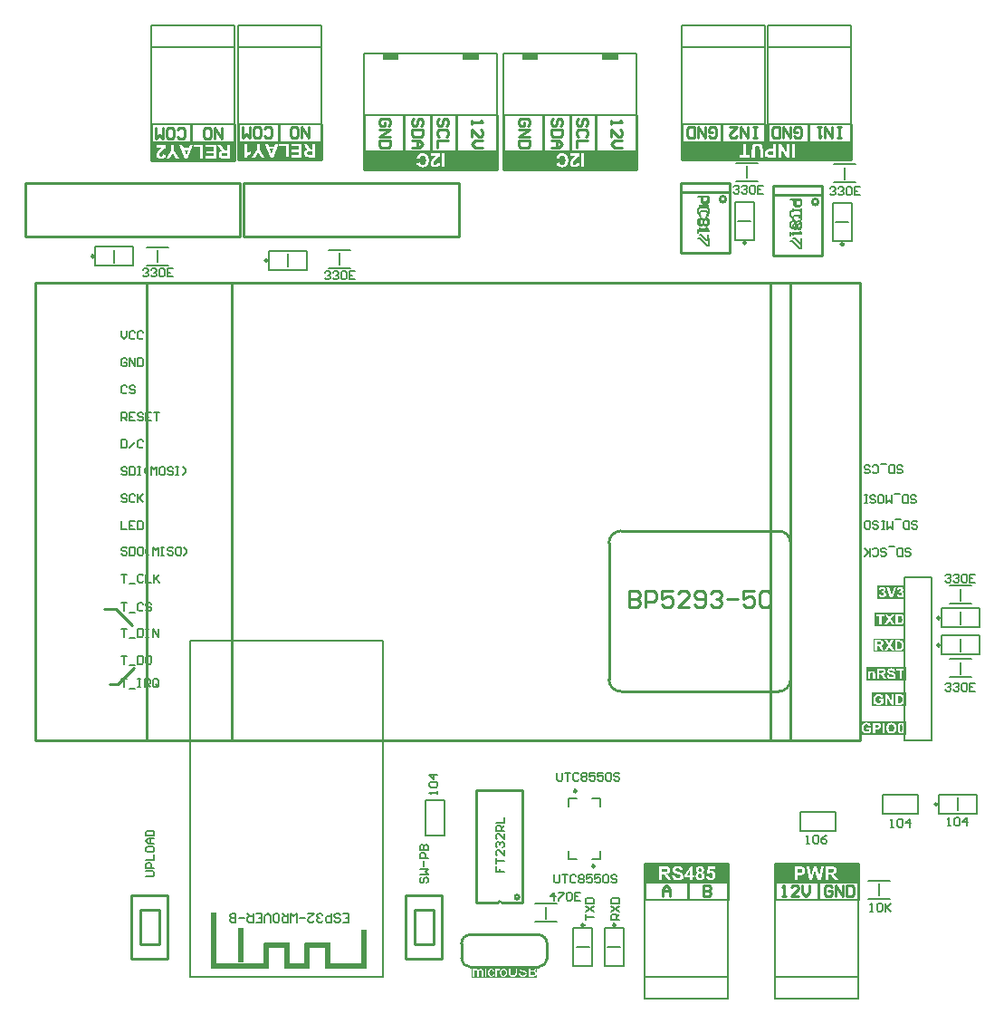
<source format=gto>
G04*
G04 #@! TF.GenerationSoftware,Altium Limited,Altium Designer,21.5.1 (32)*
G04*
G04 Layer_Color=65535*
%FSAX24Y24*%
%MOIN*%
G70*
G04*
G04 #@! TF.SameCoordinates,E50B5674-5FFA-4352-8543-23BF37AEB5C9*
G04*
G04*
G04 #@! TF.FilePolarity,Positive*
G04*
G01*
G75*
%ADD10C,0.0098*%
%ADD11C,0.0100*%
%ADD12C,0.0098*%
%ADD13C,0.0079*%
%ADD14C,0.0080*%
%ADD15C,0.0070*%
%ADD16R,0.0190X0.1440*%
%ADD17R,0.1530X0.0190*%
%ADD18R,0.0190X0.0940*%
%ADD19R,0.0940X0.0190*%
%ADD20R,0.2150X0.0190*%
%ADD21R,0.0190X0.1300*%
%ADD22R,0.0190X0.1890*%
%ADD23R,0.0486X0.0241*%
%ADD24R,0.1919X0.0650*%
%ADD25R,0.1953X0.0650*%
%ADD26R,0.0446X0.0650*%
%ADD27R,0.0524X0.0650*%
%ADD28R,0.0164X0.0613*%
%ADD29R,0.0194X0.0624*%
%ADD30R,0.0196X0.0650*%
%ADD31R,0.0224X0.0650*%
%ADD32R,0.0743X0.0650*%
%ADD33R,0.0724X0.0700*%
%ADD34R,0.2124X0.0650*%
%ADD35R,0.2074X0.0650*%
%ADD36R,0.0486X0.0241*%
G36*
X035033Y016173D02*
Y015550D01*
X032850D01*
Y016173D01*
X035033D01*
D02*
G37*
G36*
X028403Y012441D02*
Y012168D01*
X028402Y012180D01*
X028400Y012192D01*
X028397Y012201D01*
X028393Y012210D01*
X028390Y012217D01*
X028387Y012221D01*
X028384Y012225D01*
X028384Y012226D01*
X028376Y012235D01*
X028368Y012242D01*
X028358Y012248D01*
X028350Y012253D01*
X028342Y012257D01*
X028335Y012259D01*
X028333Y012260D01*
X028332Y012261D01*
X028331Y012261D01*
X028330D01*
X028339Y012267D01*
X028348Y012273D01*
X028354Y012279D01*
X028360Y012284D01*
X028364Y012289D01*
X028368Y012293D01*
X028369Y012295D01*
X028370Y012296D01*
X028374Y012305D01*
X028378Y012313D01*
X028380Y012320D01*
X028382Y012328D01*
X028383Y012334D01*
X028384Y012339D01*
Y012341D01*
Y012342D01*
X028383Y012352D01*
X028382Y012361D01*
X028379Y012370D01*
X028376Y012377D01*
X028373Y012384D01*
X028370Y012389D01*
X028369Y012392D01*
X028368Y012393D01*
X028362Y012401D01*
X028355Y012409D01*
X028348Y012415D01*
X028342Y012420D01*
X028336Y012424D01*
X028331Y012427D01*
X028328Y012429D01*
X028327Y012429D01*
X028327D01*
X028316Y012433D01*
X028304Y012436D01*
X028293Y012438D01*
X028282Y012439D01*
X028272Y012440D01*
X028267D01*
X028263Y012441D01*
X028112D01*
Y012057D01*
X028259D01*
X028272Y012057D01*
X028284Y012058D01*
X028294Y012059D01*
X028303Y012060D01*
X028311Y012061D01*
X028316Y012062D01*
X028319Y012063D01*
X028321D01*
X028330Y012066D01*
X028338Y012068D01*
X028345Y012072D01*
X028351Y012075D01*
X028356Y012077D01*
X028360Y012079D01*
X028362Y012081D01*
X028363Y012082D01*
X028369Y012087D01*
X028374Y012093D01*
X028379Y012099D01*
X028383Y012104D01*
X028387Y012110D01*
X028389Y012114D01*
X028390Y012117D01*
X028391Y012118D01*
X028395Y012127D01*
X028398Y012135D01*
X028400Y012144D01*
X028401Y012152D01*
X028402Y012158D01*
X028403Y012164D01*
Y012057D01*
Y012000D01*
X026000D01*
Y012447D01*
X027889D01*
X027874Y012447D01*
X027862Y012445D01*
X027849Y012443D01*
X027839Y012441D01*
X027830Y012438D01*
X027827Y012437D01*
X027824Y012436D01*
X027822Y012435D01*
X027820Y012435D01*
X027819Y012434D01*
X027818D01*
X027807Y012429D01*
X027797Y012422D01*
X027789Y012416D01*
X027782Y012410D01*
X027777Y012404D01*
X027773Y012400D01*
X027771Y012396D01*
X027770Y012396D01*
Y012395D01*
X027764Y012386D01*
X027761Y012376D01*
X027758Y012367D01*
X027756Y012359D01*
X027755Y012351D01*
X027754Y012346D01*
Y012344D01*
Y012342D01*
Y012341D01*
Y012341D01*
X027754Y012331D01*
X027756Y012323D01*
X027758Y012314D01*
X027761Y012307D01*
X027763Y012301D01*
X027765Y012297D01*
X027767Y012294D01*
X027767Y012293D01*
X027773Y012285D01*
X027779Y012278D01*
X027786Y012272D01*
X027793Y012267D01*
X027798Y012263D01*
X027803Y012260D01*
X027807Y012258D01*
X027807Y012257D01*
X027808D01*
X027812Y012255D01*
X027817Y012253D01*
X027828Y012249D01*
X027841Y012245D01*
X027853Y012241D01*
X027864Y012238D01*
X027869Y012236D01*
X027874Y012235D01*
X027877Y012234D01*
X027880Y012234D01*
X027882Y012233D01*
X027882D01*
X027891Y012231D01*
X027900Y012229D01*
X027908Y012226D01*
X027915Y012225D01*
X027921Y012223D01*
X027927Y012221D01*
X027932Y012220D01*
X027936Y012219D01*
X027940Y012218D01*
X027943Y012217D01*
X027947Y012215D01*
X027950Y012215D01*
X027950Y012214D01*
X027959Y012211D01*
X027966Y012207D01*
X027972Y012203D01*
X027976Y012200D01*
X027980Y012197D01*
X027983Y012194D01*
X027984Y012193D01*
X027985Y012192D01*
X027989Y012187D01*
X027991Y012182D01*
X027993Y012176D01*
X027995Y012172D01*
X027995Y012167D01*
X027996Y012164D01*
Y012161D01*
Y012160D01*
X027995Y012154D01*
X027994Y012148D01*
X027992Y012142D01*
X027990Y012138D01*
X027988Y012133D01*
X027986Y012130D01*
X027985Y012128D01*
X027985Y012128D01*
X027980Y012122D01*
X027975Y012118D01*
X027969Y012114D01*
X027964Y012110D01*
X027959Y012108D01*
X027955Y012105D01*
X027953Y012104D01*
X027951Y012104D01*
X027943Y012101D01*
X027934Y012099D01*
X027925Y012098D01*
X027918Y012097D01*
X027911Y012096D01*
X027905Y012096D01*
X027900D01*
X027888Y012096D01*
X027877Y012097D01*
X027867Y012099D01*
X027858Y012101D01*
X027851Y012103D01*
X027845Y012105D01*
X027844Y012105D01*
X027842Y012106D01*
X027842Y012107D01*
X027841D01*
X027832Y012111D01*
X027824Y012116D01*
X027818Y012121D01*
X027812Y012126D01*
X027808Y012130D01*
X027805Y012134D01*
X027803Y012136D01*
X027803Y012137D01*
X027799Y012144D01*
X027795Y012152D01*
X027793Y012160D01*
X027790Y012167D01*
X027789Y012174D01*
X027788Y012179D01*
Y012182D01*
X027787Y012183D01*
Y012184D01*
Y012184D01*
X027739Y012180D01*
X027741Y012166D01*
X027743Y012153D01*
X027746Y012141D01*
X027750Y012130D01*
X027754Y012122D01*
X027756Y012119D01*
X027757Y012116D01*
X027758Y012114D01*
X027759Y012112D01*
X027760Y012111D01*
Y012111D01*
X027768Y012100D01*
X027777Y012091D01*
X027787Y012083D01*
X027795Y012076D01*
X027803Y012071D01*
X027810Y012068D01*
X027812Y012067D01*
X027814Y012066D01*
X027815Y012065D01*
X027815D01*
X027829Y012060D01*
X027844Y012056D01*
X027858Y012054D01*
X027872Y012052D01*
X027879Y012051D01*
X027884Y012051D01*
X027889D01*
X027894Y012050D01*
X027903D01*
X027918Y012051D01*
X027931Y012052D01*
X027944Y012055D01*
X027955Y012058D01*
X027964Y012060D01*
X027968Y012062D01*
X027971Y012063D01*
X027973Y012064D01*
X027975Y012064D01*
X027976Y012065D01*
X027976D01*
X027988Y012071D01*
X027998Y012078D01*
X028007Y012085D01*
X028014Y012092D01*
X028020Y012097D01*
X028024Y012102D01*
X028026Y012105D01*
X028027Y012106D01*
Y012107D01*
X028033Y012117D01*
X028037Y012127D01*
X028040Y012137D01*
X028042Y012145D01*
X028044Y012153D01*
X028045Y012159D01*
Y012164D01*
X028044Y012175D01*
X028042Y012186D01*
X028040Y012195D01*
X028037Y012203D01*
X028034Y012210D01*
X028031Y012215D01*
X028029Y012218D01*
X028029Y012219D01*
X028022Y012227D01*
X028014Y012235D01*
X028006Y012241D01*
X027997Y012248D01*
X027990Y012252D01*
X027984Y012255D01*
X027982Y012256D01*
X027980Y012258D01*
X027979Y012258D01*
X027979D01*
X027974Y012260D01*
X027969Y012262D01*
X027963Y012264D01*
X027956Y012266D01*
X027942Y012270D01*
X027928Y012274D01*
X027921Y012276D01*
X027915Y012278D01*
X027909Y012279D01*
X027904Y012280D01*
X027900Y012281D01*
X027896Y012282D01*
X027894Y012283D01*
X027894D01*
X027883Y012285D01*
X027873Y012288D01*
X027864Y012290D01*
X027856Y012293D01*
X027849Y012295D01*
X027843Y012298D01*
X027837Y012300D01*
X027832Y012301D01*
X027828Y012304D01*
X027825Y012305D01*
X027823Y012306D01*
X027820Y012308D01*
X027818Y012310D01*
X027817Y012310D01*
X027812Y012316D01*
X027809Y012321D01*
X027806Y012327D01*
X027804Y012332D01*
X027803Y012337D01*
X027803Y012341D01*
Y012343D01*
Y012344D01*
X027804Y012353D01*
X027806Y012361D01*
X027809Y012367D01*
X027813Y012374D01*
X027817Y012378D01*
X027820Y012382D01*
X027822Y012384D01*
X027823Y012385D01*
X027828Y012387D01*
X027832Y012390D01*
X027843Y012395D01*
X027854Y012397D01*
X027865Y012400D01*
X027875Y012401D01*
X027879Y012401D01*
X027883Y012402D01*
X027890D01*
X027906Y012401D01*
X027920Y012399D01*
X027931Y012396D01*
X027940Y012392D01*
X027948Y012389D01*
X027953Y012386D01*
X027956Y012384D01*
X027957Y012383D01*
X027965Y012375D01*
X027971Y012367D01*
X027976Y012358D01*
X027979Y012349D01*
X027981Y012341D01*
X027983Y012335D01*
X027984Y012332D01*
X027984Y012330D01*
Y012329D01*
Y012329D01*
X028033Y012332D01*
X028032Y012345D01*
X028029Y012356D01*
X028026Y012366D01*
X028022Y012375D01*
X028019Y012382D01*
X028016Y012388D01*
X028015Y012390D01*
X028014Y012391D01*
X028014Y012392D01*
Y012392D01*
X028006Y012402D01*
X027999Y012410D01*
X027990Y012417D01*
X027982Y012423D01*
X027975Y012428D01*
X027969Y012431D01*
X027967Y012432D01*
X027965Y012433D01*
X027964Y012434D01*
X027964D01*
X027951Y012438D01*
X027938Y012441D01*
X027926Y012444D01*
X027914Y012446D01*
X027904Y012447D01*
X027900D01*
X027896Y012447D01*
X028403D01*
Y012441D01*
D02*
G37*
G36*
X028267Y012394D02*
X028276Y012394D01*
X028284Y012392D01*
X028291Y012391D01*
X028294Y012391D01*
X028297Y012390D01*
X028298D01*
X028304Y012387D01*
X028309Y012384D01*
X028314Y012381D01*
X028318Y012377D01*
X028321Y012375D01*
X028323Y012372D01*
X028324Y012370D01*
X028324Y012370D01*
X028328Y012364D01*
X028330Y012359D01*
X028332Y012353D01*
X028333Y012347D01*
X028333Y012343D01*
X028334Y012340D01*
Y012337D01*
Y012336D01*
X028333Y012329D01*
X028332Y012323D01*
X028331Y012317D01*
X028329Y012313D01*
X028327Y012309D01*
X028326Y012305D01*
X028324Y012304D01*
X028324Y012303D01*
X028320Y012299D01*
X028315Y012294D01*
X028310Y012291D01*
X028306Y012289D01*
X028301Y012286D01*
X028298Y012285D01*
X028296Y012284D01*
X028294Y012284D01*
X028288Y012283D01*
X028281Y012281D01*
X028273Y012281D01*
X028265Y012280D01*
X028258Y012280D01*
X028163D01*
Y012395D01*
X028254D01*
X028267Y012394D01*
D02*
G37*
G36*
X028276Y012233D02*
X028286Y012232D01*
X028293Y012231D01*
X028299Y012230D01*
X028304Y012229D01*
X028307Y012228D01*
X028308Y012228D01*
X028315Y012225D01*
X028321Y012221D01*
X028327Y012218D01*
X028331Y012214D01*
X028334Y012210D01*
X028337Y012208D01*
X028338Y012205D01*
X028339Y012205D01*
X028343Y012199D01*
X028345Y012193D01*
X028348Y012187D01*
X028349Y012181D01*
X028350Y012176D01*
X028350Y012172D01*
Y012169D01*
Y012168D01*
X028350Y012162D01*
X028349Y012155D01*
X028348Y012149D01*
X028347Y012145D01*
X028345Y012141D01*
X028344Y012138D01*
X028343Y012136D01*
X028343Y012135D01*
X028339Y012130D01*
X028337Y012126D01*
X028333Y012123D01*
X028330Y012119D01*
X028327Y012117D01*
X028325Y012115D01*
X028323Y012114D01*
X028323Y012114D01*
X028313Y012109D01*
X028304Y012106D01*
X028300Y012105D01*
X028297Y012104D01*
X028294Y012104D01*
X028294D01*
X028289Y012103D01*
X028284Y012103D01*
X028273Y012102D01*
X028163D01*
Y012234D01*
X028264D01*
X028276Y012233D01*
D02*
G37*
G36*
X041985Y024950D02*
X040850D01*
Y025434D01*
X041985D01*
Y024950D01*
D02*
G37*
G36*
X041962Y025950D02*
X040950D01*
Y026443D01*
X041962D01*
Y025950D01*
D02*
G37*
G36*
X041967Y024000D02*
X040800D01*
Y024484D01*
X041967D01*
Y024000D01*
D02*
G37*
G36*
X042003Y022950D02*
X040550D01*
Y023448D01*
X042003D01*
Y022950D01*
D02*
G37*
G36*
X041990Y022000D02*
X040750D01*
Y022498D01*
X041990D01*
Y022000D01*
D02*
G37*
G36*
X041988Y020950D02*
X040300D01*
Y021448D01*
X041988D01*
Y020950D01*
D02*
G37*
G36*
X030184Y042400D02*
Y041777D01*
X029072D01*
Y042400D01*
X030184D01*
D02*
G37*
G36*
X025050D02*
Y041777D01*
X023937D01*
Y042400D01*
X025050D01*
D02*
G37*
G36*
X017150Y042700D02*
Y042093D01*
X014356D01*
Y042700D01*
X017150D01*
D02*
G37*
G36*
X020300Y042143D02*
X017586D01*
Y042750D01*
X020300D01*
Y042143D01*
D02*
G37*
G36*
X039539Y015550D02*
X037850D01*
Y016154D01*
X039539D01*
Y015550D01*
D02*
G37*
G36*
X037950Y042750D02*
Y042136D01*
X035798D01*
Y042750D01*
X037950D01*
D02*
G37*
%LPC*%
G36*
X033792Y016123D02*
X033585D01*
X033563Y016123D01*
X033544Y016121D01*
X033528Y016118D01*
X033513Y016115D01*
X033507Y016112D01*
X033501Y016111D01*
X033496Y016110D01*
X033492Y016108D01*
X033489Y016107D01*
X033487Y016106D01*
X033485Y016105D01*
X033485D01*
X033470Y016098D01*
X033458Y016090D01*
X033447Y016081D01*
X033438Y016073D01*
X033431Y016066D01*
X033426Y016060D01*
X033423Y016056D01*
X033422Y016055D01*
Y016054D01*
X033415Y016042D01*
X033410Y016029D01*
X033406Y016016D01*
X033404Y016005D01*
X033402Y015996D01*
X033401Y015989D01*
Y015986D01*
Y015983D01*
Y015983D01*
Y015982D01*
X033402Y015971D01*
X033403Y015960D01*
X033405Y015951D01*
X033408Y015941D01*
X033415Y015924D01*
X033424Y015908D01*
X033428Y015902D01*
X033432Y015897D01*
X033436Y015892D01*
X033439Y015887D01*
X033442Y015884D01*
X033445Y015882D01*
X033446Y015881D01*
X033447Y015880D01*
X033453Y015875D01*
X033461Y015870D01*
X033469Y015865D01*
X033479Y015860D01*
X033497Y015852D01*
X033516Y015844D01*
X033525Y015841D01*
X033533Y015838D01*
X033542Y015836D01*
X033548Y015834D01*
X033553Y015833D01*
X033558Y015831D01*
X033560Y015830D01*
X033561D01*
X033573Y015827D01*
X033583Y015825D01*
X033593Y015822D01*
X033601Y015820D01*
X033609Y015818D01*
X033615Y015817D01*
X033621Y015814D01*
X033626Y015813D01*
X033630Y015812D01*
X033634Y015811D01*
X033639Y015809D01*
X033642Y015808D01*
X033643D01*
X033652Y015804D01*
X033660Y015800D01*
X033666Y015797D01*
X033671Y015793D01*
X033675Y015790D01*
X033677Y015788D01*
X033679Y015787D01*
X033679Y015786D01*
X033683Y015781D01*
X033686Y015776D01*
X033687Y015771D01*
X033689Y015766D01*
X033690Y015762D01*
X033690Y015758D01*
Y015756D01*
Y015755D01*
X033690Y015745D01*
X033687Y015736D01*
X033682Y015728D01*
X033678Y015720D01*
X033673Y015714D01*
X033669Y015710D01*
X033666Y015707D01*
X033665Y015706D01*
X033655Y015700D01*
X033643Y015695D01*
X033630Y015691D01*
X033619Y015689D01*
X033608Y015687D01*
X033599Y015686D01*
X033591D01*
X033574Y015687D01*
X033560Y015690D01*
X033547Y015693D01*
X033536Y015698D01*
X033528Y015702D01*
X033522Y015706D01*
X033518Y015709D01*
X033517Y015709D01*
X033507Y015720D01*
X033500Y015730D01*
X033493Y015743D01*
X033489Y015755D01*
X033485Y015766D01*
X033482Y015775D01*
X033482Y015778D01*
Y015781D01*
X033481Y015782D01*
Y015783D01*
X033382Y015774D01*
D01*
X033384Y015758D01*
X033387Y015744D01*
X033391Y015730D01*
X033395Y015717D01*
X033400Y015706D01*
X033405Y015695D01*
X033410Y015685D01*
X033415Y015677D01*
X033421Y015669D01*
X033426Y015663D01*
X033430Y015657D01*
X033434Y015652D01*
X033437Y015648D01*
X033440Y015646D01*
X033442Y015644D01*
X033442Y015644D01*
X033453Y015636D01*
X033464Y015629D01*
X033475Y015623D01*
X033488Y015618D01*
X033499Y015615D01*
X033512Y015611D01*
X033536Y015606D01*
X033547Y015604D01*
X033557Y015602D01*
X033566Y015601D01*
X033574Y015601D01*
X033580Y015600D01*
X033382D01*
X033590D01*
X033613Y015601D01*
X033634Y015603D01*
X033653Y015606D01*
X033661Y015607D01*
X033669Y015609D01*
X033676Y015611D01*
X033681Y015612D01*
X033687Y015614D01*
X033691Y015615D01*
X033695Y015617D01*
X033697Y015618D01*
X033698Y015618D01*
X033699D01*
X033715Y015626D01*
X033728Y015635D01*
X033741Y015644D01*
X033750Y015653D01*
X033757Y015661D01*
X033763Y015669D01*
X033766Y015673D01*
X033768Y015674D01*
Y015674D01*
X033776Y015689D01*
X033782Y015703D01*
X033786Y015717D01*
X033789Y015730D01*
X033791Y015740D01*
X033792Y015745D01*
X033792Y015749D01*
Y015601D01*
Y015756D01*
X033792Y015774D01*
X033789Y015789D01*
X033786Y015803D01*
X033782Y015814D01*
X033778Y015824D01*
X033775Y015830D01*
X033773Y015835D01*
X033772Y015836D01*
X033764Y015848D01*
X033754Y015858D01*
X033745Y015867D01*
X033736Y015874D01*
X033728Y015880D01*
X033722Y015884D01*
X033717Y015887D01*
X033716Y015888D01*
X033716D01*
X033708Y015892D01*
X033701Y015895D01*
X033684Y015902D01*
X033665Y015908D01*
X033648Y015913D01*
X033640Y015916D01*
X033632Y015918D01*
X033625Y015920D01*
X033619Y015921D01*
X033614Y015923D01*
X033610Y015924D01*
X033607Y015924D01*
X033606D01*
X033593Y015928D01*
X033582Y015931D01*
X033571Y015934D01*
X033560Y015937D01*
X033552Y015940D01*
X033544Y015943D01*
X033538Y015946D01*
X033532Y015948D01*
X033527Y015950D01*
X033523Y015952D01*
X033520Y015954D01*
X033517Y015955D01*
X033514Y015957D01*
X033513Y015958D01*
X033508Y015963D01*
X033504Y015968D01*
X033502Y015973D01*
X033501Y015978D01*
X033499Y015982D01*
X033499Y015986D01*
Y015988D01*
Y015989D01*
X033499Y015996D01*
X033501Y016002D01*
X033504Y016008D01*
X033507Y016012D01*
X033509Y016016D01*
X033512Y016018D01*
X033514Y016019D01*
X033515Y016020D01*
X033525Y016026D01*
X033536Y016031D01*
X033547Y016034D01*
X033558Y016037D01*
X033568Y016038D01*
X033576Y016039D01*
X033583D01*
X033598Y016038D01*
X033612Y016036D01*
X033622Y016033D01*
X033631Y016030D01*
X033638Y016027D01*
X033644Y016024D01*
X033647Y016022D01*
X033647Y016021D01*
X033655Y016014D01*
X033661Y016005D01*
X033666Y015997D01*
X033670Y015987D01*
X033673Y015979D01*
X033674Y015973D01*
X033676Y015967D01*
Y015967D01*
Y015966D01*
X033778Y015970D01*
X033777Y015983D01*
X033775Y015994D01*
X033772Y016006D01*
X033768Y016016D01*
X033765Y016026D01*
X033760Y016036D01*
X033756Y016044D01*
X033751Y016052D01*
X033746Y016059D01*
X033742Y016064D01*
X033738Y016069D01*
X033734Y016074D01*
X033731Y016077D01*
X033729Y016079D01*
X033727Y016080D01*
X033727Y016081D01*
X033717Y016088D01*
X033707Y016095D01*
X033696Y016101D01*
X033684Y016106D01*
X033673Y016110D01*
X033661Y016113D01*
X033638Y016118D01*
X033627Y016120D01*
X033617Y016121D01*
X033608Y016122D01*
X033600Y016123D01*
X033593Y016123D01*
X033792D01*
D02*
G37*
G36*
X034960Y016107D02*
X034643D01*
X034704D01*
X034655Y015844D01*
X034733Y015833D01*
X034739Y015840D01*
X034746Y015846D01*
X034752Y015851D01*
X034759Y015855D01*
X034771Y015862D01*
X034783Y015866D01*
X034793Y015868D01*
X034801Y015870D01*
X034803Y015870D01*
X034808D01*
X034819Y015870D01*
X034830Y015867D01*
X034840Y015863D01*
X034848Y015859D01*
X034854Y015854D01*
X034859Y015850D01*
X034862Y015847D01*
X034862Y015846D01*
X034870Y015837D01*
X034875Y015826D01*
X034879Y015814D01*
X034881Y015803D01*
X034883Y015792D01*
X034884Y015784D01*
Y015781D01*
Y015779D01*
Y015777D01*
Y015776D01*
X034883Y015759D01*
X034881Y015744D01*
X034877Y015731D01*
X034873Y015721D01*
X034869Y015712D01*
X034866Y015706D01*
X034863Y015704D01*
X034862Y015702D01*
X034854Y015694D01*
X034846Y015687D01*
X034837Y015683D01*
X034829Y015680D01*
X034822Y015679D01*
X034816Y015678D01*
X034812Y015677D01*
X034811D01*
X034801Y015678D01*
X034792Y015680D01*
X034784Y015683D01*
X034777Y015687D01*
X034771Y015690D01*
X034767Y015693D01*
X034764Y015696D01*
X034763Y015696D01*
X034757Y015704D01*
X034751Y015712D01*
X034747Y015721D01*
X034744Y015729D01*
X034741Y015736D01*
X034740Y015743D01*
X034739Y015747D01*
Y015748D01*
X034643Y015738D01*
X034645Y015726D01*
X034647Y015715D01*
X034655Y015696D01*
X034663Y015678D01*
X034667Y015671D01*
X034672Y015663D01*
X034677Y015658D01*
X034680Y015652D01*
X034685Y015648D01*
X034688Y015644D01*
X034690Y015641D01*
X034693Y015639D01*
X034694Y015638D01*
X034695Y015637D01*
X034704Y015631D01*
X034712Y015625D01*
X034722Y015620D01*
X034731Y015616D01*
X034751Y015609D01*
X034768Y015604D01*
X034777Y015603D01*
X034784Y015602D01*
X034792Y015601D01*
X034798Y015601D01*
X034803Y015600D01*
X034643D01*
X034983D01*
X034809D01*
X034825Y015601D01*
X034841Y015603D01*
X034854Y015606D01*
X034868Y015610D01*
X034880Y015615D01*
X034891Y015621D01*
X034901Y015627D01*
X034911Y015634D01*
X034919Y015639D01*
X034926Y015645D01*
X034932Y015651D01*
X034938Y015656D01*
X034941Y015661D01*
X034944Y015663D01*
X034946Y015666D01*
X034946Y015666D01*
X034953Y015676D01*
X034959Y015685D01*
X034963Y015695D01*
X034967Y015705D01*
X034974Y015724D01*
X034978Y015741D01*
X034980Y015749D01*
X034981Y015756D01*
X034982Y015763D01*
Y015768D01*
X034983Y015773D01*
Y015779D01*
X034982Y015792D01*
X034981Y015806D01*
X034978Y015818D01*
X034975Y015830D01*
X034973Y015840D01*
X034968Y015850D01*
X034965Y015860D01*
X034960Y015868D01*
X034956Y015875D01*
X034952Y015881D01*
X034948Y015887D01*
X034945Y015892D01*
X034942Y015895D01*
X034940Y015898D01*
X034938Y015900D01*
X034938Y015900D01*
X034929Y015908D01*
X034920Y015916D01*
X034911Y015922D01*
X034901Y015928D01*
X034892Y015932D01*
X034883Y015936D01*
X034866Y015942D01*
X034858Y015944D01*
X034851Y015946D01*
X034844Y015946D01*
X034839Y015947D01*
X034835Y015948D01*
X034828D01*
X034816Y015947D01*
X034803Y015945D01*
X034792Y015943D01*
X034782Y015940D01*
X034774Y015936D01*
X034768Y015934D01*
X034763Y015932D01*
X034763Y015931D01*
X034762D01*
X034777Y016017D01*
X034960D01*
Y016107D01*
D02*
G37*
G36*
X034203Y016116D02*
X033840D01*
D01*
X034059D01*
X033840Y015795D01*
Y015609D01*
Y015711D01*
X034047D01*
Y015609D01*
X034141D01*
Y015711D01*
X034203D01*
Y015795D01*
X034141D01*
Y016116D01*
X034203D01*
D01*
D02*
G37*
G36*
X033353Y016114D02*
X032900D01*
Y015609D01*
X033002D01*
Y015820D01*
X033035D01*
X033045Y015819D01*
X033054Y015819D01*
X033061Y015817D01*
X033067Y015817D01*
X033071Y015815D01*
X033073Y015814D01*
X033073D01*
X033079Y015811D01*
X033085Y015808D01*
X033090Y015805D01*
X033095Y015802D01*
X033099Y015798D01*
X033102Y015795D01*
X033103Y015794D01*
X033104Y015793D01*
X033107Y015790D01*
X033111Y015786D01*
X033119Y015775D01*
X033127Y015763D01*
X033137Y015750D01*
X033145Y015739D01*
X033149Y015733D01*
X033152Y015728D01*
X033154Y015725D01*
X033157Y015722D01*
X033157Y015720D01*
X033158Y015719D01*
X033231Y015609D01*
X033353D01*
X033291Y015708D01*
X033285Y015718D01*
X033278Y015728D01*
X033273Y015737D01*
X033267Y015745D01*
X033262Y015752D01*
X033257Y015760D01*
X033248Y015771D01*
X033242Y015779D01*
X033238Y015785D01*
X033234Y015789D01*
X033233Y015790D01*
X033225Y015798D01*
X033216Y015806D01*
X033207Y015813D01*
X033198Y015819D01*
X033191Y015825D01*
X033185Y015828D01*
X033181Y015831D01*
X033180Y015832D01*
X033179D01*
X033192Y015834D01*
X033203Y015837D01*
X033213Y015840D01*
X033223Y015843D01*
X033232Y015847D01*
X033240Y015851D01*
X033248Y015854D01*
X033254Y015859D01*
X033260Y015862D01*
X033265Y015866D01*
X033270Y015870D01*
X033273Y015873D01*
X033275Y015875D01*
X033278Y015877D01*
X033278Y015878D01*
X033279Y015878D01*
X033285Y015886D01*
X033290Y015893D01*
X033299Y015909D01*
X033305Y015924D01*
X033308Y015940D01*
X033311Y015953D01*
X033312Y015958D01*
Y015963D01*
X033313Y015967D01*
Y015970D01*
Y015972D01*
Y015973D01*
X033312Y015989D01*
X033309Y016004D01*
X033305Y016017D01*
X033302Y016029D01*
X033297Y016038D01*
X033294Y016045D01*
X033292Y016048D01*
X033291Y016050D01*
X033290Y016051D01*
Y016051D01*
X033281Y016064D01*
X033272Y016074D01*
X033262Y016082D01*
X033253Y016089D01*
X033244Y016094D01*
X033238Y016097D01*
X033233Y016099D01*
X033232Y016100D01*
X033232D01*
X033224Y016102D01*
X033216Y016104D01*
X033198Y016108D01*
X033178Y016110D01*
X033160Y016112D01*
X033150D01*
X033142Y016113D01*
X033134D01*
X033127Y016114D01*
X033353D01*
D02*
G37*
G36*
X034580Y016117D02*
X034248D01*
D01*
X034412D01*
X034399Y016116D01*
X034386Y016115D01*
X034375Y016113D01*
X034364Y016111D01*
X034354Y016108D01*
X034344Y016105D01*
X034336Y016102D01*
X034329Y016099D01*
X034322Y016095D01*
X034316Y016091D01*
X034311Y016088D01*
X034307Y016086D01*
X034304Y016083D01*
X034302Y016081D01*
X034300Y016080D01*
X034300Y016080D01*
X034293Y016072D01*
X034287Y016065D01*
X034281Y016057D01*
X034277Y016050D01*
X034270Y016034D01*
X034265Y016019D01*
X034262Y016006D01*
X034262Y016000D01*
X034261Y015996D01*
X034260Y015991D01*
Y015989D01*
Y015987D01*
Y015986D01*
X034261Y015974D01*
X034263Y015963D01*
X034265Y015952D01*
X034269Y015943D01*
X034272Y015935D01*
X034274Y015930D01*
X034276Y015927D01*
X034277Y015925D01*
X034284Y015916D01*
X034293Y015907D01*
X034302Y015900D01*
X034311Y015893D01*
X034319Y015889D01*
X034326Y015885D01*
X034330Y015883D01*
X034331Y015882D01*
X034332D01*
X034316Y015874D01*
X034303Y015866D01*
X034292Y015857D01*
X034284Y015849D01*
X034276Y015841D01*
X034271Y015835D01*
X034268Y015830D01*
X034268Y015830D01*
Y015829D01*
X034261Y015816D01*
X034256Y015803D01*
X034253Y015790D01*
X034250Y015778D01*
X034249Y015768D01*
X034248Y015760D01*
Y015753D01*
X034249Y015739D01*
X034250Y015727D01*
X034253Y015714D01*
X034257Y015704D01*
X034260Y015693D01*
X034265Y015683D01*
X034270Y015674D01*
X034275Y015666D01*
X034280Y015660D01*
X034285Y015653D01*
X034289Y015648D01*
X034293Y015644D01*
X034297Y015640D01*
X034300Y015638D01*
X034301Y015636D01*
X034302Y015636D01*
X034311Y015629D01*
X034320Y015624D01*
X034330Y015619D01*
X034339Y015615D01*
X034358Y015609D01*
X034376Y015604D01*
X034385Y015603D01*
X034392Y015602D01*
X034399Y015601D01*
X034405Y015601D01*
X034410Y015600D01*
X034416D01*
X034430Y015601D01*
X034443Y015602D01*
X034455Y015604D01*
X034467Y015607D01*
X034477Y015610D01*
X034486Y015614D01*
X034496Y015618D01*
X034504Y015622D01*
X034511Y015626D01*
X034517Y015630D01*
X034523Y015634D01*
X034527Y015637D01*
X034531Y015639D01*
X034533Y015642D01*
X034534Y015643D01*
X034535Y015644D01*
X034543Y015652D01*
X034550Y015661D01*
X034556Y015671D01*
X034561Y015680D01*
X034566Y015690D01*
X034569Y015699D01*
X034575Y015717D01*
X034577Y015725D01*
X034578Y015733D01*
X034579Y015740D01*
X034580Y015746D01*
X034580Y015751D01*
Y015758D01*
Y015757D01*
X034580Y015773D01*
X034577Y015787D01*
X034574Y015800D01*
X034569Y015811D01*
X034566Y015819D01*
X034562Y015826D01*
X034559Y015830D01*
X034558Y015832D01*
X034550Y015843D01*
X034540Y015854D01*
X034529Y015862D01*
X034518Y015869D01*
X034509Y015875D01*
X034502Y015879D01*
X034499Y015881D01*
X034497Y015881D01*
X034495Y015882D01*
X034494D01*
X034506Y015888D01*
X034516Y015895D01*
X034525Y015901D01*
X034532Y015908D01*
X034538Y015914D01*
X034542Y015919D01*
X034545Y015922D01*
X034545Y015924D01*
X034552Y015935D01*
X034556Y015946D01*
X034560Y015956D01*
X034562Y015965D01*
X034564Y015974D01*
X034564Y015981D01*
Y015985D01*
Y015986D01*
Y015986D01*
X034564Y015997D01*
X034563Y016007D01*
X034558Y016025D01*
X034552Y016040D01*
X034545Y016054D01*
X034537Y016065D01*
X034534Y016069D01*
X034531Y016073D01*
X034528Y016076D01*
X034526Y016078D01*
X034525Y016079D01*
X034524Y016080D01*
X034516Y016086D01*
X034508Y016092D01*
X034499Y016097D01*
X034490Y016102D01*
X034471Y016108D01*
X034453Y016112D01*
X034445Y016114D01*
X034437Y016115D01*
X034430Y016115D01*
X034424Y016116D01*
X034419Y016117D01*
X034580D01*
D01*
D02*
G37*
%LPD*%
G36*
X034047Y015795D02*
X033930D01*
X034047Y015969D01*
Y015795D01*
D02*
G37*
G36*
X033125Y016028D02*
X033141D01*
X033148Y016027D01*
X033152D01*
X033154Y016026D01*
X033155D01*
X033164Y016024D01*
X033172Y016021D01*
X033178Y016018D01*
X033184Y016015D01*
X033188Y016011D01*
X033192Y016009D01*
X033193Y016007D01*
X033194Y016006D01*
X033198Y016000D01*
X033202Y015993D01*
X033204Y015986D01*
X033206Y015980D01*
X033207Y015974D01*
X033208Y015970D01*
Y015967D01*
Y015965D01*
X033207Y015957D01*
X033206Y015950D01*
X033204Y015943D01*
X033203Y015938D01*
X033200Y015933D01*
X033198Y015930D01*
X033197Y015928D01*
X033197Y015927D01*
X033192Y015922D01*
X033188Y015918D01*
X033178Y015911D01*
X033175Y015909D01*
X033171Y015908D01*
X033169Y015906D01*
X033168D01*
X033165Y015905D01*
X033159Y015904D01*
X033153Y015903D01*
X033146Y015903D01*
X033131Y015902D01*
X033116Y015901D01*
X033101Y015900D01*
X033002D01*
Y016029D01*
X033119D01*
X033125Y016028D01*
D02*
G37*
G36*
X034422Y016040D02*
X034431Y016037D01*
X034438Y016035D01*
X034445Y016032D01*
X034450Y016029D01*
X034453Y016026D01*
X034456Y016024D01*
X034456Y016024D01*
X034462Y016017D01*
X034466Y016010D01*
X034469Y016002D01*
X034471Y015995D01*
X034472Y015989D01*
X034473Y015984D01*
Y015981D01*
Y015980D01*
X034472Y015970D01*
X034470Y015960D01*
X034468Y015953D01*
X034465Y015946D01*
X034462Y015940D01*
X034459Y015937D01*
X034457Y015935D01*
X034456Y015934D01*
X034450Y015929D01*
X034443Y015924D01*
X034435Y015921D01*
X034428Y015920D01*
X034421Y015919D01*
X034416Y015918D01*
X034412D01*
X034402Y015919D01*
X034394Y015920D01*
X034386Y015923D01*
X034380Y015926D01*
X034375Y015929D01*
X034371Y015932D01*
X034369Y015933D01*
X034368Y015934D01*
X034363Y015940D01*
X034359Y015948D01*
X034356Y015955D01*
X034354Y015962D01*
X034353Y015969D01*
X034352Y015974D01*
Y015978D01*
Y015979D01*
X034353Y015989D01*
X034354Y015998D01*
X034357Y016005D01*
X034360Y016012D01*
X034363Y016017D01*
X034366Y016021D01*
X034367Y016023D01*
X034368Y016024D01*
X034375Y016029D01*
X034382Y016033D01*
X034389Y016036D01*
X034397Y016038D01*
X034403Y016040D01*
X034408Y016040D01*
X034413D01*
X034422Y016040D01*
D02*
G37*
G36*
X034424Y015841D02*
X034435Y015838D01*
X034443Y015835D01*
X034451Y015830D01*
X034456Y015827D01*
X034461Y015823D01*
X034464Y015820D01*
X034464Y015819D01*
X034471Y015811D01*
X034476Y015801D01*
X034480Y015792D01*
X034483Y015782D01*
X034484Y015774D01*
X034485Y015768D01*
Y015763D01*
Y015763D01*
Y015762D01*
X034484Y015747D01*
X034482Y015735D01*
X034478Y015724D01*
X034475Y015715D01*
X034471Y015708D01*
X034467Y015704D01*
X034465Y015700D01*
X034464Y015699D01*
X034456Y015692D01*
X034448Y015687D01*
X034440Y015683D01*
X034432Y015681D01*
X034425Y015679D01*
X034420Y015678D01*
X034415D01*
X034404Y015679D01*
X034394Y015682D01*
X034385Y015685D01*
X034378Y015689D01*
X034372Y015693D01*
X034367Y015696D01*
X034365Y015699D01*
X034364Y015700D01*
X034357Y015709D01*
X034352Y015720D01*
X034349Y015730D01*
X034346Y015740D01*
X034345Y015749D01*
X034343Y015757D01*
Y015760D01*
Y015762D01*
Y015763D01*
Y015763D01*
X034344Y015774D01*
X034346Y015784D01*
X034349Y015792D01*
X034352Y015800D01*
X034355Y015807D01*
X034357Y015812D01*
X034359Y015815D01*
X034360Y015817D01*
X034367Y015825D01*
X034376Y015831D01*
X034385Y015835D01*
X034394Y015838D01*
X034401Y015840D01*
X034408Y015841D01*
X034413D01*
X034424Y015841D01*
D02*
G37*
%LPC*%
G36*
X026545Y012441D02*
X026498D01*
Y012387D01*
X026545D01*
Y012441D01*
D02*
G37*
G36*
X026992Y012341D02*
X026988D01*
X026982Y012341D01*
X026976Y012340D01*
X026971Y012338D01*
X026966Y012336D01*
X026963Y012335D01*
X026960Y012333D01*
X026958Y012332D01*
X026957Y012331D01*
X026952Y012327D01*
X026947Y012321D01*
X026942Y012315D01*
X026938Y012309D01*
X026934Y012303D01*
X026931Y012298D01*
X026929Y012294D01*
X026928Y012293D01*
Y012335D01*
X026885D01*
Y012057D01*
X026932D01*
Y012202D01*
X026933Y012213D01*
X026934Y012223D01*
X026935Y012233D01*
X026936Y012241D01*
X026938Y012248D01*
X026939Y012253D01*
X026940Y012256D01*
X026940Y012257D01*
X026942Y012263D01*
X026945Y012268D01*
X026948Y012273D01*
X026951Y012276D01*
X026954Y012279D01*
X026955Y012281D01*
X026957Y012283D01*
X026957Y012283D01*
X026962Y012286D01*
X026967Y012289D01*
X026972Y012290D01*
X026976Y012291D01*
X026980Y012292D01*
X026982Y012293D01*
X026985D01*
X026991Y012292D01*
X026997Y012291D01*
X027003Y012289D01*
X027008Y012288D01*
X027013Y012286D01*
X027016Y012284D01*
X027018Y012283D01*
X027019Y012283D01*
X027036Y012326D01*
X027027Y012331D01*
X027018Y012335D01*
X027010Y012337D01*
X027003Y012340D01*
X026997Y012341D01*
X026992Y012341D01*
D02*
G37*
G36*
X026346D02*
X026342D01*
X026332Y012341D01*
X026323Y012339D01*
X026314Y012337D01*
X026306Y012334D01*
X026298Y012330D01*
X026291Y012326D01*
X026285Y012321D01*
X026279Y012317D01*
X026273Y012312D01*
X026269Y012308D01*
X026265Y012304D01*
X026261Y012300D01*
X026259Y012296D01*
X026257Y012294D01*
X026256Y012293D01*
X026255Y012292D01*
X026252Y012300D01*
X026248Y012308D01*
X026243Y012314D01*
X026238Y012319D01*
X026234Y012323D01*
X026230Y012326D01*
X026228Y012328D01*
X026227Y012328D01*
X026219Y012332D01*
X026211Y012336D01*
X026203Y012338D01*
X026194Y012340D01*
X026188Y012341D01*
X026182Y012341D01*
X026177D01*
X026167Y012341D01*
X026157Y012339D01*
X026149Y012337D01*
X026142Y012335D01*
X026135Y012332D01*
X026131Y012331D01*
X026128Y012329D01*
X026127Y012329D01*
X026119Y012324D01*
X026113Y012318D01*
X026107Y012313D01*
X026102Y012307D01*
X026098Y012303D01*
X026094Y012299D01*
X026093Y012296D01*
X026092Y012295D01*
Y012335D01*
X026050D01*
Y012057D01*
X026097D01*
Y012201D01*
X026098Y012214D01*
X026098Y012226D01*
X026099Y012236D01*
X026101Y012244D01*
X026103Y012250D01*
X026104Y012255D01*
X026104Y012258D01*
X026105Y012259D01*
X026108Y012266D01*
X026112Y012272D01*
X026116Y012278D01*
X026120Y012282D01*
X026124Y012285D01*
X026127Y012288D01*
X026129Y012289D01*
X026129Y012290D01*
X026136Y012293D01*
X026142Y012296D01*
X026149Y012298D01*
X026154Y012299D01*
X026159Y012300D01*
X026163Y012300D01*
X026166D01*
X026175Y012300D01*
X026183Y012298D01*
X026190Y012295D01*
X026195Y012293D01*
X026199Y012289D01*
X026202Y012287D01*
X026203Y012285D01*
X026204Y012284D01*
X026208Y012278D01*
X026210Y012270D01*
X026213Y012263D01*
X026214Y012255D01*
X026215Y012248D01*
X026215Y012242D01*
Y012240D01*
Y012239D01*
Y012238D01*
Y012237D01*
Y012057D01*
X026263D01*
Y012218D01*
X026264Y012233D01*
X026266Y012246D01*
X026269Y012256D01*
X026273Y012265D01*
X026276Y012272D01*
X026279Y012276D01*
X026281Y012279D01*
X026282Y012280D01*
X026290Y012287D01*
X026298Y012292D01*
X026306Y012295D01*
X026314Y012298D01*
X026321Y012299D01*
X026326Y012300D01*
X026329Y012300D01*
X026331D01*
X026337Y012300D01*
X026342Y012299D01*
X026347Y012298D01*
X026351Y012296D01*
X026355Y012295D01*
X026357Y012294D01*
X026359Y012293D01*
X026360Y012293D01*
X026364Y012289D01*
X026367Y012286D01*
X026370Y012283D01*
X026372Y012279D01*
X026374Y012276D01*
X026375Y012274D01*
X026376Y012273D01*
Y012272D01*
X026378Y012267D01*
X026379Y012260D01*
X026380Y012254D01*
X026380Y012247D01*
X026381Y012241D01*
Y012236D01*
Y012233D01*
Y012232D01*
Y012231D01*
Y012057D01*
X026428D01*
Y012256D01*
X026427Y012264D01*
X026426Y012272D01*
X026425Y012279D01*
X026423Y012285D01*
X026421Y012291D01*
X026419Y012296D01*
X026417Y012301D01*
X026415Y012305D01*
X026413Y012309D01*
X026409Y012314D01*
X026407Y012317D01*
X026406Y012318D01*
X026397Y012326D01*
X026386Y012331D01*
X026376Y012336D01*
X026366Y012339D01*
X026356Y012340D01*
X026352Y012341D01*
X026349D01*
X026346Y012341D01*
D02*
G37*
G36*
X026734D02*
X026730D01*
X026717Y012341D01*
X026704Y012339D01*
X026693Y012336D01*
X026683Y012333D01*
X026675Y012330D01*
X026672Y012328D01*
X026669Y012327D01*
X026667Y012326D01*
X026665Y012325D01*
X026664Y012324D01*
X026663D01*
X026653Y012318D01*
X026643Y012309D01*
X026636Y012301D01*
X026629Y012293D01*
X026624Y012285D01*
X026621Y012279D01*
X026619Y012277D01*
X026618Y012275D01*
X026618Y012274D01*
Y012274D01*
X026613Y012260D01*
X026609Y012247D01*
X026607Y012234D01*
X026605Y012221D01*
X026604Y012216D01*
X026604Y012211D01*
Y012207D01*
X026603Y012203D01*
Y012195D01*
X026604Y012182D01*
X026605Y012170D01*
X026607Y012159D01*
X026609Y012149D01*
X026611Y012139D01*
X026614Y012130D01*
X026617Y012122D01*
X026621Y012115D01*
X026624Y012109D01*
X026627Y012103D01*
X026630Y012098D01*
X026632Y012094D01*
X026634Y012092D01*
X026636Y012089D01*
X026637Y012088D01*
X026638Y012088D01*
X026644Y012081D01*
X026652Y012076D01*
X026659Y012071D01*
X026667Y012066D01*
X026674Y012063D01*
X026682Y012059D01*
X026697Y012055D01*
X026703Y012054D01*
X026709Y012053D01*
X026715Y012052D01*
X026720Y012051D01*
X026724Y012051D01*
X026729D01*
X026738Y012051D01*
X026746Y012052D01*
X026760Y012055D01*
X026774Y012059D01*
X026785Y012064D01*
X026789Y012067D01*
X026794Y012069D01*
X026798Y012071D01*
X026800Y012073D01*
X026803Y012075D01*
X026804Y012076D01*
X026805Y012077D01*
X026806Y012077D01*
X026811Y012083D01*
X026816Y012088D01*
X026825Y012101D01*
X026833Y012113D01*
X026838Y012125D01*
X026841Y012136D01*
X026843Y012140D01*
X026844Y012145D01*
X026844Y012148D01*
X026845Y012150D01*
X026845Y012152D01*
Y012153D01*
X026799Y012159D01*
X026796Y012147D01*
X026793Y012135D01*
X026789Y012127D01*
X026785Y012119D01*
X026781Y012113D01*
X026778Y012109D01*
X026776Y012107D01*
X026775Y012106D01*
X026768Y012101D01*
X026760Y012097D01*
X026752Y012093D01*
X026745Y012092D01*
X026739Y012091D01*
X026733Y012090D01*
X026730Y012089D01*
X026729D01*
X026723Y012090D01*
X026717Y012091D01*
X026705Y012093D01*
X026696Y012097D01*
X026688Y012102D01*
X026682Y012107D01*
X026677Y012111D01*
X026674Y012113D01*
X026673Y012114D01*
X026669Y012119D01*
X026665Y012125D01*
X026660Y012138D01*
X026657Y012152D01*
X026654Y012165D01*
X026653Y012177D01*
X026652Y012182D01*
Y012187D01*
X026652Y012190D01*
Y012194D01*
Y012195D01*
Y012196D01*
Y012206D01*
X026653Y012215D01*
X026654Y012224D01*
X026655Y012232D01*
X026657Y012239D01*
X026659Y012246D01*
X026660Y012252D01*
X026663Y012258D01*
X026665Y012262D01*
X026667Y012266D01*
X026669Y012269D01*
X026670Y012272D01*
X026672Y012274D01*
X026673Y012276D01*
X026674Y012276D01*
Y012277D01*
X026678Y012281D01*
X026683Y012285D01*
X026692Y012292D01*
X026702Y012296D01*
X026711Y012299D01*
X026719Y012301D01*
X026725Y012302D01*
X026728Y012303D01*
X026732D01*
X026740Y012302D01*
X026748Y012300D01*
X026754Y012298D01*
X026760Y012295D01*
X026765Y012293D01*
X026769Y012290D01*
X026771Y012289D01*
X026772Y012288D01*
X026777Y012283D01*
X026782Y012276D01*
X026786Y012269D01*
X026789Y012262D01*
X026792Y012256D01*
X026794Y012251D01*
X026794Y012248D01*
X026795Y012247D01*
Y012246D01*
X026841Y012254D01*
X026837Y012269D01*
X026831Y012281D01*
X026825Y012293D01*
X026819Y012301D01*
X026813Y012309D01*
X026808Y012314D01*
X026805Y012317D01*
X026804Y012318D01*
X026804D01*
X026792Y012326D01*
X026780Y012331D01*
X026768Y012336D01*
X026756Y012339D01*
X026745Y012340D01*
X026741Y012341D01*
X026738D01*
X026734Y012341D01*
D02*
G37*
G36*
X027672Y012441D02*
X027621D01*
Y012219D01*
Y012206D01*
X027620Y012194D01*
X027618Y012183D01*
X027617Y012173D01*
X027615Y012164D01*
X027613Y012156D01*
X027611Y012149D01*
X027609Y012143D01*
X027607Y012138D01*
X027605Y012133D01*
X027602Y012129D01*
X027601Y012126D01*
X027599Y012124D01*
X027598Y012122D01*
X027597Y012122D01*
X027597Y012121D01*
X027592Y012117D01*
X027586Y012113D01*
X027574Y012107D01*
X027561Y012102D01*
X027548Y012099D01*
X027536Y012097D01*
X027531Y012097D01*
X027526D01*
X027522Y012096D01*
X027517D01*
X027505Y012097D01*
X027495Y012098D01*
X027485Y012100D01*
X027477Y012103D01*
X027470Y012105D01*
X027465Y012107D01*
X027462Y012108D01*
X027461Y012109D01*
X027454Y012114D01*
X027447Y012120D01*
X027441Y012126D01*
X027438Y012132D01*
X027434Y012137D01*
X027431Y012141D01*
X027430Y012144D01*
X027430Y012145D01*
X027428Y012150D01*
X027427Y012155D01*
X027425Y012167D01*
X027423Y012179D01*
X027422Y012191D01*
X027421Y012202D01*
Y012207D01*
X027421Y012210D01*
Y012214D01*
Y012217D01*
Y012218D01*
Y012219D01*
Y012441D01*
X027370D01*
Y012208D01*
X027370Y012197D01*
X027371Y012187D01*
X027372Y012178D01*
X027373Y012169D01*
X027374Y012162D01*
X027376Y012154D01*
X027377Y012148D01*
X027378Y012142D01*
X027380Y012137D01*
X027381Y012132D01*
X027382Y012129D01*
X027383Y012126D01*
X027384Y012124D01*
X027384Y012123D01*
Y012122D01*
X027390Y012110D01*
X027398Y012099D01*
X027406Y012090D01*
X027414Y012082D01*
X027421Y012076D01*
X027428Y012072D01*
X027430Y012071D01*
X027431Y012069D01*
X027433Y012068D01*
X027433D01*
X027447Y012062D01*
X027461Y012058D01*
X027476Y012054D01*
X027490Y012052D01*
X027496Y012052D01*
X027502Y012051D01*
X027508Y012051D01*
X027512D01*
X027516Y012050D01*
X027521D01*
X027541Y012051D01*
X027550Y012052D01*
X027558Y012053D01*
X027567Y012055D01*
X027574Y012057D01*
X027581Y012058D01*
X027587Y012061D01*
X027592Y012063D01*
X027597Y012064D01*
X027601Y012066D01*
X027605Y012068D01*
X027607Y012069D01*
X027609Y012070D01*
X027610Y012071D01*
X027611D01*
X027623Y012079D01*
X027633Y012089D01*
X027641Y012098D01*
X027647Y012107D01*
X027652Y012114D01*
X027656Y012120D01*
X027657Y012123D01*
X027658Y012124D01*
X027658Y012125D01*
Y012126D01*
X027661Y012133D01*
X027663Y012140D01*
X027666Y012155D01*
X027668Y012170D01*
X027670Y012185D01*
X027671Y012192D01*
X027671Y012199D01*
Y012204D01*
X027672Y012209D01*
Y012441D01*
D02*
G37*
G36*
X026545Y012335D02*
X026498D01*
Y012057D01*
X026545D01*
Y012335D01*
D02*
G37*
G36*
X027183Y012341D02*
X027177D01*
X027168Y012341D01*
X027159Y012340D01*
X027142Y012336D01*
X027127Y012331D01*
X027120Y012329D01*
X027114Y012326D01*
X027108Y012323D01*
X027104Y012320D01*
X027099Y012318D01*
X027096Y012315D01*
X027093Y012313D01*
X027091Y012311D01*
X027090Y012311D01*
X027090Y012310D01*
X027082Y012303D01*
X027076Y012295D01*
X027070Y012286D01*
X027065Y012277D01*
X027061Y012268D01*
X027057Y012258D01*
X027055Y012248D01*
X027052Y012239D01*
X027050Y012230D01*
X027049Y012223D01*
X027048Y012215D01*
X027047Y012209D01*
Y012203D01*
X027047Y012199D01*
Y012196D01*
X027047Y012183D01*
X027048Y012171D01*
X027050Y012160D01*
X027052Y012149D01*
X027055Y012140D01*
X027058Y012131D01*
X027061Y012123D01*
X027065Y012115D01*
X027068Y012109D01*
X027071Y012103D01*
X027074Y012099D01*
X027077Y012095D01*
X027079Y012092D01*
X027081Y012089D01*
X027082Y012088D01*
X027082Y012088D01*
X027090Y012081D01*
X027097Y012076D01*
X027104Y012071D01*
X027112Y012066D01*
X027120Y012063D01*
X027128Y012059D01*
X027143Y012055D01*
X027150Y012054D01*
X027157Y012053D01*
X027162Y012052D01*
X027167Y012051D01*
X027172Y012051D01*
X027177D01*
X027191Y012051D01*
X027203Y012053D01*
X027214Y012056D01*
X027224Y012059D01*
X027232Y012062D01*
X027235Y012063D01*
X027238Y012064D01*
X027241Y012066D01*
X027243Y012067D01*
X027243Y012067D01*
X027244D01*
X027255Y012074D01*
X027264Y012082D01*
X027273Y012090D01*
X027279Y012098D01*
X027284Y012104D01*
X027288Y012110D01*
X027289Y012112D01*
X027290Y012114D01*
X027291Y012114D01*
Y012115D01*
X027297Y012128D01*
X027300Y012142D01*
X027304Y012155D01*
X027305Y012169D01*
X027307Y012175D01*
Y012181D01*
X027307Y012187D01*
X027308Y012191D01*
Y012200D01*
X027307Y012212D01*
X027306Y012223D01*
X027304Y012234D01*
X027302Y012244D01*
X027299Y012253D01*
X027296Y012261D01*
X027293Y012270D01*
X027289Y012276D01*
X027286Y012283D01*
X027283Y012288D01*
X027279Y012293D01*
X027277Y012297D01*
X027274Y012300D01*
X027273Y012302D01*
X027272Y012303D01*
X027271Y012304D01*
X027264Y012310D01*
X027257Y012316D01*
X027249Y012321D01*
X027241Y012325D01*
X027233Y012329D01*
X027225Y012332D01*
X027211Y012337D01*
X027203Y012338D01*
X027197Y012339D01*
X027192Y012340D01*
X027187Y012341D01*
X027183Y012341D01*
D02*
G37*
%LPD*%
G36*
X027184Y012302D02*
X027190Y012301D01*
X027201Y012299D01*
X027211Y012294D01*
X027219Y012289D01*
X027226Y012284D01*
X027231Y012280D01*
X027234Y012277D01*
X027235Y012276D01*
Y012276D01*
X027240Y012271D01*
X027243Y012265D01*
X027249Y012253D01*
X027254Y012239D01*
X027257Y012227D01*
X027258Y012215D01*
X027259Y012210D01*
Y012206D01*
X027259Y012203D01*
Y012200D01*
Y012198D01*
Y012198D01*
Y012188D01*
X027258Y012178D01*
X027257Y012170D01*
X027255Y012162D01*
X027254Y012154D01*
X027252Y012148D01*
X027250Y012142D01*
X027248Y012136D01*
X027245Y012132D01*
X027243Y012127D01*
X027241Y012124D01*
X027239Y012121D01*
X027238Y012119D01*
X027237Y012117D01*
X027236Y012117D01*
X027235Y012116D01*
X027231Y012112D01*
X027226Y012107D01*
X027217Y012101D01*
X027207Y012096D01*
X027198Y012093D01*
X027189Y012091D01*
X027183Y012090D01*
X027181Y012089D01*
X027177D01*
X027171Y012090D01*
X027164Y012091D01*
X027153Y012093D01*
X027143Y012098D01*
X027134Y012103D01*
X027128Y012107D01*
X027123Y012112D01*
X027119Y012114D01*
X027119Y012115D01*
X027118D01*
X027114Y012121D01*
X027111Y012127D01*
X027105Y012139D01*
X027101Y012153D01*
X027098Y012166D01*
X027096Y012178D01*
X027096Y012183D01*
Y012187D01*
X027095Y012191D01*
Y012194D01*
Y012195D01*
Y012196D01*
X027096Y012205D01*
X027096Y012215D01*
X027097Y012223D01*
X027099Y012231D01*
X027101Y012238D01*
X027102Y012245D01*
X027104Y012250D01*
X027107Y012256D01*
X027109Y012260D01*
X027111Y012265D01*
X027113Y012268D01*
X027114Y012271D01*
X027116Y012273D01*
X027117Y012275D01*
X027118Y012275D01*
Y012276D01*
X027123Y012280D01*
X027128Y012285D01*
X027137Y012291D01*
X027147Y012296D01*
X027157Y012299D01*
X027165Y012301D01*
X027171Y012302D01*
X027174Y012303D01*
X027177D01*
X027184Y012302D01*
D02*
G37*
%LPC*%
G36*
X041561Y025384D02*
X041471D01*
X041395Y025269D01*
X041318Y025384D01*
X041324D01*
X041216D01*
X041228D01*
X041348Y025200D01*
X041216Y025000D01*
X041394D01*
X041309D01*
X041395Y025130D01*
X041479Y025000D01*
X041573D01*
X041441Y025200D01*
X041561Y025384D01*
D02*
G37*
G36*
X041935D02*
X041613D01*
Y025000D01*
X041759D01*
X041774Y025001D01*
X041787Y025001D01*
X041799Y025002D01*
X041809Y025004D01*
X041816Y025006D01*
X041822Y025007D01*
X041824Y025007D01*
X041826D01*
X041826Y025008D01*
X041827D01*
X041839Y025012D01*
X041850Y025017D01*
X041859Y025022D01*
X041867Y025027D01*
X041873Y025032D01*
X041877Y025035D01*
X041880Y025037D01*
X041881Y025038D01*
X041891Y025049D01*
X041899Y025060D01*
X041906Y025072D01*
X041912Y025082D01*
X041916Y025092D01*
X041918Y025096D01*
X041920Y025099D01*
X041921Y025103D01*
X041922Y025105D01*
X041922Y025106D01*
Y025107D01*
X041926Y025120D01*
X041930Y025134D01*
X041932Y025147D01*
X041933Y025160D01*
X041933Y025166D01*
X041934Y025171D01*
Y025176D01*
X041935Y025180D01*
Y025188D01*
X041934Y025208D01*
X041932Y025225D01*
X041932Y025233D01*
X041931Y025240D01*
X041930Y025248D01*
X041928Y025254D01*
X041927Y025259D01*
X041926Y025264D01*
X041925Y025269D01*
X041924Y025272D01*
X041923Y025275D01*
X041922Y025277D01*
X041922Y025278D01*
Y025279D01*
X041917Y025292D01*
X041911Y025304D01*
X041905Y025315D01*
X041898Y025324D01*
X041893Y025331D01*
X041889Y025336D01*
X041886Y025340D01*
X041886Y025341D01*
X041885D01*
X041876Y025350D01*
X041866Y025357D01*
X041856Y025363D01*
X041847Y025368D01*
X041840Y025372D01*
X041833Y025375D01*
X041831Y025375D01*
X041829Y025376D01*
X041828Y025376D01*
X041827D01*
X041817Y025379D01*
X041805Y025381D01*
X041793Y025382D01*
X041781Y025383D01*
X041771Y025384D01*
X041766Y025384D01*
X041935D01*
D02*
G37*
G36*
X041205D02*
X040900D01*
Y025000D01*
Y025319D01*
X041014D01*
Y025000D01*
X040900D01*
X041205D01*
D01*
X041091D01*
Y025319D01*
X041205D01*
Y025384D01*
D02*
G37*
%LPD*%
G36*
X041749Y025319D02*
X041755D01*
X041761Y025318D01*
X041766D01*
X041771Y025317D01*
X041775D01*
X041781Y025316D01*
X041785Y025316D01*
X041788Y025315D01*
X041789D01*
X041796Y025313D01*
X041803Y025310D01*
X041809Y025307D01*
X041815Y025304D01*
X041819Y025301D01*
X041822Y025299D01*
X041824Y025297D01*
X041824Y025297D01*
X041829Y025291D01*
X041834Y025285D01*
X041837Y025279D01*
X041841Y025274D01*
X041843Y025268D01*
X041845Y025264D01*
X041846Y025261D01*
X041846Y025260D01*
Y025260D01*
X041849Y025250D01*
X041851Y025239D01*
X041852Y025228D01*
X041853Y025216D01*
X041854Y025207D01*
X041855Y025203D01*
Y025199D01*
Y025196D01*
Y025194D01*
Y025192D01*
Y025191D01*
X041854Y025176D01*
X041853Y025162D01*
X041852Y025150D01*
X041851Y025140D01*
X041849Y025132D01*
X041849Y025128D01*
X041847Y025126D01*
X041847Y025124D01*
Y025122D01*
X041846Y025122D01*
Y025121D01*
X041843Y025112D01*
X041840Y025104D01*
X041836Y025098D01*
X041834Y025093D01*
X041831Y025089D01*
X041829Y025087D01*
X041827Y025085D01*
X041826Y025084D01*
X041821Y025080D01*
X041816Y025077D01*
X041811Y025074D01*
X041806Y025072D01*
X041802Y025070D01*
X041799Y025069D01*
X041796Y025068D01*
X041795D01*
X041789Y025067D01*
X041782Y025067D01*
X041774Y025065D01*
X041766D01*
X041759Y025065D01*
X041691D01*
Y025319D01*
X041741D01*
X041749Y025319D01*
D02*
G37*
%LPC*%
G36*
X041637Y026391D02*
X041554D01*
X041460Y026107D01*
X041362Y026391D01*
X041411D01*
X041279D01*
X041416Y026007D01*
X041637D01*
D01*
X041500D01*
X041637Y026391D01*
D02*
G37*
G36*
X041255Y026393D02*
X041000D01*
X041124D01*
X041112Y026393D01*
X041102Y026392D01*
X041092Y026390D01*
X041083Y026387D01*
X041077Y026385D01*
X041071Y026383D01*
X041068Y026382D01*
X041067Y026381D01*
X041067D01*
X041058Y026376D01*
X041049Y026371D01*
X041043Y026365D01*
X041037Y026360D01*
X041033Y026355D01*
X041029Y026351D01*
X041027Y026349D01*
X041027Y026348D01*
X041022Y026340D01*
X041017Y026331D01*
X041014Y026321D01*
X041011Y026312D01*
X041008Y026304D01*
X041007Y026298D01*
X041006Y026295D01*
Y026294D01*
X041006Y026292D01*
Y026292D01*
X041073Y026281D01*
X041075Y026290D01*
X041077Y026297D01*
X041079Y026304D01*
X041082Y026309D01*
X041085Y026314D01*
X041087Y026317D01*
X041089Y026319D01*
X041089Y026319D01*
X041094Y026324D01*
X041100Y026327D01*
X041105Y026329D01*
X041110Y026331D01*
X041115Y026332D01*
X041118Y026332D01*
X041122D01*
X041128Y026332D01*
X041135Y026331D01*
X041140Y026329D01*
X041144Y026327D01*
X041148Y026325D01*
X041150Y026322D01*
X041152Y026321D01*
X041153Y026321D01*
X041157Y026316D01*
X041159Y026311D01*
X041161Y026306D01*
X041163Y026301D01*
X041164Y026296D01*
X041164Y026293D01*
Y026291D01*
Y026290D01*
X041164Y026281D01*
X041162Y026274D01*
X041159Y026268D01*
X041157Y026263D01*
X041153Y026259D01*
X041151Y026256D01*
X041149Y026254D01*
X041148Y026253D01*
X041142Y026249D01*
X041134Y026245D01*
X041127Y026243D01*
X041119Y026241D01*
X041113Y026241D01*
X041107Y026240D01*
X041102D01*
X041094Y026181D01*
X041102Y026183D01*
X041108Y026184D01*
X041114Y026185D01*
X041119Y026186D01*
X041123Y026186D01*
X041128D01*
X041136Y026186D01*
X041143Y026184D01*
X041149Y026181D01*
X041154Y026178D01*
X041158Y026175D01*
X041161Y026173D01*
X041164Y026170D01*
X041164Y026170D01*
X041169Y026163D01*
X041173Y026156D01*
X041176Y026149D01*
X041178Y026142D01*
X041179Y026135D01*
X041180Y026130D01*
Y026127D01*
Y026126D01*
Y026125D01*
X041179Y026115D01*
X041178Y026105D01*
X041175Y026097D01*
X041172Y026090D01*
X041169Y026085D01*
X041167Y026082D01*
X041164Y026079D01*
X041164Y026078D01*
X041158Y026073D01*
X041151Y026068D01*
X041145Y026065D01*
X041139Y026063D01*
X041133Y026062D01*
X041129Y026062D01*
X041127Y026061D01*
X041125D01*
X041118Y026062D01*
X041111Y026063D01*
X041105Y026065D01*
X041099Y026068D01*
X041095Y026070D01*
X041092Y026073D01*
X041090Y026074D01*
X041089Y026075D01*
X041084Y026081D01*
X041080Y026088D01*
X041077Y026095D01*
X041074Y026102D01*
X041073Y026108D01*
X041072Y026113D01*
X041071Y026116D01*
Y026117D01*
Y026117D01*
X041000Y026108D01*
X041001Y026099D01*
X041003Y026091D01*
X041008Y026075D01*
X041014Y026062D01*
X041018Y026057D01*
X041022Y026051D01*
X041025Y026046D01*
X041028Y026042D01*
X041031Y026038D01*
X041034Y026036D01*
X041036Y026033D01*
X041038Y026032D01*
X041039Y026031D01*
X041039Y026030D01*
X041046Y026025D01*
X041053Y026020D01*
X041060Y026016D01*
X041068Y026013D01*
X041082Y026007D01*
X041095Y026004D01*
X041102Y026003D01*
X041108Y026002D01*
X041113Y026001D01*
X041117Y026001D01*
X041121Y026000D01*
X041126D01*
X041136Y026001D01*
X041146Y026002D01*
X041155Y026003D01*
X041164Y026006D01*
X041171Y026008D01*
X041179Y026011D01*
X041186Y026014D01*
X041193Y026018D01*
X041198Y026021D01*
X041204Y026024D01*
X041208Y026027D01*
X041211Y026030D01*
X041214Y026032D01*
X041216Y026034D01*
X041218Y026035D01*
X041218Y026036D01*
X041225Y026042D01*
X041230Y026049D01*
X041235Y026057D01*
X041240Y026064D01*
X041243Y026072D01*
X041246Y026079D01*
X041251Y026092D01*
X041252Y026098D01*
X041253Y026104D01*
X041254Y026109D01*
X041255Y026114D01*
X041255Y026117D01*
Y026031D01*
Y026122D01*
X041254Y026135D01*
X041252Y026146D01*
X041249Y026157D01*
X041245Y026165D01*
X041241Y026172D01*
X041239Y026177D01*
X041236Y026180D01*
X041235Y026181D01*
X041228Y026190D01*
X041219Y026197D01*
X041210Y026203D01*
X041201Y026207D01*
X041194Y026210D01*
X041188Y026212D01*
X041186Y026213D01*
X041184D01*
X041183Y026214D01*
X041183D01*
X041193Y026220D01*
X041201Y026226D01*
X041208Y026233D01*
X041215Y026239D01*
X041220Y026246D01*
X041225Y026253D01*
X041228Y026259D01*
X041231Y026265D01*
X041234Y026271D01*
X041235Y026277D01*
X041236Y026282D01*
X041237Y026286D01*
X041238Y026290D01*
X041238Y026292D01*
Y026294D01*
Y026295D01*
X041238Y026301D01*
X041237Y026307D01*
X041234Y026320D01*
X041230Y026331D01*
X041225Y026340D01*
X041220Y026348D01*
X041215Y026354D01*
X041214Y026356D01*
X041212Y026357D01*
X041211Y026358D01*
X041211Y026359D01*
X041205Y026365D01*
X041198Y026370D01*
X041191Y026375D01*
X041184Y026379D01*
X041176Y026382D01*
X041169Y026385D01*
X041155Y026389D01*
X041149Y026391D01*
X041143Y026392D01*
X041138Y026392D01*
X041133Y026393D01*
X041129Y026393D01*
X041255D01*
D02*
G37*
G36*
X041912D02*
X041657D01*
X041780D01*
X041769Y026393D01*
X041758Y026392D01*
X041748Y026390D01*
X041740Y026387D01*
X041733Y026385D01*
X041728Y026383D01*
X041724Y026382D01*
X041724Y026381D01*
X041723D01*
X041714Y026376D01*
X041706Y026371D01*
X041699Y026365D01*
X041694Y026360D01*
X041689Y026355D01*
X041686Y026351D01*
X041684Y026349D01*
X041683Y026348D01*
X041678Y026340D01*
X041674Y026331D01*
X041670Y026321D01*
X041667Y026312D01*
X041665Y026304D01*
X041663Y026298D01*
X041663Y026295D01*
Y026294D01*
X041662Y026292D01*
Y026292D01*
X041730Y026281D01*
X041731Y026290D01*
X041734Y026297D01*
X041736Y026304D01*
X041739Y026309D01*
X041741Y026314D01*
X041744Y026317D01*
X041745Y026319D01*
X041746Y026319D01*
X041751Y026324D01*
X041756Y026327D01*
X041762Y026329D01*
X041767Y026331D01*
X041771Y026332D01*
X041775Y026332D01*
X041778D01*
X041785Y026332D01*
X041791Y026331D01*
X041796Y026329D01*
X041801Y026327D01*
X041805Y026325D01*
X041807Y026322D01*
X041809Y026321D01*
X041809Y026321D01*
X041813Y026316D01*
X041816Y026311D01*
X041818Y026306D01*
X041819Y026301D01*
X041820Y026296D01*
X041821Y026293D01*
Y026291D01*
Y026290D01*
X041820Y026281D01*
X041819Y026274D01*
X041816Y026268D01*
X041813Y026263D01*
X041810Y026259D01*
X041808Y026256D01*
X041805Y026254D01*
X041805Y026253D01*
X041798Y026249D01*
X041791Y026245D01*
X041783Y026243D01*
X041776Y026241D01*
X041769Y026241D01*
X041764Y026240D01*
X041759D01*
X041751Y026181D01*
X041758Y026183D01*
X041764Y026184D01*
X041770Y026185D01*
X041775Y026186D01*
X041779Y026186D01*
X041785D01*
X041793Y026186D01*
X041799Y026184D01*
X041805Y026181D01*
X041811Y026178D01*
X041815Y026175D01*
X041818Y026173D01*
X041820Y026170D01*
X041821Y026170D01*
X041826Y026163D01*
X041830Y026156D01*
X041832Y026149D01*
X041835Y026142D01*
X041836Y026135D01*
X041836Y026130D01*
Y026127D01*
Y026126D01*
Y026125D01*
X041836Y026115D01*
X041834Y026105D01*
X041831Y026097D01*
X041829Y026090D01*
X041825Y026085D01*
X041823Y026082D01*
X041821Y026079D01*
X041820Y026078D01*
X041814Y026073D01*
X041808Y026068D01*
X041801Y026065D01*
X041795Y026063D01*
X041790Y026062D01*
X041786Y026062D01*
X041783Y026061D01*
X041782D01*
X041774Y026062D01*
X041768Y026063D01*
X041761Y026065D01*
X041756Y026068D01*
X041752Y026070D01*
X041749Y026073D01*
X041746Y026074D01*
X041746Y026075D01*
X041741Y026081D01*
X041736Y026088D01*
X041734Y026095D01*
X041731Y026102D01*
X041729Y026108D01*
X041728Y026113D01*
X041728Y026116D01*
Y026117D01*
Y026117D01*
X041657Y026108D01*
X041658Y026099D01*
X041660Y026091D01*
X041665Y026075D01*
X041671Y026062D01*
X041675Y026057D01*
X041678Y026051D01*
X041682Y026046D01*
X041685Y026042D01*
X041688Y026038D01*
X041690Y026036D01*
X041693Y026033D01*
X041694Y026032D01*
X041695Y026031D01*
X041696Y026030D01*
X041703Y026025D01*
X041710Y026020D01*
X041716Y026016D01*
X041724Y026013D01*
X041739Y026007D01*
X041752Y026004D01*
X041759Y026003D01*
X041764Y026002D01*
X041769Y026001D01*
X041774Y026001D01*
X041778Y026000D01*
X041783D01*
X041793Y026001D01*
X041803Y026002D01*
X041811Y026003D01*
X041820Y026006D01*
X041828Y026008D01*
X041836Y026011D01*
X041843Y026014D01*
X041849Y026018D01*
X041855Y026021D01*
X041860Y026024D01*
X041864Y026027D01*
X041868Y026030D01*
X041871Y026032D01*
X041873Y026034D01*
X041874Y026035D01*
X041875Y026036D01*
X041881Y026042D01*
X041887Y026049D01*
X041892Y026057D01*
X041896Y026064D01*
X041900Y026072D01*
X041903Y026079D01*
X041907Y026092D01*
X041909Y026098D01*
X041910Y026104D01*
X041911Y026109D01*
X041911Y026114D01*
X041912Y026117D01*
Y026007D01*
Y026122D01*
X041911Y026135D01*
X041909Y026146D01*
X041906Y026157D01*
X041902Y026165D01*
X041898Y026172D01*
X041895Y026177D01*
X041893Y026180D01*
X041892Y026181D01*
X041884Y026190D01*
X041875Y026197D01*
X041866Y026203D01*
X041858Y026207D01*
X041851Y026210D01*
X041845Y026212D01*
X041842Y026213D01*
X041841D01*
X041840Y026214D01*
X041839D01*
X041849Y026220D01*
X041857Y026226D01*
X041865Y026233D01*
X041871Y026239D01*
X041877Y026246D01*
X041881Y026253D01*
X041885Y026259D01*
X041888Y026265D01*
X041890Y026271D01*
X041892Y026277D01*
X041893Y026282D01*
X041894Y026286D01*
X041894Y026290D01*
X041895Y026292D01*
Y026294D01*
Y026295D01*
X041894Y026301D01*
X041894Y026307D01*
X041890Y026320D01*
X041886Y026331D01*
X041881Y026340D01*
X041876Y026348D01*
X041872Y026354D01*
X041870Y026356D01*
X041869Y026357D01*
X041868Y026358D01*
X041867Y026359D01*
X041861Y026365D01*
X041854Y026370D01*
X041847Y026375D01*
X041840Y026379D01*
X041832Y026382D01*
X041825Y026385D01*
X041811Y026389D01*
X041805Y026391D01*
X041799Y026392D01*
X041794Y026392D01*
X041789Y026393D01*
X041785Y026393D01*
X041912D01*
D02*
G37*
G36*
X041543Y024434D02*
X041453D01*
X041377Y024319D01*
X041301Y024434D01*
X041306D01*
X041198D01*
X041210D01*
X041331Y024250D01*
X041198Y024050D01*
X041376D01*
X041291D01*
X041377Y024180D01*
X041462Y024050D01*
X041555D01*
X041423Y024250D01*
X041543Y024434D01*
D02*
G37*
G36*
X041749D02*
X041595D01*
Y024050D01*
X041917D01*
D01*
X041741D01*
X041756Y024051D01*
X041770Y024051D01*
X041781Y024052D01*
X041791Y024054D01*
X041799Y024056D01*
X041805Y024057D01*
X041806Y024057D01*
X041808D01*
X041808Y024058D01*
X041809D01*
X041821Y024062D01*
X041832Y024067D01*
X041841Y024072D01*
X041849Y024077D01*
X041855Y024082D01*
X041860Y024085D01*
X041862Y024087D01*
X041863Y024088D01*
X041873Y024099D01*
X041881Y024110D01*
X041888Y024122D01*
X041894Y024132D01*
X041898Y024142D01*
X041901Y024146D01*
X041902Y024149D01*
X041903Y024153D01*
X041904Y024155D01*
X041905Y024156D01*
Y024157D01*
X041908Y024170D01*
X041912Y024184D01*
X041914Y024197D01*
X041915Y024210D01*
X041916Y024216D01*
X041916Y024221D01*
Y024226D01*
X041917Y024230D01*
Y024238D01*
X041916Y024258D01*
X041914Y024275D01*
X041914Y024283D01*
X041913Y024290D01*
X041912Y024298D01*
X041911Y024304D01*
X041909Y024309D01*
X041908Y024314D01*
X041907Y024319D01*
X041906Y024322D01*
X041905Y024325D01*
X041905Y024327D01*
X041904Y024328D01*
Y024329D01*
X041899Y024342D01*
X041893Y024354D01*
X041887Y024365D01*
X041881Y024374D01*
X041876Y024381D01*
X041871Y024386D01*
X041868Y024390D01*
X041868Y024391D01*
X041867D01*
X041858Y024400D01*
X041848Y024407D01*
X041838Y024413D01*
X041830Y024418D01*
X041822Y024422D01*
X041815Y024425D01*
X041813Y024425D01*
X041811Y024426D01*
X041810Y024426D01*
X041810D01*
X041799Y024429D01*
X041787Y024431D01*
X041775Y024432D01*
X041764Y024433D01*
X041753Y024434D01*
X041749Y024434D01*
D02*
G37*
G36*
X041023D02*
X040850D01*
Y024050D01*
X041195D01*
X041148Y024125D01*
X041143Y024133D01*
X041138Y024140D01*
X041134Y024147D01*
X041129Y024153D01*
X041125Y024159D01*
X041122Y024164D01*
X041115Y024173D01*
X041110Y024179D01*
X041107Y024184D01*
X041104Y024187D01*
X041104Y024187D01*
X041098Y024194D01*
X041090Y024200D01*
X041084Y024205D01*
X041077Y024210D01*
X041071Y024214D01*
X041067Y024216D01*
X041064Y024219D01*
X041063Y024219D01*
X041063D01*
X041072Y024221D01*
X041080Y024223D01*
X041088Y024225D01*
X041096Y024228D01*
X041103Y024231D01*
X041109Y024234D01*
X041115Y024236D01*
X041120Y024240D01*
X041124Y024243D01*
X041128Y024245D01*
X041131Y024248D01*
X041134Y024250D01*
X041136Y024252D01*
X041137Y024254D01*
X041138Y024254D01*
X041139Y024255D01*
X041143Y024260D01*
X041147Y024266D01*
X041154Y024278D01*
X041158Y024290D01*
X041161Y024301D01*
X041163Y024311D01*
X041164Y024315D01*
Y024319D01*
X041164Y024322D01*
Y024325D01*
Y024326D01*
Y024326D01*
X041164Y024339D01*
X041161Y024350D01*
X041159Y024360D01*
X041156Y024369D01*
X041152Y024376D01*
X041150Y024382D01*
X041149Y024384D01*
X041147Y024385D01*
X041147Y024386D01*
Y024386D01*
X041140Y024396D01*
X041133Y024404D01*
X041126Y024410D01*
X041119Y024415D01*
X041112Y024419D01*
X041107Y024421D01*
X041104Y024423D01*
X041103Y024424D01*
X041103D01*
X041097Y024425D01*
X041091Y024427D01*
X041077Y024430D01*
X041062Y024431D01*
X041048Y024433D01*
X041040D01*
X041034Y024434D01*
X041028D01*
X041023Y024434D01*
D02*
G37*
%LPD*%
G36*
X041731Y024369D02*
X041737D01*
X041743Y024368D01*
X041748D01*
X041753Y024367D01*
X041757D01*
X041763Y024366D01*
X041767Y024366D01*
X041770Y024365D01*
X041771D01*
X041779Y024363D01*
X041785Y024360D01*
X041791Y024357D01*
X041797Y024354D01*
X041801Y024351D01*
X041804Y024349D01*
X041806Y024347D01*
X041806Y024347D01*
X041811Y024341D01*
X041816Y024335D01*
X041820Y024329D01*
X041823Y024324D01*
X041825Y024318D01*
X041827Y024314D01*
X041828Y024311D01*
X041828Y024310D01*
Y024310D01*
X041831Y024300D01*
X041833Y024289D01*
X041835Y024278D01*
X041836Y024266D01*
X041836Y024257D01*
X041837Y024253D01*
Y024249D01*
Y024246D01*
Y024244D01*
Y024242D01*
Y024241D01*
X041836Y024226D01*
X041836Y024212D01*
X041834Y024200D01*
X041833Y024190D01*
X041831Y024182D01*
X041831Y024178D01*
X041830Y024176D01*
X041829Y024174D01*
Y024172D01*
X041828Y024172D01*
Y024171D01*
X041825Y024162D01*
X041822Y024154D01*
X041818Y024148D01*
X041816Y024143D01*
X041813Y024139D01*
X041811Y024137D01*
X041809Y024135D01*
X041808Y024134D01*
X041803Y024130D01*
X041799Y024127D01*
X041793Y024124D01*
X041789Y024122D01*
X041784Y024120D01*
X041781Y024119D01*
X041779Y024118D01*
X041777D01*
X041771Y024117D01*
X041764Y024117D01*
X041756Y024115D01*
X041749D01*
X041741Y024115D01*
X041673D01*
Y024369D01*
X041724D01*
X041731Y024369D01*
D02*
G37*
G36*
X041021D02*
X041034D01*
X041039Y024368D01*
X041042D01*
X041044Y024367D01*
X041044D01*
X041051Y024366D01*
X041057Y024364D01*
X041062Y024361D01*
X041066Y024359D01*
X041069Y024356D01*
X041072Y024354D01*
X041073Y024352D01*
X041074Y024352D01*
X041077Y024347D01*
X041080Y024342D01*
X041081Y024337D01*
X041083Y024332D01*
X041084Y024327D01*
X041084Y024324D01*
Y024322D01*
Y024321D01*
X041084Y024315D01*
X041083Y024309D01*
X041081Y024304D01*
X041080Y024300D01*
X041079Y024296D01*
X041077Y024294D01*
X041076Y024293D01*
X041076Y024292D01*
X041073Y024288D01*
X041069Y024285D01*
X041062Y024280D01*
X041059Y024278D01*
X041056Y024277D01*
X041055Y024276D01*
X041054D01*
X041051Y024275D01*
X041047Y024274D01*
X041043Y024274D01*
X041038Y024273D01*
X041026Y024273D01*
X041014Y024272D01*
X041003Y024271D01*
X040928D01*
Y024369D01*
X041017D01*
X041021Y024369D01*
D02*
G37*
G36*
X040960Y024210D02*
X040967Y024209D01*
X040973Y024208D01*
X040977Y024208D01*
X040980Y024207D01*
X040982Y024206D01*
X040982D01*
X040987Y024204D01*
X040991Y024202D01*
X040995Y024199D01*
X040999Y024197D01*
X041002Y024194D01*
X041004Y024192D01*
X041005Y024190D01*
X041005Y024190D01*
X041008Y024187D01*
X041010Y024184D01*
X041017Y024176D01*
X041023Y024167D01*
X041030Y024157D01*
X041036Y024148D01*
X041039Y024144D01*
X041041Y024140D01*
X041044Y024138D01*
X041045Y024135D01*
X041046Y024134D01*
X041046Y024133D01*
X041102Y024050D01*
X040928D01*
Y024210D01*
X040953D01*
X040960Y024210D01*
D02*
G37*
%LPC*%
G36*
X041609Y023398D02*
X041451D01*
X041435Y023398D01*
X041420Y023396D01*
X041408Y023394D01*
X041396Y023392D01*
X041391Y023390D01*
X041387Y023389D01*
X041384Y023388D01*
X041380Y023387D01*
X041378Y023386D01*
X041376Y023385D01*
X041375Y023385D01*
X041375D01*
X041364Y023379D01*
X041354Y023373D01*
X041346Y023366D01*
X041339Y023360D01*
X041334Y023355D01*
X041330Y023350D01*
X041328Y023347D01*
X041327Y023346D01*
Y023346D01*
X041322Y023336D01*
X041318Y023326D01*
X041315Y023317D01*
X041313Y023309D01*
X041312Y023301D01*
X041311Y023296D01*
Y023294D01*
Y023292D01*
Y023291D01*
Y023291D01*
X041312Y023282D01*
X041313Y023274D01*
X041314Y023267D01*
X041316Y023260D01*
X041322Y023246D01*
X041329Y023235D01*
X041331Y023230D01*
X041335Y023226D01*
X041338Y023222D01*
X041340Y023219D01*
X041343Y023216D01*
X041344Y023215D01*
X041345Y023214D01*
X041346Y023213D01*
X041351Y023209D01*
X041357Y023205D01*
X041363Y023201D01*
X041370Y023198D01*
X041384Y023191D01*
X041399Y023186D01*
X041406Y023184D01*
X041412Y023181D01*
X041418Y023180D01*
X041423Y023178D01*
X041427Y023177D01*
X041430Y023176D01*
X041432Y023175D01*
X041433D01*
X041442Y023173D01*
X041450Y023171D01*
X041457Y023169D01*
X041464Y023168D01*
X041469Y023166D01*
X041474Y023165D01*
X041479Y023163D01*
X041482Y023162D01*
X041486Y023162D01*
X041489Y023160D01*
X041492Y023159D01*
X041495Y023158D01*
X041495D01*
X041502Y023155D01*
X041508Y023153D01*
X041513Y023150D01*
X041517Y023147D01*
X041520Y023145D01*
X041521Y023143D01*
X041522Y023142D01*
X041523Y023142D01*
X041526Y023138D01*
X041528Y023134D01*
X041529Y023130D01*
X041530Y023127D01*
X041531Y023123D01*
X041531Y023120D01*
Y023119D01*
Y023118D01*
X041531Y023110D01*
X041529Y023104D01*
X041525Y023097D01*
X041522Y023092D01*
X041518Y023087D01*
X041515Y023084D01*
X041513Y023082D01*
X041512Y023081D01*
X041504Y023076D01*
X041495Y023072D01*
X041486Y023069D01*
X041477Y023068D01*
X041469Y023067D01*
X041462Y023065D01*
X041456D01*
X041443Y023066D01*
X041432Y023068D01*
X041423Y023071D01*
X041414Y023074D01*
X041408Y023078D01*
X041403Y023080D01*
X041400Y023083D01*
X041399Y023083D01*
X041392Y023091D01*
X041386Y023099D01*
X041381Y023109D01*
X041378Y023118D01*
X041375Y023127D01*
X041373Y023133D01*
X041373Y023135D01*
Y023138D01*
X041372Y023139D01*
Y023139D01*
X041297Y023132D01*
X041298Y023120D01*
X041300Y023109D01*
X041304Y023099D01*
X041307Y023089D01*
X041310Y023080D01*
X041314Y023072D01*
X041318Y023065D01*
X041322Y023058D01*
X041326Y023053D01*
X041330Y023048D01*
X041333Y023043D01*
X041336Y023039D01*
X041339Y023037D01*
X041341Y023035D01*
X041342Y023034D01*
X041343Y023033D01*
X041350Y023027D01*
X041359Y023022D01*
X041368Y023018D01*
X041377Y023014D01*
X041386Y023011D01*
X041395Y023008D01*
X041414Y023004D01*
X041422Y023003D01*
X041430Y023002D01*
X041436Y023001D01*
X041442Y023001D01*
X041447Y023000D01*
X041455D01*
X041472Y023001D01*
X041489Y023002D01*
X041503Y023004D01*
X041509Y023006D01*
X041515Y023007D01*
X041520Y023008D01*
X041525Y023009D01*
X041529Y023011D01*
X041532Y023012D01*
X041535Y023013D01*
X041536Y023013D01*
X041537Y023014D01*
X041538D01*
X041550Y023020D01*
X041560Y023027D01*
X041570Y023033D01*
X041577Y023041D01*
X041582Y023047D01*
X041587Y023052D01*
X041589Y023056D01*
X041590Y023056D01*
Y023057D01*
X041596Y023068D01*
X041601Y023078D01*
X041605Y023089D01*
X041607Y023099D01*
X041608Y023107D01*
X041608Y023110D01*
X041609Y023113D01*
Y023007D01*
Y023113D01*
Y023119D01*
X041608Y023132D01*
X041607Y023144D01*
X041604Y023154D01*
X041601Y023163D01*
X041598Y023170D01*
X041596Y023175D01*
X041594Y023179D01*
X041593Y023180D01*
X041587Y023189D01*
X041580Y023196D01*
X041573Y023203D01*
X041566Y023209D01*
X041560Y023213D01*
X041555Y023216D01*
X041552Y023219D01*
X041551Y023219D01*
X041551D01*
X041545Y023222D01*
X041540Y023225D01*
X041526Y023230D01*
X041512Y023234D01*
X041499Y023239D01*
X041493Y023240D01*
X041487Y023242D01*
X041481Y023244D01*
X041477Y023245D01*
X041473Y023246D01*
X041470Y023246D01*
X041468Y023247D01*
X041467D01*
X041457Y023250D01*
X041449Y023252D01*
X041440Y023254D01*
X041432Y023256D01*
X041426Y023259D01*
X041420Y023261D01*
X041415Y023263D01*
X041411Y023265D01*
X041407Y023266D01*
X041404Y023268D01*
X041401Y023269D01*
X041400Y023270D01*
X041397Y023272D01*
X041396Y023273D01*
X041393Y023276D01*
X041390Y023280D01*
X041388Y023284D01*
X041387Y023288D01*
X041386Y023291D01*
X041385Y023294D01*
Y023295D01*
Y023296D01*
X041386Y023301D01*
X041387Y023306D01*
X041389Y023310D01*
X041391Y023314D01*
X041394Y023316D01*
X041396Y023318D01*
X041397Y023319D01*
X041398Y023320D01*
X041405Y023325D01*
X041414Y023328D01*
X041423Y023331D01*
X041431Y023332D01*
X041438Y023334D01*
X041444Y023334D01*
X041450D01*
X041461Y023334D01*
X041471Y023332D01*
X041480Y023330D01*
X041486Y023327D01*
X041492Y023325D01*
X041496Y023323D01*
X041498Y023321D01*
X041499Y023321D01*
X041504Y023315D01*
X041509Y023309D01*
X041513Y023302D01*
X041516Y023295D01*
X041518Y023289D01*
X041519Y023284D01*
X041520Y023280D01*
Y023279D01*
Y023279D01*
X041598Y023281D01*
X041597Y023291D01*
X041596Y023300D01*
X041593Y023309D01*
X041591Y023317D01*
X041588Y023325D01*
X041585Y023332D01*
X041581Y023338D01*
X041578Y023344D01*
X041574Y023349D01*
X041571Y023354D01*
X041567Y023357D01*
X041565Y023361D01*
X041562Y023363D01*
X041561Y023365D01*
X041560Y023366D01*
X041559Y023366D01*
X041552Y023372D01*
X041544Y023377D01*
X041536Y023381D01*
X041527Y023385D01*
X041518Y023388D01*
X041509Y023391D01*
X041491Y023395D01*
X041483Y023396D01*
X041476Y023397D01*
X041469Y023397D01*
X041462Y023398D01*
X041457Y023398D01*
X041609D01*
D02*
G37*
G36*
X040764Y023292D02*
X040760D01*
X040750Y023291D01*
X040740Y023290D01*
X040731Y023287D01*
X040722Y023285D01*
X040714Y023281D01*
X040707Y023277D01*
X040699Y023273D01*
X040693Y023269D01*
X040688Y023264D01*
X040683Y023260D01*
X040678Y023256D01*
X040675Y023252D01*
X040672Y023249D01*
X040670Y023247D01*
X040669Y023245D01*
X040668Y023245D01*
Y023286D01*
X040600D01*
D01*
Y023007D01*
X040854D01*
Y023191D01*
X040854Y023201D01*
X040853Y023210D01*
X040852Y023216D01*
X040851Y023222D01*
X040850Y023226D01*
X040850Y023229D01*
Y023229D01*
X040848Y023236D01*
X040846Y023241D01*
X040844Y023247D01*
X040841Y023251D01*
X040839Y023255D01*
X040837Y023258D01*
X040836Y023260D01*
X040835Y023260D01*
X040831Y023265D01*
X040826Y023270D01*
X040821Y023274D01*
X040816Y023277D01*
X040811Y023280D01*
X040808Y023281D01*
X040805Y023282D01*
X040804Y023283D01*
X040796Y023286D01*
X040789Y023288D01*
X040781Y023290D01*
X040775Y023291D01*
X040769Y023291D01*
X040764Y023292D01*
D02*
G37*
G36*
X041953Y023391D02*
X041648D01*
Y023007D01*
Y023326D01*
X041762D01*
Y023007D01*
X041648D01*
X041953D01*
D01*
X041839D01*
Y023326D01*
X041953D01*
Y023391D01*
D02*
G37*
G36*
X041275D02*
X040930D01*
Y023007D01*
X041007D01*
Y023168D01*
X041032D01*
X041040Y023167D01*
X041047Y023166D01*
X041052Y023165D01*
X041057Y023165D01*
X041060Y023164D01*
X041061Y023163D01*
X041062D01*
X041066Y023161D01*
X041071Y023159D01*
X041075Y023156D01*
X041078Y023154D01*
X041081Y023151D01*
X041083Y023149D01*
X041085Y023148D01*
X041085Y023147D01*
X041087Y023144D01*
X041090Y023142D01*
X041096Y023133D01*
X041103Y023124D01*
X041110Y023114D01*
X041116Y023105D01*
X041119Y023101D01*
X041121Y023098D01*
X041123Y023095D01*
X041125Y023093D01*
X041126Y023091D01*
X041126Y023090D01*
X041182Y023007D01*
X041100D01*
X041275D01*
X041228Y023082D01*
X041223Y023090D01*
X041218Y023098D01*
X041213Y023104D01*
X041209Y023110D01*
X041205Y023116D01*
X041202Y023122D01*
X041195Y023130D01*
X041190Y023137D01*
X041187Y023141D01*
X041184Y023144D01*
X041183Y023144D01*
X041177Y023151D01*
X041170Y023157D01*
X041163Y023162D01*
X041157Y023167D01*
X041151Y023171D01*
X041147Y023174D01*
X041143Y023176D01*
X041143Y023176D01*
X041142D01*
X041152Y023178D01*
X041160Y023180D01*
X041168Y023183D01*
X041176Y023185D01*
X041182Y023188D01*
X041188Y023191D01*
X041194Y023194D01*
X041199Y023197D01*
X041204Y023200D01*
X041208Y023203D01*
X041211Y023205D01*
X041213Y023208D01*
X041216Y023209D01*
X041217Y023211D01*
X041218Y023211D01*
X041218Y023212D01*
X041223Y023218D01*
X041227Y023223D01*
X041233Y023235D01*
X041238Y023247D01*
X041240Y023259D01*
X041243Y023269D01*
X041243Y023273D01*
Y023276D01*
X041244Y023279D01*
Y023282D01*
Y023283D01*
Y023284D01*
X041243Y023296D01*
X041241Y023307D01*
X041238Y023317D01*
X041235Y023326D01*
X041232Y023334D01*
X041229Y023339D01*
X041228Y023341D01*
X041227Y023342D01*
X041227Y023343D01*
Y023344D01*
X041220Y023353D01*
X041213Y023361D01*
X041206Y023367D01*
X041198Y023372D01*
X041192Y023376D01*
X041187Y023379D01*
X041183Y023380D01*
X041183Y023381D01*
X041182D01*
X041177Y023382D01*
X041171Y023384D01*
X041157Y023387D01*
X041142Y023389D01*
X041127Y023390D01*
X041120D01*
X041114Y023391D01*
X041108D01*
X041103Y023391D01*
X041275D01*
D02*
G37*
%LPD*%
G36*
X040740Y023235D02*
X040745Y023234D01*
X040749Y023233D01*
X040753Y023231D01*
X040756Y023230D01*
X040758Y023229D01*
X040759Y023228D01*
X040760Y023228D01*
X040764Y023225D01*
X040767Y023221D01*
X040771Y023215D01*
X040773Y023211D01*
X040774Y023209D01*
X040775Y023208D01*
Y023207D01*
X040776Y023204D01*
X040777Y023201D01*
X040778Y023193D01*
X040779Y023183D01*
X040780Y023173D01*
X040780Y023164D01*
Y023160D01*
Y023156D01*
Y023153D01*
Y023151D01*
Y023149D01*
Y023149D01*
Y023007D01*
X040674D01*
Y023133D01*
Y023141D01*
Y023149D01*
X040674Y023156D01*
X040675Y023162D01*
Y023168D01*
X040675Y023173D01*
X040676Y023178D01*
X040677Y023182D01*
X040678Y023189D01*
X040678Y023193D01*
X040679Y023196D01*
Y023196D01*
X040682Y023203D01*
X040685Y023209D01*
X040688Y023213D01*
X040692Y023218D01*
X040695Y023220D01*
X040698Y023223D01*
X040699Y023224D01*
X040700Y023225D01*
X040706Y023228D01*
X040712Y023231D01*
X040718Y023233D01*
X040723Y023234D01*
X040728Y023235D01*
X040731Y023235D01*
X040734D01*
X040740Y023235D01*
D02*
G37*
G36*
X041101Y023326D02*
X041113D01*
X041118Y023325D01*
X041122D01*
X041123Y023325D01*
X041124D01*
X041131Y023323D01*
X041137Y023321D01*
X041142Y023319D01*
X041146Y023316D01*
X041149Y023313D01*
X041152Y023311D01*
X041153Y023310D01*
X041153Y023309D01*
X041157Y023305D01*
X041159Y023299D01*
X041161Y023294D01*
X041163Y023289D01*
X041163Y023285D01*
X041164Y023281D01*
Y023279D01*
Y023278D01*
X041163Y023272D01*
X041163Y023266D01*
X041161Y023261D01*
X041160Y023257D01*
X041158Y023254D01*
X041157Y023251D01*
X041156Y023250D01*
X041156Y023249D01*
X041152Y023245D01*
X041149Y023242D01*
X041142Y023237D01*
X041139Y023235D01*
X041136Y023234D01*
X041134Y023233D01*
X041134D01*
X041131Y023233D01*
X041127Y023231D01*
X041122Y023231D01*
X041117Y023230D01*
X041106Y023230D01*
X041094Y023229D01*
X041083Y023229D01*
X041007D01*
Y023326D01*
X041096D01*
X041101Y023326D01*
D02*
G37*
%LPC*%
G36*
X041159Y022448D02*
X040990D01*
X040970Y022448D01*
X040953Y022446D01*
X040945Y022444D01*
X040937Y022442D01*
X040930Y022441D01*
X040924Y022439D01*
X040918Y022437D01*
X040913Y022435D01*
X040909Y022434D01*
X040905Y022432D01*
X040902Y022431D01*
X040900Y022430D01*
X040899Y022429D01*
X040898D01*
X040881Y022419D01*
X040874Y022413D01*
X040867Y022407D01*
X040860Y022401D01*
X040854Y022395D01*
X040848Y022389D01*
X040843Y022384D01*
X040839Y022378D01*
X040836Y022373D01*
X040832Y022369D01*
X040829Y022365D01*
X040828Y022361D01*
X040826Y022359D01*
X040826Y022357D01*
X040825Y022357D01*
X040821Y022348D01*
X040817Y022339D01*
X040811Y022321D01*
X040806Y022303D01*
X040803Y022286D01*
X040802Y022279D01*
X040801Y022272D01*
X040801Y022266D01*
Y022260D01*
X040800Y022256D01*
Y022050D01*
Y022250D01*
X040801Y022230D01*
X040803Y022211D01*
X040807Y022194D01*
X040809Y022185D01*
X040811Y022178D01*
X040813Y022172D01*
X040815Y022165D01*
X040817Y022160D01*
X040819Y022156D01*
X040820Y022153D01*
X040821Y022150D01*
X040822Y022148D01*
Y022148D01*
X040832Y022131D01*
X040842Y022117D01*
X040853Y022104D01*
X040864Y022094D01*
X040869Y022089D01*
X040874Y022086D01*
X040878Y022082D01*
X040882Y022080D01*
X040885Y022078D01*
X040888Y022076D01*
X040889Y022076D01*
X040889Y022075D01*
X040898Y022071D01*
X040907Y022067D01*
X040925Y022061D01*
X040943Y022056D01*
X040959Y022053D01*
X040967Y022052D01*
X040973Y022051D01*
X040979Y022051D01*
X040985D01*
X040989Y022050D01*
X040800D01*
X040995D01*
X041013Y022051D01*
X041029Y022053D01*
X041045Y022056D01*
X041059Y022059D01*
X041065Y022061D01*
X041071Y022062D01*
X041076Y022064D01*
X041080Y022065D01*
X041084Y022066D01*
X041086Y022067D01*
X041087Y022068D01*
X041088D01*
X041105Y022074D01*
X041119Y022082D01*
X041131Y022089D01*
X041141Y022095D01*
X041149Y022101D01*
X041152Y022103D01*
X041155Y022105D01*
X041156Y022107D01*
X041158Y022108D01*
X041159Y022109D01*
Y022263D01*
X040992D01*
Y022198D01*
X041081D01*
Y022149D01*
X041074Y022144D01*
X041067Y022139D01*
X041060Y022135D01*
X041053Y022132D01*
X041048Y022129D01*
X041043Y022127D01*
X041040Y022126D01*
X041039Y022125D01*
X041039D01*
X041030Y022122D01*
X041021Y022120D01*
X041013Y022118D01*
X041005Y022117D01*
X040999Y022117D01*
X040994Y022116D01*
X040990D01*
X040981Y022117D01*
X040972Y022118D01*
X040964Y022119D01*
X040957Y022122D01*
X040943Y022127D01*
X040937Y022130D01*
X040932Y022133D01*
X040927Y022137D01*
X040922Y022139D01*
X040919Y022143D01*
X040915Y022145D01*
X040913Y022147D01*
X040912Y022149D01*
X040910Y022150D01*
X040910Y022150D01*
X040905Y022157D01*
X040900Y022165D01*
X040896Y022173D01*
X040893Y022181D01*
X040887Y022198D01*
X040884Y022215D01*
X040883Y022223D01*
X040882Y022230D01*
X040881Y022236D01*
X040880Y022243D01*
X040880Y022247D01*
Y022251D01*
Y022253D01*
Y022254D01*
X040880Y022265D01*
X040881Y022276D01*
X040883Y022286D01*
X040884Y022296D01*
X040887Y022304D01*
X040889Y022312D01*
X040892Y022319D01*
X040895Y022326D01*
X040897Y022331D01*
X040900Y022336D01*
X040903Y022340D01*
X040905Y022344D01*
X040907Y022346D01*
X040908Y022348D01*
X040909Y022349D01*
X040909Y022350D01*
X040915Y022355D01*
X040922Y022361D01*
X040928Y022365D01*
X040935Y022369D01*
X040942Y022372D01*
X040948Y022375D01*
X040961Y022379D01*
X040967Y022380D01*
X040973Y022381D01*
X040978Y022381D01*
X040982Y022382D01*
X040985Y022382D01*
X040990D01*
X041003Y022382D01*
X041013Y022380D01*
X041023Y022377D01*
X041031Y022374D01*
X041037Y022371D01*
X041042Y022369D01*
X041045Y022366D01*
X041046Y022366D01*
X041054Y022359D01*
X041060Y022352D01*
X041066Y022345D01*
X041070Y022337D01*
X041073Y022331D01*
X041075Y022326D01*
X041076Y022323D01*
X041077Y022322D01*
Y022321D01*
X041154Y022336D01*
X041152Y022345D01*
X041149Y022355D01*
X041145Y022363D01*
X041141Y022371D01*
X041137Y022379D01*
X041132Y022385D01*
X041128Y022391D01*
X041124Y022397D01*
X041119Y022402D01*
X041115Y022406D01*
X041112Y022410D01*
X041109Y022413D01*
X041106Y022415D01*
X041104Y022417D01*
X041102Y022418D01*
X041102Y022419D01*
X041094Y022424D01*
X041086Y022429D01*
X041077Y022432D01*
X041068Y022436D01*
X041049Y022441D01*
X041031Y022445D01*
X041023Y022446D01*
X041015Y022447D01*
X041008Y022447D01*
X041002Y022448D01*
X040997Y022448D01*
X041159D01*
D02*
G37*
G36*
X041536Y022441D02*
X041465D01*
Y022183D01*
X041306Y022441D01*
X041231D01*
Y022057D01*
X041536D01*
Y022441D01*
D02*
G37*
G36*
X041772D02*
X041619D01*
Y022057D01*
X041940D01*
D01*
X041764D01*
X041779Y022058D01*
X041793Y022058D01*
X041805Y022059D01*
X041814Y022061D01*
X041822Y022063D01*
X041828Y022064D01*
X041830Y022064D01*
X041831D01*
X041832Y022065D01*
X041832D01*
X041845Y022069D01*
X041856Y022074D01*
X041864Y022079D01*
X041872Y022084D01*
X041878Y022089D01*
X041883Y022092D01*
X041886Y022094D01*
X041887Y022096D01*
X041896Y022106D01*
X041904Y022117D01*
X041912Y022129D01*
X041917Y022139D01*
X041922Y022149D01*
X041924Y022153D01*
X041925Y022157D01*
X041926Y022160D01*
X041927Y022162D01*
X041928Y022163D01*
Y022164D01*
X041932Y022177D01*
X041935Y022191D01*
X041937Y022204D01*
X041938Y022217D01*
X041939Y022223D01*
X041939Y022229D01*
Y022233D01*
X041940Y022238D01*
Y022245D01*
X041939Y022265D01*
X041938Y022282D01*
X041937Y022290D01*
X041936Y022298D01*
X041935Y022305D01*
X041934Y022311D01*
X041932Y022316D01*
X041931Y022321D01*
X041930Y022326D01*
X041929Y022329D01*
X041928Y022332D01*
X041928Y022334D01*
X041927Y022335D01*
Y022336D01*
X041922Y022349D01*
X041916Y022361D01*
X041910Y022372D01*
X041904Y022381D01*
X041899Y022388D01*
X041894Y022394D01*
X041892Y022397D01*
X041891Y022398D01*
X041891D01*
X041881Y022407D01*
X041872Y022414D01*
X041862Y022420D01*
X041853Y022425D01*
X041845Y022429D01*
X041838Y022432D01*
X041836Y022432D01*
X041835Y022433D01*
X041833Y022434D01*
X041833D01*
X041822Y022436D01*
X041811Y022438D01*
X041798Y022440D01*
X041787Y022440D01*
X041776Y022441D01*
X041772Y022441D01*
D02*
G37*
%LPD*%
G36*
X041459Y022057D02*
X041303D01*
Y022310D01*
X041459Y022057D01*
D02*
G37*
G36*
X041754Y022376D02*
X041761D01*
X041766Y022375D01*
X041771D01*
X041776Y022375D01*
X041780D01*
X041786Y022374D01*
X041791Y022373D01*
X041793Y022372D01*
X041794D01*
X041802Y022370D01*
X041808Y022367D01*
X041815Y022365D01*
X041820Y022361D01*
X041824Y022359D01*
X041827Y022356D01*
X041829Y022355D01*
X041830Y022354D01*
X041835Y022349D01*
X041839Y022342D01*
X041843Y022336D01*
X041846Y022331D01*
X041848Y022325D01*
X041850Y022321D01*
X041851Y022318D01*
X041852Y022318D01*
Y022317D01*
X041855Y022307D01*
X041857Y022296D01*
X041858Y022285D01*
X041859Y022274D01*
X041859Y022264D01*
X041860Y022260D01*
Y022256D01*
Y022253D01*
Y022251D01*
Y022249D01*
Y022249D01*
X041859Y022233D01*
X041859Y022219D01*
X041857Y022207D01*
X041856Y022197D01*
X041855Y022189D01*
X041854Y022185D01*
X041853Y022183D01*
X041852Y022181D01*
Y022179D01*
X041852Y022179D01*
Y022178D01*
X041848Y022169D01*
X041846Y022162D01*
X041842Y022155D01*
X041839Y022150D01*
X041836Y022147D01*
X041834Y022144D01*
X041832Y022142D01*
X041832Y022142D01*
X041827Y022138D01*
X041822Y022134D01*
X041817Y022132D01*
X041812Y022129D01*
X041807Y022128D01*
X041804Y022127D01*
X041802Y022125D01*
X041801D01*
X041795Y022124D01*
X041787Y022124D01*
X041780Y022123D01*
X041772D01*
X041765Y022122D01*
X041696D01*
Y022376D01*
X041747D01*
X041754Y022376D01*
D02*
G37*
%LPC*%
G36*
X040709Y021398D02*
X040540D01*
X040520Y021398D01*
X040503Y021396D01*
X040495Y021394D01*
X040487Y021392D01*
X040480Y021391D01*
X040474Y021389D01*
X040468Y021387D01*
X040463Y021385D01*
X040459Y021384D01*
X040455Y021382D01*
X040452Y021381D01*
X040450Y021380D01*
X040449Y021379D01*
X040448D01*
X040431Y021369D01*
X040424Y021363D01*
X040417Y021357D01*
X040410Y021351D01*
X040404Y021345D01*
X040398Y021339D01*
X040393Y021334D01*
X040389Y021328D01*
X040386Y021323D01*
X040382Y021319D01*
X040379Y021315D01*
X040378Y021311D01*
X040376Y021309D01*
X040376Y021307D01*
X040375Y021307D01*
X040371Y021298D01*
X040367Y021289D01*
X040361Y021271D01*
X040356Y021253D01*
X040353Y021236D01*
X040352Y021229D01*
X040351Y021222D01*
X040351Y021216D01*
Y021210D01*
X040350Y021206D01*
Y021000D01*
Y021200D01*
X040351Y021180D01*
X040353Y021161D01*
X040357Y021144D01*
X040359Y021135D01*
X040361Y021128D01*
X040363Y021122D01*
X040365Y021115D01*
X040367Y021110D01*
X040369Y021106D01*
X040370Y021103D01*
X040371Y021100D01*
X040372Y021098D01*
Y021098D01*
X040382Y021081D01*
X040392Y021067D01*
X040403Y021054D01*
X040414Y021044D01*
X040419Y021039D01*
X040424Y021036D01*
X040428Y021032D01*
X040432Y021030D01*
X040435Y021028D01*
X040438Y021026D01*
X040439Y021026D01*
X040439Y021025D01*
X040448Y021021D01*
X040457Y021017D01*
X040475Y021011D01*
X040493Y021006D01*
X040509Y021003D01*
X040517Y021002D01*
X040523Y021001D01*
X040529Y021001D01*
X040535D01*
X040539Y021000D01*
X040350D01*
X040545D01*
X040563Y021001D01*
X040579Y021003D01*
X040595Y021006D01*
X040609Y021009D01*
X040615Y021011D01*
X040621Y021012D01*
X040626Y021014D01*
X040630Y021015D01*
X040634Y021016D01*
X040636Y021017D01*
X040637Y021018D01*
X040638D01*
X040655Y021024D01*
X040669Y021032D01*
X040681Y021039D01*
X040691Y021045D01*
X040699Y021051D01*
X040702Y021053D01*
X040705Y021055D01*
X040706Y021057D01*
X040708Y021058D01*
X040709Y021059D01*
Y021213D01*
X040542D01*
Y021148D01*
X040631D01*
Y021099D01*
X040624Y021094D01*
X040617Y021089D01*
X040610Y021085D01*
X040603Y021082D01*
X040598Y021079D01*
X040593Y021077D01*
X040590Y021076D01*
X040589Y021075D01*
X040589D01*
X040580Y021072D01*
X040571Y021070D01*
X040563Y021068D01*
X040555Y021067D01*
X040549Y021067D01*
X040544Y021066D01*
X040540D01*
X040531Y021067D01*
X040522Y021068D01*
X040514Y021069D01*
X040507Y021072D01*
X040493Y021077D01*
X040487Y021080D01*
X040482Y021083D01*
X040477Y021087D01*
X040472Y021089D01*
X040469Y021093D01*
X040465Y021095D01*
X040463Y021097D01*
X040462Y021099D01*
X040460Y021100D01*
X040460Y021100D01*
X040455Y021107D01*
X040450Y021115D01*
X040446Y021123D01*
X040443Y021131D01*
X040437Y021148D01*
X040434Y021165D01*
X040433Y021173D01*
X040432Y021180D01*
X040431Y021186D01*
X040430Y021193D01*
X040430Y021197D01*
Y021201D01*
Y021203D01*
Y021204D01*
X040430Y021215D01*
X040431Y021226D01*
X040433Y021236D01*
X040434Y021246D01*
X040437Y021254D01*
X040439Y021262D01*
X040442Y021269D01*
X040445Y021276D01*
X040447Y021281D01*
X040450Y021286D01*
X040453Y021290D01*
X040455Y021294D01*
X040457Y021296D01*
X040458Y021298D01*
X040459Y021299D01*
X040459Y021300D01*
X040465Y021305D01*
X040472Y021311D01*
X040478Y021315D01*
X040485Y021319D01*
X040492Y021322D01*
X040498Y021325D01*
X040511Y021329D01*
X040517Y021330D01*
X040523Y021331D01*
X040528Y021331D01*
X040532Y021332D01*
X040535Y021332D01*
X040540D01*
X040553Y021332D01*
X040563Y021330D01*
X040573Y021327D01*
X040581Y021324D01*
X040587Y021321D01*
X040592Y021319D01*
X040595Y021316D01*
X040596Y021316D01*
X040604Y021309D01*
X040610Y021302D01*
X040616Y021295D01*
X040620Y021287D01*
X040623Y021281D01*
X040625Y021276D01*
X040626Y021273D01*
X040627Y021272D01*
Y021271D01*
X040704Y021286D01*
X040702Y021295D01*
X040699Y021305D01*
X040695Y021313D01*
X040691Y021321D01*
X040687Y021329D01*
X040682Y021335D01*
X040678Y021341D01*
X040674Y021347D01*
X040669Y021352D01*
X040665Y021356D01*
X040662Y021360D01*
X040659Y021363D01*
X040656Y021365D01*
X040654Y021367D01*
X040652Y021368D01*
X040652Y021369D01*
X040644Y021374D01*
X040636Y021379D01*
X040627Y021382D01*
X040618Y021386D01*
X040599Y021391D01*
X040581Y021395D01*
X040573Y021396D01*
X040565Y021397D01*
X040558Y021397D01*
X040552Y021398D01*
X040547Y021398D01*
X040709D01*
D02*
G37*
G36*
X041214Y021391D02*
X041136D01*
Y021007D01*
X041214D01*
Y021391D01*
D02*
G37*
G36*
X041075D02*
X040781D01*
Y021007D01*
X040859D01*
Y021152D01*
X040928D01*
X040936Y021153D01*
X040944D01*
X040951Y021153D01*
X040958Y021154D01*
X040964Y021154D01*
X040969Y021155D01*
X040974D01*
X040978Y021155D01*
X040982Y021156D01*
X040984Y021157D01*
X040987D01*
X040988Y021157D01*
X040989D01*
X040997Y021159D01*
X041004Y021162D01*
X041011Y021165D01*
X041017Y021168D01*
X041022Y021171D01*
X041026Y021173D01*
X041028Y021175D01*
X041029Y021175D01*
X041037Y021181D01*
X041043Y021187D01*
X041049Y021194D01*
X041053Y021199D01*
X041057Y021205D01*
X041060Y021209D01*
X041062Y021212D01*
X041062Y021213D01*
X041066Y021223D01*
X041070Y021233D01*
X041072Y021243D01*
X041074Y021253D01*
X041075Y021260D01*
Y021264D01*
X041075Y021267D01*
Y021273D01*
X041074Y021289D01*
X041072Y021304D01*
X041068Y021316D01*
X041064Y021327D01*
X041062Y021332D01*
X041060Y021336D01*
X041058Y021339D01*
X041056Y021342D01*
X041055Y021345D01*
X041054Y021346D01*
X041053Y021347D01*
Y021347D01*
X041044Y021357D01*
X041035Y021366D01*
X041025Y021372D01*
X041017Y021377D01*
X041009Y021381D01*
X041003Y021384D01*
X041001Y021384D01*
X040999Y021385D01*
X040998Y021385D01*
X040998D01*
X040993Y021386D01*
X040988Y021387D01*
X040981Y021388D01*
X040974Y021388D01*
X040959Y021390D01*
X040943Y021391D01*
X040929D01*
X040923Y021391D01*
X041075D01*
D01*
D02*
G37*
G36*
X041938Y021393D02*
X041689D01*
Y021000D01*
Y021197D01*
X041690Y021177D01*
X041691Y021159D01*
X041693Y021142D01*
X041695Y021126D01*
X041697Y021112D01*
X041700Y021099D01*
X041703Y021088D01*
X041706Y021078D01*
X041709Y021070D01*
X041713Y021062D01*
X041715Y021056D01*
X041718Y021051D01*
X041720Y021048D01*
X041721Y021045D01*
X041723Y021043D01*
X041723Y021043D01*
X041730Y021035D01*
X041737Y021029D01*
X041744Y021023D01*
X041752Y021018D01*
X041759Y021014D01*
X041767Y021011D01*
X041774Y021008D01*
X041781Y021006D01*
X041788Y021003D01*
X041794Y021002D01*
X041800Y021001D01*
X041804Y021001D01*
X041808D01*
X041811Y021000D01*
X041814D01*
X041824Y021001D01*
X041833Y021002D01*
X041842Y021004D01*
X041851Y021006D01*
X041858Y021009D01*
X041866Y021012D01*
X041872Y021016D01*
X041878Y021020D01*
X041883Y021023D01*
X041888Y021027D01*
X041892Y021031D01*
X041895Y021033D01*
X041897Y021036D01*
X041899Y021038D01*
X041900Y021039D01*
X041901Y021039D01*
X041907Y021049D01*
X041913Y021060D01*
X041918Y021072D01*
X041922Y021084D01*
X041926Y021097D01*
X041929Y021110D01*
X041932Y021123D01*
X041934Y021136D01*
X041935Y021148D01*
X041936Y021159D01*
X041937Y021170D01*
X041938Y021179D01*
X041938Y021186D01*
Y021196D01*
X041938Y021216D01*
X041937Y021235D01*
X041935Y021251D01*
X041932Y021267D01*
X041930Y021281D01*
X041927Y021294D01*
X041923Y021306D01*
X041920Y021316D01*
X041916Y021325D01*
X041913Y021332D01*
X041910Y021339D01*
X041907Y021345D01*
X041904Y021349D01*
X041902Y021351D01*
X041901Y021353D01*
X041901Y021354D01*
X041895Y021361D01*
X041888Y021367D01*
X041881Y021372D01*
X041873Y021377D01*
X041866Y021381D01*
X041859Y021384D01*
X041852Y021386D01*
X041845Y021388D01*
X041839Y021390D01*
X041833Y021391D01*
X041827Y021392D01*
X041823Y021393D01*
X041819Y021393D01*
X041938D01*
D01*
D02*
G37*
G36*
X041645Y021398D02*
X041458D01*
X041441Y021398D01*
X041425Y021396D01*
X041411Y021393D01*
X041399Y021391D01*
X041394Y021389D01*
X041389Y021388D01*
X041385Y021387D01*
X041382Y021385D01*
X041379Y021385D01*
X041377Y021384D01*
X041376Y021383D01*
X041375D01*
X041365Y021379D01*
X041356Y021373D01*
X041347Y021367D01*
X041340Y021361D01*
X041334Y021356D01*
X041329Y021352D01*
X041326Y021349D01*
X041326Y021349D01*
X041325Y021348D01*
X041317Y021339D01*
X041310Y021330D01*
X041304Y021321D01*
X041299Y021313D01*
X041295Y021306D01*
X041292Y021300D01*
X041291Y021298D01*
X041290Y021296D01*
X041290Y021296D01*
Y021295D01*
X041284Y021280D01*
X041280Y021263D01*
X041277Y021246D01*
X041275Y021231D01*
X041274Y021224D01*
X041274Y021217D01*
X041273Y021211D01*
Y021206D01*
X041272Y021202D01*
Y021196D01*
X041273Y021180D01*
X041275Y021164D01*
X041277Y021149D01*
X041280Y021135D01*
X041284Y021122D01*
X041288Y021110D01*
X041293Y021099D01*
X041298Y021090D01*
X041302Y021081D01*
X041307Y021074D01*
X041311Y021067D01*
X041315Y021062D01*
X041318Y021058D01*
X041321Y021054D01*
X041322Y021053D01*
X041323Y021052D01*
X041333Y021043D01*
X041343Y021035D01*
X041354Y021028D01*
X041366Y021022D01*
X041377Y021017D01*
X041388Y021013D01*
X041399Y021009D01*
X041410Y021007D01*
X041420Y021004D01*
X041429Y021003D01*
X041438Y021002D01*
X041445Y021001D01*
X041451Y021001D01*
X041455Y021000D01*
X041272D01*
X041459D01*
X041474Y021001D01*
X041489Y021002D01*
X041503Y021005D01*
X041515Y021008D01*
X041528Y021012D01*
X041539Y021017D01*
X041549Y021021D01*
X041558Y021026D01*
X041566Y021031D01*
X041573Y021036D01*
X041579Y021040D01*
X041584Y021044D01*
X041589Y021047D01*
X041592Y021050D01*
X041593Y021052D01*
X041594Y021052D01*
X041603Y021063D01*
X041610Y021074D01*
X041618Y021085D01*
X041623Y021097D01*
X041628Y021109D01*
X041633Y021122D01*
X041636Y021134D01*
X041639Y021145D01*
X041640Y021156D01*
X041642Y021167D01*
X041643Y021175D01*
X041644Y021183D01*
Y021190D01*
X041645Y021195D01*
Y021199D01*
X041644Y021216D01*
X041643Y021232D01*
X041640Y021247D01*
X041637Y021261D01*
X041633Y021274D01*
X041629Y021286D01*
X041624Y021297D01*
X041619Y021307D01*
X041614Y021316D01*
X041610Y021324D01*
X041605Y021330D01*
X041602Y021336D01*
X041599Y021340D01*
X041596Y021343D01*
X041594Y021345D01*
X041594Y021345D01*
X041584Y021355D01*
X041573Y021363D01*
X041562Y021370D01*
X041551Y021376D01*
X041539Y021381D01*
X041528Y021386D01*
X041517Y021389D01*
X041507Y021392D01*
X041497Y021394D01*
X041487Y021396D01*
X041479Y021397D01*
X041472Y021398D01*
X041466D01*
X041462Y021398D01*
X041645D01*
D02*
G37*
%LPD*%
G36*
X040922Y021326D02*
X040927D01*
X040932Y021325D01*
X040939D01*
X040945Y021325D01*
X040949Y021324D01*
X040951Y021324D01*
X040952D01*
X040958Y021322D01*
X040964Y021320D01*
X040970Y021317D01*
X040974Y021314D01*
X040978Y021311D01*
X040980Y021309D01*
X040982Y021307D01*
X040983Y021306D01*
X040987Y021301D01*
X040990Y021295D01*
X040992Y021289D01*
X040994Y021284D01*
X040995Y021279D01*
X040995Y021275D01*
Y021273D01*
Y021271D01*
X040995Y021265D01*
X040994Y021260D01*
X040993Y021255D01*
X040991Y021250D01*
X040989Y021246D01*
X040988Y021244D01*
X040987Y021242D01*
X040987Y021241D01*
X040983Y021237D01*
X040979Y021233D01*
X040975Y021230D01*
X040971Y021227D01*
X040968Y021225D01*
X040965Y021224D01*
X040963Y021223D01*
X040962Y021223D01*
X040959Y021221D01*
X040955Y021221D01*
X040946Y021219D01*
X040936Y021218D01*
X040926Y021218D01*
X040916D01*
X040912Y021217D01*
X040859D01*
Y021326D01*
X040917D01*
X040922Y021326D01*
D02*
G37*
G36*
X041804Y021393D02*
X041794Y021392D01*
X041785Y021390D01*
X041776Y021387D01*
X041769Y021384D01*
X041761Y021381D01*
X041755Y021377D01*
X041749Y021374D01*
X041744Y021370D01*
X041739Y021366D01*
X041735Y021363D01*
X041733Y021360D01*
X041730Y021357D01*
X041728Y021355D01*
X041727Y021354D01*
X041726Y021354D01*
X041720Y021344D01*
X041714Y021333D01*
X041709Y021321D01*
X041705Y021309D01*
X041701Y021296D01*
X041698Y021283D01*
X041696Y021270D01*
X041694Y021258D01*
X041693Y021245D01*
X041691Y021234D01*
X041690Y021224D01*
X041690Y021215D01*
X041689Y021208D01*
Y021393D01*
X041814D01*
X041804Y021393D01*
D02*
G37*
G36*
X041819Y021332D02*
X041823Y021331D01*
X041827Y021330D01*
X041830Y021328D01*
X041833Y021326D01*
X041835Y021325D01*
X041836Y021324D01*
X041837Y021324D01*
X041840Y021320D01*
X041844Y021315D01*
X041846Y021309D01*
X041849Y021304D01*
X041851Y021298D01*
X041852Y021294D01*
X041853Y021291D01*
X041853Y021290D01*
Y021290D01*
X041855Y021285D01*
X041856Y021279D01*
X041857Y021271D01*
X041858Y021264D01*
X041859Y021249D01*
X041860Y021234D01*
X041860Y021226D01*
Y021219D01*
X041861Y021213D01*
Y021208D01*
Y021203D01*
Y021199D01*
Y021197D01*
Y021196D01*
Y021184D01*
X041860Y021173D01*
Y021162D01*
X041860Y021153D01*
X041859Y021144D01*
X041858Y021136D01*
X041857Y021129D01*
X041857Y021123D01*
X041856Y021117D01*
X041855Y021113D01*
X041855Y021109D01*
X041854Y021105D01*
X041853Y021103D01*
Y021101D01*
X041853Y021100D01*
Y021100D01*
X041851Y021092D01*
X041848Y021086D01*
X041845Y021080D01*
X041843Y021077D01*
X041841Y021073D01*
X041839Y021071D01*
X041837Y021070D01*
X041837Y021069D01*
X041833Y021067D01*
X041829Y021064D01*
X041825Y021063D01*
X041821Y021062D01*
X041819Y021062D01*
X041816Y021061D01*
X041814D01*
X041809Y021062D01*
X041804Y021062D01*
X041800Y021064D01*
X041797Y021065D01*
X041794Y021067D01*
X041792Y021068D01*
X041791Y021069D01*
X041790Y021069D01*
X041787Y021073D01*
X041784Y021078D01*
X041781Y021084D01*
X041778Y021089D01*
X041776Y021094D01*
X041775Y021099D01*
X041774Y021102D01*
X041774Y021103D01*
X041772Y021108D01*
X041771Y021114D01*
X041770Y021121D01*
X041770Y021128D01*
X041769Y021144D01*
X041768Y021159D01*
X041767Y021167D01*
Y021174D01*
X041767Y021180D01*
Y021185D01*
Y021190D01*
Y021194D01*
Y021196D01*
Y021196D01*
Y021209D01*
X041767Y021220D01*
Y021230D01*
X041768Y021240D01*
X041769Y021249D01*
X041769Y021257D01*
X041770Y021264D01*
X041771Y021270D01*
X041771Y021276D01*
X041772Y021280D01*
X041772Y021284D01*
X041773Y021287D01*
X041774Y021290D01*
Y021292D01*
X041774Y021292D01*
Y021293D01*
X041776Y021301D01*
X041779Y021307D01*
X041781Y021312D01*
X041784Y021317D01*
X041786Y021320D01*
X041788Y021322D01*
X041789Y021323D01*
X041790Y021324D01*
X041794Y021326D01*
X041798Y021329D01*
X041802Y021330D01*
X041806Y021331D01*
X041809Y021332D01*
X041811Y021332D01*
X041814D01*
X041819Y021332D01*
D02*
G37*
G36*
X041468D02*
X041476Y021331D01*
X041484Y021330D01*
X041491Y021327D01*
X041504Y021322D01*
X041510Y021319D01*
X041515Y021316D01*
X041520Y021313D01*
X041524Y021310D01*
X041527Y021307D01*
X041530Y021305D01*
X041533Y021302D01*
X041534Y021301D01*
X041535Y021300D01*
X041535Y021300D01*
X041540Y021293D01*
X041545Y021286D01*
X041549Y021279D01*
X041553Y021270D01*
X041558Y021254D01*
X041561Y021238D01*
X041563Y021230D01*
X041563Y021223D01*
X041564Y021217D01*
X041564Y021211D01*
X041565Y021206D01*
Y021203D01*
Y021201D01*
Y021200D01*
X041564Y021188D01*
X041564Y021176D01*
X041562Y021166D01*
X041560Y021157D01*
X041558Y021147D01*
X041555Y021139D01*
X041553Y021132D01*
X041550Y021125D01*
X041547Y021119D01*
X041544Y021114D01*
X041542Y021109D01*
X041539Y021105D01*
X041538Y021103D01*
X041536Y021101D01*
X041535Y021100D01*
X041535Y021099D01*
X041529Y021093D01*
X041523Y021088D01*
X041517Y021084D01*
X041511Y021080D01*
X041504Y021077D01*
X041498Y021074D01*
X041486Y021070D01*
X041475Y021068D01*
X041471Y021067D01*
X041467Y021067D01*
X041463Y021066D01*
X041459D01*
X041451Y021067D01*
X041442Y021068D01*
X041434Y021069D01*
X041427Y021072D01*
X041414Y021077D01*
X041403Y021083D01*
X041398Y021086D01*
X041395Y021089D01*
X041391Y021092D01*
X041388Y021095D01*
X041386Y021097D01*
X041384Y021098D01*
X041383Y021099D01*
X041382Y021100D01*
X041377Y021107D01*
X041372Y021114D01*
X041368Y021122D01*
X041365Y021130D01*
X041360Y021146D01*
X041356Y021162D01*
X041355Y021170D01*
X041354Y021176D01*
X041353Y021183D01*
X041353Y021189D01*
X041352Y021193D01*
Y021196D01*
Y021199D01*
Y021199D01*
X041353Y021211D01*
X041353Y021223D01*
X041355Y021233D01*
X041357Y021243D01*
X041359Y021252D01*
X041361Y021260D01*
X041364Y021268D01*
X041367Y021274D01*
X041370Y021280D01*
X041372Y021285D01*
X041375Y021289D01*
X041377Y021293D01*
X041378Y021296D01*
X041380Y021297D01*
X041381Y021299D01*
X041381Y021299D01*
X041387Y021305D01*
X041393Y021310D01*
X041399Y021315D01*
X041406Y021319D01*
X041412Y021322D01*
X041419Y021324D01*
X041431Y021329D01*
X041442Y021331D01*
X041447Y021331D01*
X041451Y021332D01*
X041454Y021332D01*
X041459D01*
X041468Y021332D01*
D02*
G37*
%LPC*%
G36*
X029561Y042350D02*
X029122D01*
D01*
X029332D01*
X029316Y042349D01*
X029302Y042349D01*
X029289Y042346D01*
X029276Y042343D01*
X029265Y042341D01*
X029254Y042338D01*
X029243Y042334D01*
X029234Y042330D01*
X029226Y042326D01*
X029219Y042322D01*
X029212Y042319D01*
X029207Y042316D01*
X029203Y042314D01*
X029200Y042311D01*
X029198Y042311D01*
X029197Y042310D01*
X029188Y042302D01*
X029179Y042293D01*
X029163Y042273D01*
X029150Y042253D01*
X029140Y042233D01*
X029136Y042224D01*
X029132Y042215D01*
X029129Y042207D01*
X029126Y042201D01*
X029124Y042195D01*
X029122Y042190D01*
X029122Y042187D01*
Y041827D01*
Y042187D01*
X029221Y042156D01*
X029227Y042176D01*
X029233Y042193D01*
X029240Y042206D01*
X029247Y042218D01*
X029253Y042227D01*
X029258Y042233D01*
X029262Y042236D01*
X029263Y042238D01*
X029275Y042246D01*
X029286Y042252D01*
X029298Y042257D01*
X029308Y042260D01*
X029318Y042262D01*
X029326Y042263D01*
X029329Y042263D01*
X029332D01*
X029343Y042263D01*
X029352Y042262D01*
X029370Y042257D01*
X029385Y042251D01*
X029397Y042243D01*
X029407Y042236D01*
X029415Y042230D01*
X029418Y042227D01*
X029420Y042225D01*
X029421Y042224D01*
X029421Y042223D01*
X029427Y042215D01*
X029432Y042206D01*
X029437Y042195D01*
X029441Y042185D01*
X029447Y042162D01*
X029451Y042139D01*
X029453Y042128D01*
X029453Y042119D01*
X029455Y042109D01*
Y042101D01*
X029456Y042096D01*
Y042090D01*
Y042087D01*
Y042086D01*
X029455Y042069D01*
X029454Y042054D01*
X029453Y042040D01*
X029450Y042027D01*
X029448Y042015D01*
X029445Y042004D01*
X029442Y041995D01*
X029438Y041986D01*
X029435Y041979D01*
X029432Y041972D01*
X029429Y041967D01*
X029426Y041963D01*
X029424Y041959D01*
X029423Y041957D01*
X029421Y041956D01*
Y041955D01*
X029415Y041948D01*
X029407Y041941D01*
X029400Y041936D01*
X029392Y041932D01*
X029377Y041924D01*
X029362Y041919D01*
X029350Y041916D01*
X029344Y041916D01*
X029340Y041915D01*
X029335Y041914D01*
X029330D01*
X029316Y041915D01*
X029302Y041918D01*
X029291Y041921D01*
X029281Y041926D01*
X029273Y041930D01*
X029267Y041934D01*
X029263Y041937D01*
X029262Y041937D01*
X029252Y041946D01*
X029243Y041956D01*
X029237Y041967D01*
X029232Y041977D01*
X029228Y041986D01*
X029226Y041992D01*
X029224Y041995D01*
Y041997D01*
X029224Y041998D01*
Y041999D01*
X029123Y041975D01*
X029130Y041953D01*
X029138Y041935D01*
X029147Y041919D01*
X029155Y041906D01*
X029163Y041896D01*
X029166Y041891D01*
X029169Y041888D01*
X029171Y041886D01*
X029173Y041883D01*
X029174Y041882D01*
X029175D01*
X029186Y041873D01*
X029198Y041864D01*
X029210Y041856D01*
X029222Y041851D01*
X029235Y041845D01*
X029248Y041840D01*
X029260Y041837D01*
X029272Y041834D01*
X029283Y041832D01*
X029293Y041830D01*
X029302Y041829D01*
X029310Y041828D01*
X029316Y041827D01*
X029325D01*
X029344Y041828D01*
X029363Y041830D01*
X029380Y041834D01*
X029396Y041838D01*
X029411Y041843D01*
X029426Y041849D01*
X029438Y041856D01*
X029450Y041862D01*
X029461Y041869D01*
X029469Y041875D01*
X029477Y041881D01*
X029484Y041886D01*
X029489Y041891D01*
X029493Y041894D01*
X029495Y041897D01*
X029496Y041897D01*
X029507Y041911D01*
X029517Y041926D01*
X029526Y041941D01*
X029533Y041957D01*
X029539Y041974D01*
X029544Y041990D01*
X029549Y042006D01*
X029553Y042021D01*
X029555Y042037D01*
X029557Y042050D01*
X029558Y042062D01*
X029560Y042072D01*
Y042081D01*
X029561Y042088D01*
Y042093D01*
X029560Y042115D01*
X029558Y042136D01*
X029555Y042155D01*
X029550Y042173D01*
X029546Y042190D01*
X029540Y042206D01*
X029534Y042220D01*
X029528Y042232D01*
X029523Y042244D01*
X029517Y042254D01*
X029511Y042262D01*
X029507Y042269D01*
X029502Y042274D01*
X029499Y042279D01*
X029497Y042281D01*
X029496Y042281D01*
X029484Y042294D01*
X029471Y042304D01*
X029457Y042314D01*
X029443Y042321D01*
X029429Y042327D01*
X029415Y042333D01*
X029402Y042338D01*
X029390Y042341D01*
X029378Y042344D01*
X029367Y042346D01*
X029356Y042348D01*
X029348Y042349D01*
X029341Y042349D01*
X029336Y042350D01*
X029561D01*
D02*
G37*
G36*
X029969Y042341D02*
X029630D01*
Y042252D01*
X029822D01*
X029816Y042242D01*
X029810Y042234D01*
X029807Y042230D01*
X029805Y042228D01*
X029803Y042226D01*
X029803Y042225D01*
X029800Y042222D01*
X029797Y042219D01*
X029788Y042211D01*
X029778Y042201D01*
X029769Y042192D01*
X029760Y042183D01*
X029752Y042176D01*
X029749Y042173D01*
X029746Y042171D01*
X029745Y042170D01*
X029744Y042169D01*
X029728Y042154D01*
X029715Y042142D01*
X029704Y042130D01*
X029695Y042121D01*
X029689Y042114D01*
X029684Y042109D01*
X029682Y042105D01*
X029681Y042104D01*
X029671Y042092D01*
X029663Y042080D01*
X029657Y042069D01*
X029652Y042060D01*
X029647Y042052D01*
X029644Y042045D01*
X029643Y042042D01*
X029642Y042040D01*
X029638Y042029D01*
X029635Y042017D01*
X029633Y042006D01*
X029631Y041996D01*
X029630Y041988D01*
X029630Y041981D01*
D01*
Y041975D01*
X029630Y041964D01*
X029632Y041953D01*
X029633Y041943D01*
X029636Y041934D01*
X029644Y041917D01*
X029651Y041902D01*
X029655Y041896D01*
X029659Y041891D01*
X029663Y041886D01*
X029666Y041882D01*
X029669Y041879D01*
X029671Y041876D01*
X029672Y041875D01*
X029673Y041875D01*
X029681Y041867D01*
X029690Y041861D01*
X029699Y041856D01*
X029709Y041851D01*
X029728Y041844D01*
X029747Y041839D01*
X029756Y041838D01*
X029764Y041836D01*
X029771Y041835D01*
X029778Y041835D01*
X029783Y041834D01*
X029790D01*
X029803Y041835D01*
X029814Y041835D01*
X029837Y041839D01*
X029856Y041845D01*
X029865Y041848D01*
X029873Y041851D01*
X029880Y041854D01*
X029886Y041858D01*
X029891Y041861D01*
X029896Y041863D01*
X029899Y041866D01*
X029902Y041867D01*
X029903Y041868D01*
X029904Y041869D01*
X029912Y041876D01*
X029919Y041883D01*
X029926Y041892D01*
X029932Y041902D01*
X029940Y041921D01*
X029948Y041939D01*
X029950Y041948D01*
X029952Y041956D01*
X029954Y041964D01*
X029955Y041970D01*
X029956Y041976D01*
Y041980D01*
X029957Y041983D01*
Y041983D01*
X029861Y041993D01*
X029859Y041978D01*
X029856Y041966D01*
X029854Y041955D01*
X029850Y041947D01*
X029847Y041940D01*
X029844Y041936D01*
X029842Y041933D01*
X029841Y041932D01*
X029834Y041926D01*
X029826Y041922D01*
X029818Y041918D01*
X029810Y041916D01*
X029803Y041915D01*
X029797Y041914D01*
X029792D01*
X029781Y041915D01*
X029772Y041917D01*
X029764Y041920D01*
X029757Y041923D01*
X029752Y041926D01*
X029747Y041929D01*
X029745Y041931D01*
X029744Y041932D01*
X029738Y041939D01*
X029734Y041947D01*
X029731Y041955D01*
X029729Y041963D01*
X029727Y041970D01*
X029727Y041977D01*
Y041980D01*
Y041981D01*
Y041982D01*
X029727Y041993D01*
X029730Y042003D01*
X029733Y042013D01*
X029737Y042022D01*
X029741Y042030D01*
X029744Y042036D01*
X029746Y042039D01*
X029747Y042041D01*
X029750Y042045D01*
X029754Y042050D01*
X029760Y042057D01*
X029766Y042063D01*
X029779Y042077D01*
X029792Y042090D01*
X029805Y042104D01*
X029811Y042109D01*
X029817Y042114D01*
X029822Y042118D01*
X029824Y042121D01*
X029827Y042123D01*
X029827Y042124D01*
X029842Y042138D01*
X029855Y042151D01*
X029867Y042163D01*
X029878Y042174D01*
X029889Y042185D01*
X029897Y042195D01*
X029905Y042204D01*
X029912Y042213D01*
X029918Y042220D01*
X029923Y042227D01*
X029927Y042232D01*
X029930Y042237D01*
X029933Y042240D01*
X029934Y042243D01*
X029936Y042244D01*
Y042245D01*
X029945Y042262D01*
X029953Y042279D01*
X029959Y042295D01*
X029963Y042310D01*
X029966Y042323D01*
X029967Y042328D01*
X029967Y042333D01*
X029968Y042336D01*
X029969Y042339D01*
Y041867D01*
Y042341D01*
D02*
G37*
G36*
X030134D02*
X030032D01*
Y041837D01*
X030134D01*
Y042341D01*
D02*
G37*
G36*
X024426Y042350D02*
X023987D01*
D01*
X024197D01*
X024182Y042349D01*
X024168Y042349D01*
X024154Y042346D01*
X024142Y042343D01*
X024130Y042341D01*
X024119Y042338D01*
X024109Y042334D01*
X024100Y042330D01*
X024092Y042326D01*
X024084Y042322D01*
X024078Y042319D01*
X024073Y042316D01*
X024068Y042314D01*
X024065Y042311D01*
X024064Y042311D01*
X024063Y042310D01*
X024054Y042302D01*
X024045Y042293D01*
X024029Y042273D01*
X024016Y042253D01*
X024006Y042233D01*
X024001Y042224D01*
X023998Y042215D01*
X023995Y042207D01*
X023992Y042201D01*
X023990Y042195D01*
X023988Y042190D01*
X023987Y042187D01*
Y041827D01*
Y042187D01*
X024087Y042156D01*
X024092Y042176D01*
X024099Y042193D01*
X024106Y042206D01*
X024113Y042218D01*
X024119Y042227D01*
X024124Y042233D01*
X024127Y042236D01*
X024129Y042238D01*
X024141Y042246D01*
X024152Y042252D01*
X024164Y042257D01*
X024174Y042260D01*
X024184Y042262D01*
X024192Y042263D01*
X024194Y042263D01*
X024198D01*
X024208Y042263D01*
X024218Y042262D01*
X024235Y042257D01*
X024251Y042251D01*
X024263Y042243D01*
X024273Y042236D01*
X024280Y042230D01*
X024283Y042227D01*
X024286Y042225D01*
X024286Y042224D01*
X024287Y042223D01*
X024293Y042215D01*
X024298Y042206D01*
X024303Y042195D01*
X024307Y042185D01*
X024313Y042162D01*
X024317Y042139D01*
X024318Y042128D01*
X024319Y042119D01*
X024321Y042109D01*
Y042101D01*
X024321Y042096D01*
Y042090D01*
Y042087D01*
Y042086D01*
X024321Y042069D01*
X024320Y042054D01*
X024318Y042040D01*
X024316Y042027D01*
X024313Y042015D01*
X024310Y042004D01*
X024307Y041995D01*
X024304Y041986D01*
X024301Y041979D01*
X024298Y041972D01*
X024295Y041967D01*
X024292Y041963D01*
X024290Y041959D01*
X024288Y041957D01*
X024287Y041956D01*
Y041955D01*
X024280Y041948D01*
X024273Y041941D01*
X024266Y041936D01*
X024258Y041932D01*
X024243Y041924D01*
X024228Y041919D01*
X024216Y041916D01*
X024210Y041916D01*
X024205Y041915D01*
X024201Y041914D01*
X024196D01*
X024181Y041915D01*
X024168Y041918D01*
X024157Y041921D01*
X024146Y041926D01*
X024138Y041930D01*
X024132Y041934D01*
X024129Y041937D01*
X024127Y041937D01*
X024118Y041946D01*
X024109Y041956D01*
X024103Y041967D01*
X024097Y041977D01*
X024094Y041986D01*
X024092Y041992D01*
X024090Y041995D01*
Y041997D01*
X024089Y041998D01*
Y041999D01*
X023989Y041975D01*
X023996Y041953D01*
X024004Y041935D01*
X024013Y041919D01*
X024021Y041906D01*
X024029Y041896D01*
X024032Y041891D01*
X024035Y041888D01*
X024037Y041886D01*
X024039Y041883D01*
X024040Y041882D01*
X024041D01*
X024052Y041873D01*
X024064Y041864D01*
X024076Y041856D01*
X024088Y041851D01*
X024101Y041845D01*
X024114Y041840D01*
X024126Y041837D01*
X024138Y041834D01*
X024149Y041832D01*
X024159Y041830D01*
X024167Y041829D01*
X024176Y041828D01*
X024182Y041827D01*
X024191D01*
X024210Y041828D01*
X024229Y041830D01*
X024245Y041834D01*
X024262Y041838D01*
X024277Y041843D01*
X024291Y041849D01*
X024304Y041856D01*
X024315Y041862D01*
X024326Y041869D01*
X024335Y041875D01*
X024343Y041881D01*
X024350Y041886D01*
X024355Y041891D01*
X024358Y041894D01*
X024361Y041897D01*
X024361Y041897D01*
X024373Y041911D01*
X024383Y041926D01*
X024391Y041941D01*
X024399Y041957D01*
X024405Y041974D01*
X024410Y041990D01*
X024415Y042006D01*
X024418Y042021D01*
X024421Y042037D01*
X024423Y042050D01*
X024424Y042062D01*
X024426Y042072D01*
Y042081D01*
X024426Y042088D01*
Y042093D01*
X024426Y042115D01*
X024423Y042136D01*
X024420Y042155D01*
X024416Y042173D01*
X024412Y042190D01*
X024406Y042206D01*
X024400Y042220D01*
X024394Y042232D01*
X024388Y042244D01*
X024383Y042254D01*
X024377Y042262D01*
X024372Y042269D01*
X024368Y042274D01*
X024365Y042279D01*
X024363Y042281D01*
X024362Y042281D01*
X024350Y042294D01*
X024337Y042304D01*
X024323Y042314D01*
X024309Y042321D01*
X024295Y042327D01*
X024281Y042333D01*
X024268Y042338D01*
X024256Y042341D01*
X024243Y042344D01*
X024232Y042346D01*
X024222Y042348D01*
X024214Y042349D01*
X024207Y042349D01*
X024202Y042350D01*
X024426D01*
D02*
G37*
G36*
X024835Y042341D02*
X024496D01*
Y042252D01*
X024688D01*
X024682Y042242D01*
X024676Y042234D01*
X024673Y042230D01*
X024670Y042228D01*
X024669Y042226D01*
X024668Y042225D01*
X024665Y042222D01*
X024662Y042219D01*
X024654Y042211D01*
X024644Y042201D01*
X024635Y042192D01*
X024625Y042183D01*
X024617Y042176D01*
X024614Y042173D01*
X024612Y042171D01*
X024611Y042170D01*
X024610Y042169D01*
X024594Y042154D01*
X024581Y042142D01*
X024570Y042130D01*
X024561Y042121D01*
X024555Y042114D01*
X024550Y042109D01*
X024547Y042105D01*
X024547Y042104D01*
X024537Y042092D01*
X024529Y042080D01*
X024523Y042069D01*
X024517Y042060D01*
X024513Y042052D01*
X024510Y042045D01*
X024509Y042042D01*
X024508Y042040D01*
X024504Y042029D01*
X024501Y042017D01*
X024498Y042006D01*
X024497Y041996D01*
X024496Y041988D01*
X024496Y041981D01*
D01*
Y041975D01*
X024496Y041964D01*
X024498Y041953D01*
X024499Y041943D01*
X024502Y041934D01*
X024509Y041917D01*
X024517Y041902D01*
X024521Y041896D01*
X024525Y041891D01*
X024528Y041886D01*
X024532Y041882D01*
X024535Y041879D01*
X024536Y041876D01*
X024538Y041875D01*
X024539Y041875D01*
X024547Y041867D01*
X024556Y041861D01*
X024565Y041856D01*
X024575Y041851D01*
X024594Y041844D01*
X024613Y041839D01*
X024622Y041838D01*
X024630Y041836D01*
X024637Y041835D01*
X024644Y041835D01*
X024649Y041834D01*
X024496D01*
X024656D01*
X024668Y041835D01*
X024680Y041835D01*
X024703Y041839D01*
X024722Y041845D01*
X024730Y041848D01*
X024738Y041851D01*
X024746Y041854D01*
X024751Y041858D01*
X024757Y041861D01*
X024762Y041863D01*
X024765Y041866D01*
X024767Y041867D01*
X024769Y041868D01*
X024770Y041869D01*
X024778Y041876D01*
X024785Y041883D01*
X024792Y041892D01*
X024797Y041902D01*
X024806Y041921D01*
X024813Y041939D01*
X024816Y041948D01*
X024818Y041956D01*
X024820Y041964D01*
X024821Y041970D01*
X024822Y041976D01*
Y041980D01*
X024823Y041983D01*
Y041983D01*
X024727Y041993D01*
X024725Y041978D01*
X024722Y041966D01*
X024719Y041955D01*
X024716Y041947D01*
X024713Y041940D01*
X024710Y041936D01*
X024708Y041933D01*
X024707Y041932D01*
X024700Y041926D01*
X024692Y041922D01*
X024684Y041918D01*
X024676Y041916D01*
X024669Y041915D01*
X024663Y041914D01*
X024658D01*
X024647Y041915D01*
X024638Y041917D01*
X024630Y041920D01*
X024622Y041923D01*
X024617Y041926D01*
X024613Y041929D01*
X024611Y041931D01*
X024610Y041932D01*
X024604Y041939D01*
X024600Y041947D01*
X024597Y041955D01*
X024595Y041963D01*
X024593Y041970D01*
X024592Y041977D01*
Y041980D01*
Y041981D01*
Y041982D01*
X024593Y041993D01*
X024595Y042003D01*
X024599Y042013D01*
X024603Y042022D01*
X024606Y042030D01*
X024610Y042036D01*
X024612Y042039D01*
X024613Y042041D01*
X024616Y042045D01*
X024620Y042050D01*
X024626Y042057D01*
X024632Y042063D01*
X024645Y042077D01*
X024658Y042090D01*
X024671Y042104D01*
X024677Y042109D01*
X024683Y042114D01*
X024687Y042118D01*
X024690Y042121D01*
X024692Y042123D01*
X024693Y042124D01*
X024708Y042138D01*
X024721Y042151D01*
X024733Y042163D01*
X024744Y042174D01*
X024754Y042185D01*
X024763Y042195D01*
X024771Y042204D01*
X024778Y042213D01*
X024783Y042220D01*
X024789Y042227D01*
X024793Y042232D01*
X024796Y042237D01*
X024799Y042240D01*
X024800Y042243D01*
X024802Y042244D01*
Y042245D01*
X024811Y042262D01*
X024818Y042279D01*
X024824Y042295D01*
X024829Y042310D01*
X024832Y042323D01*
X024832Y042328D01*
X024833Y042333D01*
X024834Y042336D01*
X024835Y042339D01*
Y041867D01*
Y042341D01*
D02*
G37*
G36*
X025000D02*
X024898D01*
Y041837D01*
X025000D01*
Y042341D01*
D02*
G37*
G36*
X017100Y042650D02*
X016894D01*
X016998D01*
Y042439D01*
X016965D01*
X016955Y042440D01*
X016946Y042441D01*
X016939Y042442D01*
X016933Y042443D01*
X016929Y042444D01*
X016927Y042445D01*
X016926D01*
X016921Y042448D01*
X016915Y042451D01*
X016910Y042455D01*
X016905Y042458D01*
X016901Y042461D01*
X016898Y042464D01*
X016897Y042466D01*
X016896Y042466D01*
X016893Y042470D01*
X016889Y042474D01*
X016881Y042485D01*
X016873Y042496D01*
X016863Y042509D01*
X016855Y042521D01*
X016851Y042527D01*
X016848Y042531D01*
X016846Y042535D01*
X016843Y042538D01*
X016843Y042540D01*
X016842Y042541D01*
X016769Y042650D01*
X016647D01*
X016709Y042552D01*
X016715Y042541D01*
X016722Y042531D01*
X016727Y042522D01*
X016733Y042514D01*
X016738Y042507D01*
X016743Y042500D01*
X016752Y042489D01*
X016758Y042480D01*
X016762Y042474D01*
X016766Y042471D01*
X016767Y042470D01*
X016775Y042461D01*
X016784Y042453D01*
X016793Y042447D01*
X016802Y042440D01*
X016809Y042435D01*
X016815Y042431D01*
X016819Y042428D01*
X016820Y042428D01*
X016821D01*
X016808Y042425D01*
X016797Y042423D01*
X016787Y042420D01*
X016777Y042416D01*
X016768Y042412D01*
X016760Y042409D01*
X016752Y042405D01*
X016746Y042401D01*
X016740Y042397D01*
X016735Y042393D01*
X016730Y042390D01*
X016727Y042387D01*
X016725Y042385D01*
X016722Y042382D01*
X016722Y042382D01*
X016721Y042381D01*
X016715Y042374D01*
X016710Y042366D01*
X016701Y042350D01*
X016695Y042335D01*
X016692Y042320D01*
X016689Y042307D01*
X016688Y042302D01*
Y042296D01*
X016687Y042293D01*
Y042289D01*
Y042288D01*
Y042287D01*
X016688Y042271D01*
X016691Y042256D01*
X016695Y042242D01*
X016698Y042231D01*
X016703Y042221D01*
X016706Y042214D01*
X016708Y042212D01*
X016709Y042210D01*
X016710Y042209D01*
Y042208D01*
X016719Y042196D01*
X016728Y042186D01*
X016738Y042178D01*
X016747Y042170D01*
X016756Y042166D01*
X016762Y042162D01*
X016767Y042160D01*
X016768Y042159D01*
X016768D01*
X016776Y042157D01*
X016784Y042155D01*
X016802Y042151D01*
X016822Y042149D01*
X016840Y042147D01*
X016850D01*
X016858Y042146D01*
X016866D01*
X016873Y042146D01*
X016647D01*
X017100D01*
Y042650D01*
D02*
G37*
G36*
X014745D02*
X014406D01*
Y042478D01*
Y042560D01*
X014599D01*
X014593Y042551D01*
X014586Y042543D01*
X014583Y042539D01*
X014581Y042536D01*
X014580Y042535D01*
X014579Y042534D01*
X014576Y042531D01*
X014573Y042528D01*
X014565Y042520D01*
X014555Y042510D01*
X014546Y042501D01*
X014536Y042492D01*
X014528Y042485D01*
X014525Y042482D01*
X014523Y042479D01*
X014522Y042479D01*
X014521Y042478D01*
X014505Y042463D01*
X014492Y042450D01*
X014481Y042439D01*
X014472Y042430D01*
X014465Y042423D01*
X014461Y042417D01*
X014458Y042414D01*
X014457Y042413D01*
X014448Y042401D01*
X014440Y042389D01*
X014433Y042378D01*
X014428Y042369D01*
X014424Y042361D01*
X014421Y042354D01*
X014419Y042350D01*
X014419Y042349D01*
X014414Y042337D01*
X014411Y042326D01*
X014409Y042315D01*
X014408Y042304D01*
X014407Y042296D01*
X014406Y042290D01*
Y042291D01*
Y042143D01*
Y042284D01*
X014407Y042273D01*
X014409Y042262D01*
X014410Y042252D01*
X014413Y042242D01*
X014420Y042226D01*
X014427Y042211D01*
X014432Y042205D01*
X014436Y042199D01*
X014439Y042194D01*
X014443Y042191D01*
X014446Y042188D01*
X014447Y042185D01*
X014449Y042184D01*
X014449Y042183D01*
X014457Y042176D01*
X014467Y042170D01*
X014476Y042164D01*
X014486Y042160D01*
X014505Y042153D01*
X014524Y042148D01*
X014532Y042146D01*
X014540Y042145D01*
X014548Y042144D01*
X014554Y042143D01*
X014559Y042143D01*
X014567D01*
X014579Y042143D01*
X014591Y042144D01*
X014613Y042148D01*
X014632Y042154D01*
X014641Y042156D01*
X014649Y042160D01*
X014656Y042163D01*
X014662Y042167D01*
X014668Y042170D01*
X014672Y042172D01*
X014676Y042175D01*
X014678Y042176D01*
X014680Y042177D01*
X014680Y042178D01*
X014688Y042185D01*
X014696Y042192D01*
X014702Y042201D01*
X014708Y042210D01*
X014717Y042229D01*
X014724Y042248D01*
X014726Y042257D01*
X014729Y042265D01*
X014731Y042272D01*
X014731Y042279D01*
X014733Y042285D01*
Y042288D01*
X014734Y042291D01*
Y042292D01*
X014637Y042302D01*
X014636Y042287D01*
X014633Y042275D01*
X014630Y042264D01*
X014626Y042256D01*
X014624Y042249D01*
X014621Y042245D01*
X014618Y042242D01*
X014618Y042241D01*
X014610Y042235D01*
X014602Y042231D01*
X014594Y042227D01*
X014586Y042225D01*
X014580Y042224D01*
X014574Y042223D01*
X014569D01*
X014558Y042224D01*
X014548Y042226D01*
X014540Y042229D01*
X014533Y042232D01*
X014528Y042234D01*
X014524Y042237D01*
X014522Y042240D01*
X014521Y042240D01*
X014515Y042248D01*
X014511Y042256D01*
X014508Y042264D01*
X014505Y042272D01*
X014504Y042279D01*
X014503Y042285D01*
Y042289D01*
Y042290D01*
Y042291D01*
X014504Y042302D01*
X014506Y042312D01*
X014510Y042322D01*
X014514Y042331D01*
X014517Y042339D01*
X014521Y042345D01*
X014523Y042348D01*
X014524Y042350D01*
X014527Y042354D01*
X014531Y042359D01*
X014537Y042366D01*
X014543Y042372D01*
X014556Y042385D01*
X014569Y042399D01*
X014582Y042412D01*
X014588Y042418D01*
X014594Y042423D01*
X014598Y042427D01*
X014601Y042430D01*
X014603Y042432D01*
X014604Y042433D01*
X014618Y042447D01*
X014632Y042460D01*
X014644Y042472D01*
X014655Y042483D01*
X014665Y042494D01*
X014674Y042504D01*
X014682Y042513D01*
X014688Y042522D01*
X014694Y042529D01*
X014699Y042536D01*
X014704Y042541D01*
X014707Y042546D01*
X014710Y042549D01*
X014711Y042552D01*
X014713Y042553D01*
Y042554D01*
X014722Y042571D01*
X014729Y042588D01*
X014735Y042604D01*
X014740Y042619D01*
X014742Y042632D01*
X014743Y042637D01*
X014744Y042641D01*
X014745Y042645D01*
X014745Y042648D01*
Y042176D01*
Y042650D01*
D02*
G37*
G36*
X016119D02*
X015763D01*
Y042565D01*
X016017D01*
Y042149D01*
X015763D01*
X016119D01*
Y042650D01*
D02*
G37*
G36*
X016591D02*
X016208D01*
Y042565D01*
X016489D01*
Y042428D01*
X016236D01*
Y042342D01*
X016489D01*
Y042231D01*
X016217D01*
Y042146D01*
X016591D01*
Y042650D01*
D02*
G37*
G36*
X015742D02*
X015236D01*
D01*
X015439Y042146D01*
X015546D01*
X015742Y042650D01*
D01*
D02*
G37*
G36*
X015234D02*
X014947D01*
Y042439D01*
X014763Y042146D01*
X014880D01*
X014996Y042345D01*
X015115Y042146D01*
X015234D01*
X015049Y042438D01*
Y042650D01*
X015234D01*
D02*
G37*
%LPD*%
G36*
X016998Y042231D02*
X016881D01*
X016875Y042232D01*
X016859D01*
X016852Y042232D01*
X016848D01*
X016846Y042233D01*
X016845D01*
X016836Y042235D01*
X016828Y042238D01*
X016822Y042241D01*
X016816Y042245D01*
X016812Y042248D01*
X016808Y042251D01*
X016807Y042253D01*
X016806Y042253D01*
X016802Y042259D01*
X016798Y042267D01*
X016796Y042273D01*
X016794Y042280D01*
X016793Y042285D01*
X016792Y042290D01*
Y042293D01*
Y042294D01*
X016793Y042302D01*
X016794Y042310D01*
X016796Y042316D01*
X016797Y042322D01*
X016800Y042326D01*
X016802Y042329D01*
X016803Y042331D01*
X016803Y042332D01*
X016808Y042337D01*
X016812Y042342D01*
X016822Y042348D01*
X016825Y042350D01*
X016829Y042352D01*
X016831Y042353D01*
X016832D01*
X016835Y042354D01*
X016841Y042355D01*
X016847Y042356D01*
X016854Y042357D01*
X016869Y042358D01*
X016884Y042358D01*
X016899Y042359D01*
X016998D01*
Y042231D01*
D02*
G37*
G36*
X015592Y042536D02*
X015390D01*
X015346Y042650D01*
X015634D01*
X015592Y042536D01*
D02*
G37*
G36*
X015493Y042263D02*
X015423Y042450D01*
X015562D01*
X015493Y042263D01*
D02*
G37*
%LPC*%
G36*
X020250Y042700D02*
X020148D01*
D01*
X020044D01*
X020148D01*
Y042489D01*
X020115D01*
X020105Y042490D01*
X020096Y042491D01*
X020089Y042492D01*
X020083Y042493D01*
X020079Y042494D01*
X020077Y042495D01*
X020076D01*
X020071Y042498D01*
X020065Y042501D01*
X020060Y042505D01*
X020055Y042508D01*
X020051Y042511D01*
X020048Y042514D01*
X020047Y042516D01*
X020046Y042516D01*
X020043Y042520D01*
X020039Y042524D01*
X020031Y042535D01*
X020023Y042546D01*
X020013Y042559D01*
X020005Y042571D01*
X020001Y042577D01*
X019999Y042581D01*
X019996Y042585D01*
X019993Y042588D01*
X019993Y042590D01*
X019992Y042591D01*
X019919Y042700D01*
X019797D01*
X019859Y042602D01*
X019865Y042591D01*
X019872Y042581D01*
X019877Y042572D01*
X019883Y042564D01*
X019888Y042557D01*
X019893Y042550D01*
X019902Y042539D01*
X019908Y042530D01*
X019912Y042524D01*
X019916Y042521D01*
X019917Y042520D01*
X019925Y042511D01*
X019934Y042503D01*
X019943Y042497D01*
X019952Y042490D01*
X019959Y042485D01*
X019965Y042481D01*
X019969Y042478D01*
X019970Y042478D01*
X019971D01*
X019958Y042475D01*
X019947Y042473D01*
X019937Y042470D01*
X019927Y042466D01*
X019918Y042462D01*
X019910Y042459D01*
X019902Y042455D01*
X019896Y042451D01*
X019890Y042447D01*
X019885Y042443D01*
X019880Y042440D01*
X019877Y042437D01*
X019875Y042435D01*
X019872Y042432D01*
X019872Y042432D01*
X019871Y042431D01*
X019865Y042424D01*
X019860Y042416D01*
X019851Y042400D01*
X019845Y042385D01*
X019842Y042370D01*
X019839Y042357D01*
X019838Y042352D01*
Y042346D01*
X019837Y042343D01*
Y042339D01*
Y042338D01*
Y042337D01*
X019838Y042321D01*
X019841Y042306D01*
X019845Y042292D01*
X019848Y042281D01*
X019853Y042271D01*
X019856Y042264D01*
X019858Y042262D01*
X019859Y042260D01*
X019860Y042259D01*
Y042258D01*
X019869Y042246D01*
X019878Y042236D01*
X019888Y042228D01*
X019897Y042220D01*
X019906Y042216D01*
X019912Y042212D01*
X019917Y042210D01*
X019918Y042209D01*
X019918D01*
X019926Y042207D01*
X019934Y042205D01*
X019952Y042201D01*
X019972Y042199D01*
X019990Y042197D01*
X020000D01*
X020008Y042196D01*
X020016D01*
X020023Y042196D01*
X019797D01*
X020250D01*
Y042700D01*
D02*
G37*
G36*
X019269D02*
X018913D01*
Y042199D01*
X019269D01*
Y042700D01*
D02*
G37*
G36*
X019741D02*
X019358D01*
Y042196D01*
Y042615D01*
X019639D01*
Y042478D01*
X019386D01*
Y042392D01*
X019639D01*
Y042281D01*
X019367D01*
Y042196D01*
X019741D01*
Y042700D01*
D02*
G37*
G36*
X018892D02*
X018386D01*
X018589Y042196D01*
X018697D01*
X018892Y042700D01*
D02*
G37*
G36*
X018199D02*
X018097D01*
Y042489D01*
X017913Y042196D01*
D01*
X018384D01*
D01*
X018199Y042488D01*
Y042700D01*
D02*
G37*
G36*
X017733D02*
X017636D01*
Y042193D01*
X017857D01*
D01*
X017715D01*
X017722Y042209D01*
X017731Y042225D01*
X017742Y042239D01*
X017752Y042251D01*
X017760Y042260D01*
X017768Y042268D01*
X017771Y042271D01*
X017774Y042273D01*
X017775Y042274D01*
X017776Y042274D01*
X017792Y042286D01*
X017807Y042296D01*
X017821Y042304D01*
X017833Y042310D01*
X017844Y042314D01*
X017851Y042318D01*
X017854Y042319D01*
X017856Y042319D01*
X017857Y042320D01*
X017857D01*
Y042408D01*
X017831Y042397D01*
X017808Y042387D01*
X017797Y042381D01*
X017787Y042374D01*
X017777Y042368D01*
X017768Y042362D01*
X017760Y042357D01*
X017753Y042352D01*
X017747Y042347D01*
X017742Y042343D01*
X017738Y042339D01*
X017735Y042337D01*
X017733Y042336D01*
X017733Y042335D01*
Y042700D01*
D02*
G37*
%LPD*%
G36*
X020148Y042281D02*
X020031D01*
X020025Y042282D01*
X020009D01*
X020002Y042282D01*
X019998D01*
X019996Y042283D01*
X019995D01*
X019986Y042285D01*
X019978Y042288D01*
X019972Y042291D01*
X019966Y042295D01*
X019962Y042298D01*
X019958Y042301D01*
X019957Y042303D01*
X019956Y042303D01*
X019952Y042309D01*
X019948Y042317D01*
X019946Y042323D01*
X019944Y042330D01*
X019943Y042336D01*
X019942Y042340D01*
Y042343D01*
Y042344D01*
X019943Y042352D01*
X019944Y042360D01*
X019946Y042366D01*
X019947Y042372D01*
X019950Y042376D01*
X019952Y042379D01*
X019953Y042381D01*
X019953Y042382D01*
X019958Y042387D01*
X019962Y042392D01*
X019972Y042398D01*
X019975Y042400D01*
X019979Y042402D01*
X019981Y042403D01*
X019982D01*
X019985Y042404D01*
X019991Y042405D01*
X019997Y042406D01*
X020004Y042407D01*
X020019Y042408D01*
X020034Y042408D01*
X020049Y042409D01*
X020148D01*
Y042281D01*
D02*
G37*
G36*
X019167Y042199D02*
X018913D01*
Y042615D01*
X019167D01*
Y042199D01*
D02*
G37*
G36*
X018742Y042586D02*
X018540D01*
X018496Y042700D01*
X018784D01*
X018742Y042586D01*
D02*
G37*
G36*
X018643Y042313D02*
X018573Y042500D01*
X018712D01*
X018643Y042313D01*
D02*
G37*
G36*
X018265Y042196D02*
X018030D01*
X018146Y042395D01*
X018265Y042196D01*
D02*
G37*
%LPC*%
G36*
X038983Y016104D02*
X038880D01*
X038802Y015752D01*
X038715Y016104D01*
X038856D01*
X038321D01*
X038440Y015600D01*
X038321D01*
X038551D01*
X038652Y015977D01*
X038751Y015600D01*
X038861D01*
X038983Y016104D01*
D02*
G37*
G36*
X038086D02*
X037900D01*
Y015600D01*
X038002D01*
Y015790D01*
X038092D01*
X038103Y015791D01*
X038114D01*
X038123Y015792D01*
X038132Y015792D01*
X038140Y015793D01*
X038146Y015794D01*
X038153D01*
X038158Y015795D01*
X038163Y015795D01*
X038167Y015796D01*
X038170D01*
X038172Y015797D01*
X038173D01*
X038184Y015800D01*
X038193Y015803D01*
X038202Y015807D01*
X038210Y015811D01*
X038216Y015815D01*
X038221Y015818D01*
X038224Y015820D01*
X038226Y015821D01*
X038235Y015828D01*
X038243Y015836D01*
X038251Y015845D01*
X038257Y015852D01*
X038262Y015860D01*
X038266Y015865D01*
X038268Y015869D01*
X038269Y015870D01*
X038275Y015883D01*
X038279Y015896D01*
X038282Y015910D01*
X038284Y015922D01*
X038286Y015932D01*
Y015938D01*
X038286Y015941D01*
Y015709D01*
Y015941D01*
Y015949D01*
X038285Y015970D01*
X038282Y015990D01*
X038277Y016006D01*
X038272Y016021D01*
X038269Y016026D01*
X038266Y016032D01*
X038264Y016036D01*
X038261Y016040D01*
X038259Y016043D01*
X038258Y016045D01*
X038256Y016046D01*
Y016047D01*
X038245Y016060D01*
X038233Y016071D01*
X038221Y016080D01*
X038210Y016086D01*
X038200Y016091D01*
X038192Y016094D01*
X038189Y016095D01*
X038187Y016096D01*
X038185Y016096D01*
X038184D01*
X038178Y016098D01*
X038171Y016099D01*
X038162Y016100D01*
X038154Y016101D01*
X038133Y016102D01*
X038113Y016104D01*
X038094D01*
X038086Y016104D01*
D02*
G37*
G36*
X039263D02*
X039036D01*
Y015600D01*
X039138D01*
Y015811D01*
X039171D01*
X039181Y015810D01*
X039190Y015809D01*
X039197Y015808D01*
X039203Y015807D01*
X039206Y015806D01*
X039209Y015805D01*
X039209D01*
X039215Y015802D01*
X039221Y015799D01*
X039226Y015795D01*
X039231Y015792D01*
X039235Y015789D01*
X039238Y015786D01*
X039239Y015784D01*
X039240Y015784D01*
X039243Y015780D01*
X039246Y015776D01*
X039254Y015765D01*
X039263Y015754D01*
X039273Y015741D01*
X039281Y015729D01*
X039284Y015723D01*
X039287Y015719D01*
X039290Y015715D01*
X039292Y015712D01*
X039293Y015710D01*
X039294Y015709D01*
X039367Y015600D01*
X039242D01*
X039489D01*
D01*
X039427Y015698D01*
X039421Y015709D01*
X039414Y015719D01*
X039408Y015728D01*
X039402Y015736D01*
X039397Y015743D01*
X039393Y015750D01*
X039384Y015761D01*
X039378Y015770D01*
X039373Y015776D01*
X039370Y015779D01*
X039369Y015780D01*
X039361Y015789D01*
X039351Y015797D01*
X039343Y015803D01*
X039334Y015810D01*
X039327Y015815D01*
X039321Y015819D01*
X039316Y015822D01*
X039316Y015822D01*
X039315D01*
X039327Y015825D01*
X039338Y015827D01*
X039349Y015830D01*
X039359Y015834D01*
X039367Y015838D01*
X039376Y015841D01*
X039384Y015845D01*
X039390Y015849D01*
X039396Y015853D01*
X039401Y015857D01*
X039405Y015860D01*
X039408Y015863D01*
X039411Y015865D01*
X039413Y015868D01*
X039414Y015868D01*
X039415Y015869D01*
X039421Y015876D01*
X039426Y015884D01*
X039435Y015900D01*
X039440Y015915D01*
X039444Y015930D01*
X039447Y015943D01*
X039448Y015948D01*
Y015954D01*
X039448Y015957D01*
Y015961D01*
Y015962D01*
Y015963D01*
X039448Y015979D01*
X039445Y015994D01*
X039441Y016008D01*
X039437Y016019D01*
X039433Y016029D01*
X039429Y016036D01*
X039428Y016038D01*
X039427Y016040D01*
X039426Y016041D01*
Y016042D01*
X039417Y016054D01*
X039408Y016064D01*
X039398Y016072D01*
X039389Y016080D01*
X039380Y016084D01*
X039373Y016088D01*
X039369Y016090D01*
X039368Y016091D01*
X039367D01*
X039360Y016093D01*
X039352Y016095D01*
X039334Y016099D01*
X039314Y016101D01*
X039295Y016103D01*
X039286D01*
X039278Y016104D01*
X039270D01*
X039263Y016104D01*
D02*
G37*
G36*
X038751Y015600D02*
X038696D01*
X038751D01*
D01*
D02*
G37*
%LPD*%
G36*
X038501Y015757D02*
X038425Y016104D01*
X038593D01*
X038501Y015757D01*
D02*
G37*
G36*
X038085Y016018D02*
X038092D01*
X038098Y016018D01*
X038108D01*
X038115Y016017D01*
X038120Y016016D01*
X038123Y016016D01*
X038124D01*
X038133Y016013D01*
X038141Y016010D01*
X038148Y016007D01*
X038154Y016002D01*
X038158Y015999D01*
X038162Y015996D01*
X038164Y015994D01*
X038165Y015993D01*
X038170Y015986D01*
X038174Y015978D01*
X038177Y015970D01*
X038179Y015963D01*
X038181Y015956D01*
X038181Y015951D01*
Y015948D01*
Y015947D01*
X038181Y015939D01*
X038180Y015932D01*
X038178Y015925D01*
X038176Y015919D01*
X038173Y015914D01*
X038172Y015911D01*
X038170Y015908D01*
X038170Y015908D01*
X038165Y015902D01*
X038160Y015897D01*
X038154Y015892D01*
X038149Y015889D01*
X038145Y015886D01*
X038141Y015884D01*
X038138Y015884D01*
X038138Y015883D01*
X038133Y015881D01*
X038128Y015881D01*
X038117Y015878D01*
X038103Y015877D01*
X038090Y015876D01*
X038077D01*
X038072Y015876D01*
X038002D01*
Y016019D01*
X038078D01*
X038085Y016018D01*
D02*
G37*
G36*
X039261D02*
X039277D01*
X039284Y016018D01*
X039288D01*
X039290Y016017D01*
X039291D01*
X039300Y016015D01*
X039308Y016012D01*
X039314Y016009D01*
X039319Y016005D01*
X039324Y016002D01*
X039327Y015999D01*
X039329Y015997D01*
X039330Y015997D01*
X039334Y015991D01*
X039338Y015983D01*
X039340Y015977D01*
X039342Y015970D01*
X039343Y015964D01*
X039343Y015960D01*
Y015957D01*
Y015956D01*
X039343Y015948D01*
X039342Y015940D01*
X039340Y015934D01*
X039338Y015928D01*
X039336Y015924D01*
X039334Y015921D01*
X039333Y015919D01*
X039332Y015918D01*
X039328Y015913D01*
X039324Y015908D01*
X039314Y015902D01*
X039311Y015900D01*
X039307Y015898D01*
X039305Y015897D01*
X039304D01*
X039300Y015896D01*
X039295Y015895D01*
X039289Y015894D01*
X039282Y015893D01*
X039267Y015892D01*
X039252Y015892D01*
X039237Y015891D01*
X039138D01*
Y016019D01*
X039254D01*
X039261Y016018D01*
D02*
G37*
%LPC*%
G36*
X037700Y042691D02*
X037606D01*
Y042358D01*
X037401Y042691D01*
X037299D01*
Y042186D01*
X037533D01*
X037393D01*
Y042526D01*
X037602Y042186D01*
X037700D01*
Y042691D01*
D02*
G37*
G36*
X037900D02*
X037798D01*
Y042186D01*
X037900D01*
Y042691D01*
D02*
G37*
G36*
X037191D02*
X036805D01*
X037089D01*
Y042500D01*
X036999D01*
X036988Y042500D01*
X036978D01*
X036968Y042499D01*
X036960Y042498D01*
X036952Y042497D01*
X036945Y042497D01*
X036938D01*
X036933Y042496D01*
X036928Y042495D01*
X036925Y042494D01*
X036922D01*
X036920Y042494D01*
X036918D01*
X036908Y042491D01*
X036898Y042487D01*
X036890Y042483D01*
X036882Y042479D01*
X036875Y042475D01*
X036870Y042473D01*
X036867Y042470D01*
X036866Y042470D01*
X036856Y042462D01*
X036848Y042454D01*
X036840Y042446D01*
X036834Y042438D01*
X036829Y042431D01*
X036825Y042425D01*
X036823Y042422D01*
X036823Y042420D01*
X036817Y042408D01*
X036812Y042395D01*
X036809Y042381D01*
X036807Y042368D01*
X036806Y042358D01*
Y042353D01*
X036805Y042349D01*
Y042186D01*
Y042341D01*
X036806Y042320D01*
X036809Y042301D01*
X036815Y042284D01*
X036820Y042270D01*
X036823Y042264D01*
X036825Y042259D01*
X036828Y042255D01*
X036831Y042250D01*
X036832Y042247D01*
X036833Y042245D01*
X036835Y042244D01*
Y042244D01*
X036847Y042231D01*
X036858Y042220D01*
X036871Y042211D01*
X036882Y042204D01*
X036892Y042200D01*
X036900Y042196D01*
X036903Y042196D01*
X036905Y042195D01*
X036906Y042194D01*
X036907D01*
X036913Y042193D01*
X036920Y042191D01*
X036929Y042190D01*
X036938Y042190D01*
X036958Y042188D01*
X036979Y042187D01*
X036997D01*
X037006Y042186D01*
X037191D01*
Y042691D01*
D02*
G37*
G36*
X036723Y042700D02*
X036320D01*
X036516D01*
X036494Y042699D01*
X036476Y042698D01*
X036459Y042695D01*
X036445Y042692D01*
X036439Y042691D01*
X036433Y042690D01*
X036429Y042688D01*
X036425Y042687D01*
X036422Y042686D01*
X036420Y042685D01*
X036419Y042685D01*
X036419D01*
X036406Y042679D01*
X036394Y042672D01*
X036384Y042665D01*
X036375Y042658D01*
X036368Y042653D01*
X036363Y042648D01*
X036360Y042645D01*
X036360Y042644D01*
X036352Y042634D01*
X036345Y042623D01*
X036340Y042613D01*
X036336Y042602D01*
X036333Y042594D01*
X036330Y042586D01*
X036330Y042584D01*
Y042582D01*
X036329Y042581D01*
Y042580D01*
X036328Y042572D01*
X036326Y042564D01*
X036325Y042554D01*
X036324Y042545D01*
X036322Y042523D01*
X036321Y042502D01*
Y042492D01*
Y042483D01*
X036320Y042474D01*
Y042186D01*
X036422D01*
D01*
X036521D01*
X036422D01*
Y042466D01*
Y042477D01*
Y042487D01*
X036423Y042497D01*
Y042505D01*
X036424Y042513D01*
Y042520D01*
X036425Y042526D01*
Y042532D01*
X036426Y042541D01*
X036427Y042548D01*
X036427Y042551D01*
Y042553D01*
X036430Y042562D01*
X036433Y042570D01*
X036438Y042578D01*
X036442Y042584D01*
X036446Y042589D01*
X036450Y042593D01*
X036453Y042595D01*
X036454Y042596D01*
X036462Y042602D01*
X036473Y042606D01*
X036484Y042609D01*
X036494Y042611D01*
X036504Y042613D01*
X036511Y042613D01*
X036519D01*
X036534Y042613D01*
X036547Y042610D01*
X036559Y042607D01*
X036569Y042604D01*
X036576Y042601D01*
X036582Y042598D01*
X036585Y042596D01*
X036586Y042595D01*
X036594Y042588D01*
X036601Y042579D01*
X036607Y042571D01*
X036610Y042563D01*
X036613Y042556D01*
X036616Y042550D01*
X036617Y042546D01*
Y042545D01*
X036618Y042540D01*
X036618Y042536D01*
Y042530D01*
X036619Y042524D01*
X036620Y042510D01*
Y042495D01*
X036621Y042482D01*
Y042476D01*
Y042470D01*
Y042466D01*
Y042463D01*
Y042461D01*
Y042460D01*
Y042186D01*
X036723D01*
Y042471D01*
X036722Y042486D01*
Y042500D01*
X036721Y042512D01*
X036720Y042524D01*
X036720Y042534D01*
X036719Y042543D01*
X036718Y042552D01*
X036717Y042559D01*
X036716Y042566D01*
X036715Y042572D01*
X036715Y042576D01*
X036714Y042580D01*
Y042582D01*
X036713Y042583D01*
Y042584D01*
X036710Y042595D01*
X036706Y042605D01*
X036701Y042615D01*
X036696Y042623D01*
X036692Y042630D01*
X036688Y042636D01*
X036685Y042639D01*
X036685Y042640D01*
X036676Y042650D01*
X036667Y042658D01*
X036656Y042666D01*
X036647Y042672D01*
X036639Y042677D01*
X036632Y042681D01*
X036627Y042683D01*
X036626Y042684D01*
X036626D01*
X036618Y042687D01*
X036610Y042689D01*
X036592Y042693D01*
X036574Y042696D01*
X036556Y042698D01*
X036548Y042699D01*
X036540Y042699D01*
X036534D01*
X036527Y042700D01*
X036723D01*
D02*
G37*
G36*
X036248Y042691D02*
X035848D01*
X035997D01*
Y042271D01*
X035848D01*
Y042186D01*
X036248D01*
Y042272D01*
Y042271D01*
X036099D01*
Y042691D01*
X036248D01*
D02*
G37*
%LPD*%
G36*
X037089Y042271D02*
X037014D01*
X037006Y042272D01*
X037000D01*
X036993Y042273D01*
X036984D01*
X036976Y042274D01*
X036971Y042274D01*
X036968Y042275D01*
X036968D01*
X036959Y042277D01*
X036951Y042280D01*
X036944Y042284D01*
X036938Y042288D01*
X036933Y042292D01*
X036930Y042295D01*
X036928Y042297D01*
X036927Y042298D01*
X036921Y042305D01*
X036917Y042312D01*
X036914Y042320D01*
X036912Y042327D01*
X036911Y042334D01*
X036910Y042339D01*
Y042342D01*
Y042344D01*
X036911Y042352D01*
X036911Y042359D01*
X036914Y042365D01*
X036916Y042371D01*
X036918Y042376D01*
X036920Y042380D01*
X036921Y042382D01*
X036922Y042383D01*
X036926Y042389D01*
X036932Y042394D01*
X036937Y042398D01*
X036942Y042402D01*
X036946Y042404D01*
X036950Y042406D01*
X036953Y042407D01*
X036954Y042408D01*
X036958Y042409D01*
X036963Y042410D01*
X036975Y042412D01*
X036988Y042414D01*
X037001Y042414D01*
X037014D01*
X037019Y042415D01*
X037089D01*
Y042271D01*
D02*
G37*
D10*
X030534Y016119D02*
G03*
X030534Y016119I-000049J000000D01*
G01*
X029865Y018881D02*
G03*
X029865Y018881I-000049J000000D01*
G01*
D11*
X035362Y040650D02*
G03*
X035362Y040650I-000112J000000D01*
G01*
X038762Y040550D02*
G03*
X038762Y040550I-000112J000000D01*
G01*
X043250Y024250D02*
G03*
X043250Y024250I-000050J000000D01*
G01*
X043150Y018400D02*
G03*
X043150Y018400I-000050J000000D01*
G01*
X031300Y013950D02*
G03*
X031300Y013950I-000050J000000D01*
G01*
X030150D02*
G03*
X030150Y013950I-000050J000000D01*
G01*
X043250Y025250D02*
G03*
X043250Y025250I-000050J000000D01*
G01*
X031500Y028449D02*
G03*
X031054Y028000I000001J-000448D01*
G01*
X037746Y028006D02*
G03*
X037304Y028449I-000443J000000D01*
G01*
X031054Y022996D02*
G03*
X031506Y022544I000453J000000D01*
G01*
X037294D02*
G03*
X037746Y022996I000000J000453D01*
G01*
X036100Y039050D02*
G03*
X036100Y039050I-000050J000000D01*
G01*
X039700Y039000D02*
G03*
X039700Y039000I-000050J000000D01*
G01*
X025628Y012726D02*
G03*
X025938Y012416I000311J000000D01*
G01*
X025948Y013597D02*
G03*
X025628Y013277I000000J-000320D01*
G01*
X028467Y012416D02*
G03*
X028777Y012726I000000J000311D01*
G01*
Y013277D02*
G03*
X028457Y013597I-000320J000000D01*
G01*
X012100Y038550D02*
G03*
X012100Y038550I-000050J000000D01*
G01*
X018496Y038400D02*
G03*
X018496Y038400I-000050J000000D01*
G01*
X033698Y040900D02*
X035500D01*
X033700Y041230D02*
X035500D01*
X033700Y038670D02*
X035480D01*
X033698D02*
Y041230D01*
X035500Y038670D02*
Y041230D01*
X038900Y038570D02*
Y041130D01*
X037098Y038570D02*
Y041130D01*
X037100Y038570D02*
X038880D01*
X037100Y041130D02*
X038900D01*
X037098Y040800D02*
X038900D01*
X017174Y020762D02*
Y037581D01*
X036996Y020772D02*
Y037522D01*
X012968Y022822D02*
X013569Y023422D01*
X012668Y022822D02*
X012968D01*
X012918Y025572D02*
X013519Y024972D01*
X012469Y025572D02*
X012918D01*
X037748Y020772D02*
Y037572D01*
X014024Y020772D02*
Y037572D01*
X040311Y020762D02*
Y037581D01*
X009926Y020762D02*
X040311D01*
X009926Y037581D02*
X040311D01*
X009926Y020762D02*
Y037581D01*
X017481Y039267D02*
Y041236D01*
X009568Y039267D02*
Y041236D01*
Y039267D02*
X017481D01*
X009568Y041236D02*
X017481D01*
X013800Y013250D02*
X014500D01*
Y014500D01*
X013800Y013250D02*
Y014500D01*
X014500D01*
X013481Y012700D02*
X014819D01*
Y015062D01*
X013481Y012700D02*
Y015062D01*
X014819D01*
X025531Y039267D02*
Y041236D01*
X017618Y039267D02*
Y041236D01*
Y039267D02*
X025531D01*
X017618Y041236D02*
X025531D01*
X031500Y028449D02*
X037304D01*
X031054Y022996D02*
Y028000D01*
X037746Y022996D02*
Y028006D01*
X031506Y022544D02*
X037294D01*
X023900Y014512D02*
X024600D01*
X023900Y013262D02*
Y014512D01*
X024600Y013262D02*
Y014512D01*
X023900Y013262D02*
X024600D01*
X023581Y015062D02*
X024919D01*
X023581Y012700D02*
Y015062D01*
X024919Y012700D02*
Y015062D01*
X023581Y012700D02*
X024919D01*
X032087Y043084D02*
Y043761D01*
Y042400D02*
Y043084D01*
X027166Y042400D02*
Y043761D01*
X030584Y042400D02*
Y043750D01*
X027166Y042400D02*
X030584D01*
X032087D01*
X029634D02*
Y043700D01*
X028634Y042400D02*
Y043750D01*
X027166Y041750D02*
Y042400D01*
Y041750D02*
X032087D01*
Y042400D01*
X026953Y041750D02*
Y042400D01*
X022032Y041750D02*
X026953D01*
X022032D02*
Y042400D01*
X023500D02*
Y043750D01*
X024500Y042400D02*
Y043700D01*
X025450Y042400D02*
X026953D01*
X022032D02*
X025450D01*
Y043750D01*
X022032Y042400D02*
Y043761D01*
X026953Y042400D02*
Y043084D01*
Y043761D01*
X032376Y015550D02*
Y016200D01*
X035446Y014872D02*
Y015550D01*
X033960D02*
X035446D01*
X032376D02*
X033960D01*
X032376Y014872D02*
Y015550D01*
X033960Y014900D02*
Y015550D01*
X032376Y016200D02*
X035446D01*
Y015550D02*
Y016200D01*
X014193Y042087D02*
Y042737D01*
Y042087D02*
X017264D01*
X015680Y042737D02*
Y043387D01*
X017264Y042737D02*
Y043414D01*
X015680Y042737D02*
X017264D01*
X014193D02*
X015680D01*
X014193D02*
Y043414D01*
X017264Y042087D02*
Y042737D01*
X020474Y042100D02*
Y042750D01*
X017404D02*
Y043428D01*
Y042750D02*
X018890D01*
X020474D01*
Y043428D01*
X018890Y042750D02*
Y043400D01*
X017404Y042100D02*
X020474D01*
X017404D02*
Y042750D01*
X040246Y015550D02*
Y016200D01*
X037176D02*
X040246D01*
X038760Y014900D02*
Y015550D01*
X037176Y014872D02*
Y015550D01*
X038760D01*
X040246D01*
Y014872D02*
Y015550D01*
X037176D02*
Y016200D01*
X033726Y042100D02*
Y042750D01*
Y042100D02*
X039974D01*
Y042750D01*
X035212D02*
Y043400D01*
X036796Y042750D02*
Y043428D01*
X035212Y042750D02*
X036796D01*
X033726D02*
X035212D01*
X033726D02*
Y043428D01*
X036904Y042750D02*
Y043428D01*
Y042750D02*
X038390D01*
X039974D01*
Y043428D01*
X025628Y012726D02*
Y013277D01*
X025938Y012416D02*
X028467D01*
X028777Y012726D02*
Y013277D01*
X025948Y013597D02*
X028457D01*
X038390Y042750D02*
Y043400D01*
X031800Y026250D02*
Y025650D01*
X032100D01*
X032200Y025750D01*
Y025850D01*
X032100Y025950D01*
X031800D01*
X032100D01*
X032200Y026050D01*
Y026150D01*
X032100Y026250D01*
X031800D01*
X032400Y025650D02*
Y026250D01*
X032700D01*
X032800Y026150D01*
Y025950D01*
X032700Y025850D01*
X032400D01*
X033399Y026250D02*
X033000D01*
Y025950D01*
X033200Y026050D01*
X033300D01*
X033399Y025950D01*
Y025750D01*
X033300Y025650D01*
X033100D01*
X033000Y025750D01*
X033999Y025650D02*
X033599D01*
X033999Y026050D01*
Y026150D01*
X033899Y026250D01*
X033699D01*
X033599Y026150D01*
X034199Y025750D02*
X034299Y025650D01*
X034499D01*
X034599Y025750D01*
Y026150D01*
X034499Y026250D01*
X034299D01*
X034199Y026150D01*
Y026050D01*
X034299Y025950D01*
X034599D01*
X034799Y026150D02*
X034899Y026250D01*
X035099D01*
X035199Y026150D01*
Y026050D01*
X035099Y025950D01*
X034999D01*
X035099D01*
X035199Y025850D01*
Y025750D01*
X035099Y025650D01*
X034899D01*
X034799Y025750D01*
X035399Y025950D02*
X035799D01*
X036399Y026250D02*
X035999D01*
Y025950D01*
X036199Y026050D01*
X036299D01*
X036399Y025950D01*
Y025750D01*
X036299Y025650D01*
X036099D01*
X035999Y025750D01*
X036598Y026150D02*
X036698Y026250D01*
X036898D01*
X036998Y026150D01*
Y025750D01*
X036898Y025650D01*
X036698D01*
X036598Y025750D01*
Y026150D01*
X031134Y043550D02*
Y043417D01*
Y043483D01*
X031534D01*
X031467Y043550D01*
X031134Y042950D02*
Y043217D01*
X031401Y042950D01*
X031467D01*
X031534Y043017D01*
Y043150D01*
X031467Y043217D01*
X031534Y042817D02*
X031268D01*
X031134Y042684D01*
X031268Y042550D01*
X031534D01*
X028067Y043333D02*
X028134Y043400D01*
Y043533D01*
X028067Y043600D01*
X027801D01*
X027734Y043533D01*
Y043400D01*
X027801Y043333D01*
X027934D01*
Y043467D01*
X027734Y043200D02*
X028134D01*
X027734Y042934D01*
X028134D01*
Y042800D02*
X027734D01*
Y042600D01*
X027801Y042534D01*
X028067D01*
X028134Y042600D01*
Y042800D01*
X029267Y043333D02*
X029334Y043400D01*
Y043533D01*
X029267Y043600D01*
X029201D01*
X029134Y043533D01*
Y043400D01*
X029068Y043333D01*
X029001D01*
X028934Y043400D01*
Y043533D01*
X029001Y043600D01*
X029334Y043200D02*
X028934D01*
Y043000D01*
X029001Y042934D01*
X029267D01*
X029334Y043000D01*
Y043200D01*
X028934Y042800D02*
X029201D01*
X029334Y042667D01*
X029201Y042534D01*
X028934D01*
X029134D01*
Y042800D01*
X030217Y043333D02*
X030284Y043400D01*
Y043533D01*
X030217Y043600D01*
X030151D01*
X030084Y043533D01*
Y043400D01*
X030018Y043333D01*
X029951D01*
X029884Y043400D01*
Y043533D01*
X029951Y043600D01*
X030217Y042934D02*
X030284Y043000D01*
Y043133D01*
X030217Y043200D01*
X029951D01*
X029884Y043133D01*
Y043000D01*
X029951Y042934D01*
X030284Y042800D02*
X029884D01*
Y042534D01*
X025083Y043333D02*
X025150Y043400D01*
Y043533D01*
X025083Y043600D01*
X025017D01*
X024950Y043533D01*
Y043400D01*
X024883Y043333D01*
X024817D01*
X024750Y043400D01*
Y043533D01*
X024817Y043600D01*
X025083Y042934D02*
X025150Y043000D01*
Y043133D01*
X025083Y043200D01*
X024817D01*
X024750Y043133D01*
Y043000D01*
X024817Y042934D01*
X025150Y042800D02*
X024750D01*
Y042534D01*
X024133Y043333D02*
X024200Y043400D01*
Y043533D01*
X024133Y043600D01*
X024067D01*
X024000Y043533D01*
Y043400D01*
X023933Y043333D01*
X023867D01*
X023800Y043400D01*
Y043533D01*
X023867Y043600D01*
X024200Y043200D02*
X023800D01*
Y043000D01*
X023867Y042934D01*
X024133D01*
X024200Y043000D01*
Y043200D01*
X023800Y042800D02*
X024067D01*
X024200Y042667D01*
X024067Y042534D01*
X023800D01*
X024000D01*
Y042800D01*
X022933Y043333D02*
X023000Y043400D01*
Y043533D01*
X022933Y043600D01*
X022667D01*
X022600Y043533D01*
Y043400D01*
X022667Y043333D01*
X022800D01*
Y043467D01*
X022600Y043200D02*
X023000D01*
X022600Y042934D01*
X023000D01*
Y042800D02*
X022600D01*
Y042600D01*
X022667Y042534D01*
X022933D01*
X023000Y042600D01*
Y042800D01*
X026000Y043550D02*
Y043417D01*
Y043483D01*
X026400D01*
X026333Y043550D01*
X026000Y042950D02*
Y043217D01*
X026267Y042950D01*
X026333D01*
X026400Y043017D01*
Y043150D01*
X026333Y043217D01*
X026400Y042817D02*
X026133D01*
X026000Y042684D01*
X026133Y042550D01*
X026400D01*
X034550Y015400D02*
Y015000D01*
X034750D01*
X034817Y015067D01*
Y015133D01*
X034750Y015200D01*
X034550D01*
X034750D01*
X034817Y015267D01*
Y015333D01*
X034750Y015400D01*
X034550D01*
X033050Y015000D02*
Y015267D01*
X033183Y015400D01*
X033317Y015267D01*
Y015000D01*
Y015200D01*
X033050D01*
X016790Y043287D02*
Y042887D01*
X016523Y043287D01*
Y042887D01*
X016190D02*
X016323D01*
X016390Y042954D01*
Y043220D01*
X016323Y043287D01*
X016190D01*
X016123Y043220D01*
Y042954D01*
X016190Y042887D01*
X015173Y042954D02*
X015240Y042887D01*
X015373D01*
X015440Y042954D01*
Y043220D01*
X015373Y043287D01*
X015240D01*
X015173Y043220D01*
X014840Y042887D02*
X014973D01*
X015040Y042954D01*
Y043220D01*
X014973Y043287D01*
X014840D01*
X014773Y043220D01*
Y042954D01*
X014840Y042887D01*
X014640Y043287D02*
Y042887D01*
X014507Y043020D01*
X014373Y042887D01*
Y043287D01*
X018383Y042967D02*
X018450Y042900D01*
X018583D01*
X018650Y042967D01*
Y043233D01*
X018583Y043300D01*
X018450D01*
X018383Y043233D01*
X018050Y042900D02*
X018183D01*
X018250Y042967D01*
Y043233D01*
X018183Y043300D01*
X018050D01*
X017984Y043233D01*
Y042967D01*
X018050Y042900D01*
X017850Y043300D02*
Y042900D01*
X017717Y043033D01*
X017584Y042900D01*
Y043300D01*
X020000Y043300D02*
Y042900D01*
X019733Y043300D01*
Y042900D01*
X019400D02*
X019533D01*
X019600Y042967D01*
Y043233D01*
X019533Y043300D01*
X019400D01*
X019334Y043233D01*
Y042967D01*
X019400Y042900D01*
X037450Y015000D02*
X037583D01*
X037517D01*
Y015400D01*
X037450Y015333D01*
X038050Y015000D02*
X037783D01*
X038050Y015267D01*
Y015333D01*
X037983Y015400D01*
X037850D01*
X037783Y015333D01*
X038183Y015400D02*
Y015133D01*
X038316Y015000D01*
X038450Y015133D01*
Y015400D01*
X039267Y015333D02*
X039200Y015400D01*
X039067D01*
X039000Y015333D01*
Y015067D01*
X039067Y015000D01*
X039200D01*
X039267Y015067D01*
Y015200D01*
X039133D01*
X039400Y015000D02*
Y015400D01*
X039666Y015000D01*
Y015400D01*
X039800D02*
Y015000D01*
X040000D01*
X040066Y015067D01*
Y015333D01*
X040000Y015400D01*
X039800D01*
X034733Y042967D02*
X034800Y042900D01*
X034933D01*
X035000Y042967D01*
Y043233D01*
X034933Y043300D01*
X034800D01*
X034733Y043233D01*
Y043100D01*
X034867D01*
X034600Y043300D02*
Y042900D01*
X034334Y043300D01*
Y042900D01*
X034200D02*
Y043300D01*
X034000D01*
X033934Y043233D01*
Y042967D01*
X034000Y042900D01*
X034200D01*
X036500D02*
X036367D01*
X036433D01*
Y043300D01*
X036500D01*
X036367D01*
X036167D02*
Y042900D01*
X035900Y043300D01*
Y042900D01*
X035500Y043300D02*
X035767D01*
X035500Y043033D01*
Y042967D01*
X035567Y042900D01*
X035700D01*
X035767Y042967D01*
X037883D02*
X037950Y042900D01*
X038083D01*
X038150Y042967D01*
Y043233D01*
X038083Y043300D01*
X037950D01*
X037883Y043233D01*
Y043100D01*
X038017D01*
X037750Y043300D02*
Y042900D01*
X037484Y043300D01*
Y042900D01*
X037350D02*
Y043300D01*
X037150D01*
X037084Y043233D01*
Y042967D01*
X037150Y042900D01*
X037350D01*
X039600D02*
X039467D01*
X039533D01*
Y043300D01*
X039600D01*
X039467D01*
X039267D02*
Y042900D01*
X039000Y043300D01*
Y042900D01*
X038867Y043300D02*
X038734D01*
X038800D01*
Y042900D01*
X038867Y042967D01*
D12*
X027096Y014779D02*
G03*
X026968Y014779I-000064J000000D01*
G01*
X027757Y014982D02*
G03*
X027757Y014982I-000079J000000D01*
G01*
X027096Y014779D02*
X027878D01*
X026185D02*
X026968D01*
X026185D02*
Y018913D01*
X027878D01*
Y014779D02*
Y018913D01*
D13*
X029559Y016374D02*
X029874D01*
X029559D02*
Y016689D01*
X030426Y016374D02*
X030741D01*
Y016689D01*
X030426Y018626D02*
X030741D01*
Y018311D02*
Y018626D01*
X029559D02*
X029874D01*
X029559Y018311D02*
Y018626D01*
X041950Y020750D02*
Y026750D01*
X042950Y020750D02*
Y026750D01*
X041950D02*
X042950D01*
X041950Y020750D02*
X042950D01*
X043600Y023070D02*
X044400D01*
X043600Y023730D02*
X044400D01*
X044000Y023183D02*
Y023617D01*
Y024014D02*
Y024486D01*
X036150Y041433D02*
Y041867D01*
X035750Y041980D02*
X036550D01*
X035750Y041320D02*
X036550D01*
X021150Y038233D02*
Y038667D01*
X020750Y038120D02*
X021550D01*
X020750Y038780D02*
X021550D01*
X014050Y038880D02*
X014850D01*
X014050Y038220D02*
X014850D01*
X014450Y038333D02*
Y038767D01*
X041010Y015033D02*
Y015467D01*
X040610Y014920D02*
X041410D01*
X040610Y015580D02*
X041410D01*
X043600Y025770D02*
X044400D01*
X043600Y026430D02*
X044400D01*
X044000Y025883D02*
Y026317D01*
X043900Y018164D02*
Y018636D01*
X031014Y013150D02*
X031486D01*
X029864D02*
X030336D01*
X044000Y025014D02*
Y025486D01*
X035814Y039850D02*
X036286D01*
X039414Y039800D02*
X039886D01*
X039750Y041383D02*
Y041817D01*
X039350Y041270D02*
X040150D01*
X039350Y041930D02*
X040150D01*
X028750Y014183D02*
Y014617D01*
X028350Y014730D02*
X029150D01*
X028350Y014070D02*
X029150D01*
X012850Y038314D02*
Y038786D01*
X019246Y038164D02*
Y038636D01*
D14*
X044700Y023900D02*
Y024600D01*
X043300Y023900D02*
X044700D01*
X043300D02*
Y024600D01*
X044700D01*
X036904Y043428D02*
Y047050D01*
Y043428D02*
X039974D01*
X036904Y047050D02*
X039974D01*
Y043428D02*
Y047050D01*
X036904Y046262D02*
X039974D01*
X043200Y018750D02*
X044600D01*
X043200Y018050D02*
Y018750D01*
Y018050D02*
X044600D01*
Y018750D01*
X031600Y012450D02*
Y013850D01*
X030900D02*
X031600D01*
X030900Y012450D02*
Y013850D01*
Y012450D02*
X031600D01*
X029750D02*
X030450D01*
X029750D02*
Y013850D01*
X030450D01*
Y012450D02*
Y013850D01*
X043300Y025600D02*
X044700D01*
X043300Y024900D02*
Y025600D01*
Y024900D02*
X044700D01*
Y025600D01*
X032376Y012038D02*
X035446D01*
X032376Y011250D02*
Y014872D01*
Y011250D02*
X035446D01*
X032376Y014872D02*
X035446D01*
Y011250D02*
Y014872D01*
X015635Y012035D02*
X022722D01*
Y024397D01*
X015635Y012035D02*
Y024397D01*
X022722D01*
X017404Y043428D02*
Y047050D01*
Y043428D02*
X020474D01*
X017404Y047050D02*
X020474D01*
Y043428D02*
Y047050D01*
X017404Y046262D02*
X020474D01*
X033726Y043428D02*
Y047050D01*
Y043428D02*
X036796D01*
X033726Y047050D02*
X036796D01*
Y043428D02*
Y047050D01*
X033726Y046262D02*
X036796D01*
X027166Y043761D02*
X032087D01*
X027166D02*
Y046025D01*
X032087Y043761D02*
Y046025D01*
X027166D02*
X032087D01*
X030853Y045805D02*
Y046025D01*
Y045805D02*
X031359D01*
Y046025D01*
X028403Y045805D02*
Y046025D01*
X027897Y045805D02*
X028403D01*
X027897D02*
Y046025D01*
X035700Y040550D02*
X036400D01*
Y039150D02*
Y040550D01*
X035700Y039150D02*
X036400D01*
X035700D02*
Y040550D01*
X039300Y039100D02*
Y040500D01*
Y039100D02*
X040000D01*
Y040500D01*
X039300D02*
X040000D01*
X014193Y046249D02*
X017264D01*
Y043414D02*
Y047036D01*
X014193D02*
X017264D01*
X014193Y043414D02*
X017264D01*
X014193D02*
Y047036D01*
X038100Y017400D02*
Y018100D01*
X039400D01*
Y017400D02*
Y018100D01*
X038100Y017400D02*
X039400D01*
X042450Y018050D02*
Y018750D01*
X041150Y018050D02*
X042450D01*
X041150D02*
Y018750D01*
X042450D01*
X024300Y017250D02*
X025000D01*
X024300D02*
Y018550D01*
X025000D01*
Y017250D02*
Y018550D01*
X012150Y038900D02*
X013550D01*
X012150Y038200D02*
Y038900D01*
Y038200D02*
X013550D01*
Y038900D01*
X040246Y011250D02*
Y014872D01*
X037176D02*
X040246D01*
X037176Y011250D02*
X040246D01*
X037176D02*
Y014872D01*
Y012038D02*
X040246D01*
X022032Y043761D02*
X026953D01*
X022032D02*
Y046025D01*
X026953Y043761D02*
Y046025D01*
X022032D02*
X026953D01*
X025719Y045805D02*
Y046025D01*
Y045805D02*
X026224D01*
Y046025D01*
X023269Y045805D02*
Y046025D01*
X022763Y045805D02*
X023269D01*
X022763D02*
Y046025D01*
X019946Y038050D02*
Y038750D01*
X018546Y038050D02*
X019946D01*
X018546D02*
Y038750D01*
X019946D01*
X034350Y040750D02*
X034750D01*
Y040550D01*
X034683Y040483D01*
X034550D01*
X034483Y040550D01*
Y040750D01*
X034683Y040084D02*
X034750Y040150D01*
Y040283D01*
X034683Y040350D01*
X034417D01*
X034350Y040283D01*
Y040150D01*
X034417Y040084D01*
X034683Y039950D02*
X034750Y039884D01*
Y039750D01*
X034683Y039684D01*
X034617D01*
X034550Y039750D01*
X034483Y039684D01*
X034417D01*
X034350Y039750D01*
Y039884D01*
X034417Y039950D01*
X034483D01*
X034550Y039884D01*
X034617Y039950D01*
X034683D01*
X034550Y039884D02*
Y039750D01*
X034350Y039550D02*
Y039417D01*
Y039484D01*
X034750D01*
X034683Y039550D01*
X034750Y039217D02*
Y038951D01*
X034683D01*
X034417Y039217D01*
X034350D01*
X037750Y040650D02*
X038150D01*
Y040450D01*
X038083Y040383D01*
X037950D01*
X037883Y040450D01*
Y040650D01*
X038083Y039984D02*
X038150Y040050D01*
Y040183D01*
X038083Y040250D01*
X037817D01*
X037750Y040183D01*
Y040050D01*
X037817Y039984D01*
X038083Y039850D02*
X038150Y039784D01*
Y039650D01*
X038083Y039584D01*
X038017D01*
X037950Y039650D01*
X037883Y039584D01*
X037817D01*
X037750Y039650D01*
Y039784D01*
X037817Y039850D01*
X037883D01*
X037950Y039784D01*
X038017Y039850D01*
X038083D01*
X037950Y039784D02*
Y039650D01*
X037750Y039450D02*
Y039317D01*
Y039384D01*
X038150D01*
X038083Y039450D01*
X038150Y039117D02*
Y038851D01*
X038083D01*
X037817Y039117D01*
X037750D01*
X041670Y030620D02*
X041720Y030570D01*
X041820D01*
X041870Y030620D01*
Y030670D01*
X041820Y030720D01*
X041720D01*
X041670Y030770D01*
Y030820D01*
X041720Y030870D01*
X041820D01*
X041870Y030820D01*
X041570Y030570D02*
Y030870D01*
X041420D01*
X041370Y030820D01*
Y030620D01*
X041420Y030570D01*
X041570D01*
X041270Y030920D02*
X041070D01*
X040770Y030620D02*
X040820Y030570D01*
X040920D01*
X040970Y030620D01*
Y030820D01*
X040920Y030870D01*
X040820D01*
X040770Y030820D01*
X040470Y030620D02*
X040520Y030570D01*
X040620D01*
X040670Y030620D01*
Y030670D01*
X040620Y030720D01*
X040520D01*
X040470Y030770D01*
Y030820D01*
X040520Y030870D01*
X040620D01*
X040670Y030820D01*
X042170Y029520D02*
X042220Y029470D01*
X042320D01*
X042370Y029520D01*
Y029570D01*
X042320Y029620D01*
X042220D01*
X042170Y029670D01*
Y029720D01*
X042220Y029770D01*
X042320D01*
X042370Y029720D01*
X042070Y029470D02*
Y029770D01*
X041920D01*
X041870Y029720D01*
Y029520D01*
X041920Y029470D01*
X042070D01*
X041770Y029820D02*
X041570D01*
X041470Y029770D02*
Y029470D01*
X041370Y029570D01*
X041270Y029470D01*
Y029770D01*
X041020Y029470D02*
X041120D01*
X041170Y029520D01*
Y029720D01*
X041120Y029770D01*
X041020D01*
X040970Y029720D01*
Y029520D01*
X041020Y029470D01*
X040671Y029520D02*
X040721Y029470D01*
X040820D01*
X040870Y029520D01*
Y029570D01*
X040820Y029620D01*
X040721D01*
X040671Y029670D01*
Y029720D01*
X040721Y029770D01*
X040820D01*
X040870Y029720D01*
X040571Y029470D02*
X040471D01*
X040521D01*
Y029770D01*
X040571D01*
X040471D01*
X042220Y028570D02*
X042270Y028520D01*
X042370D01*
X042420Y028570D01*
Y028620D01*
X042370Y028670D01*
X042270D01*
X042220Y028720D01*
Y028770D01*
X042270Y028820D01*
X042370D01*
X042420Y028770D01*
X042120Y028520D02*
Y028820D01*
X041970D01*
X041920Y028770D01*
Y028570D01*
X041970Y028520D01*
X042120D01*
X041820Y028870D02*
X041620D01*
X041520Y028820D02*
Y028520D01*
X041420Y028620D01*
X041320Y028520D01*
Y028820D01*
X041220Y028520D02*
X041120D01*
X041170D01*
Y028820D01*
X041220D01*
X041120D01*
X040771Y028570D02*
X040821Y028520D01*
X040920D01*
X040970Y028570D01*
Y028620D01*
X040920Y028670D01*
X040821D01*
X040771Y028720D01*
Y028770D01*
X040821Y028820D01*
X040920D01*
X040970Y028770D01*
X040521Y028520D02*
X040621D01*
X040671Y028570D01*
Y028770D01*
X040621Y028820D01*
X040521D01*
X040471Y028770D01*
Y028570D01*
X040521Y028520D01*
X041970Y027570D02*
X042020Y027520D01*
X042120D01*
X042170Y027570D01*
Y027620D01*
X042120Y027670D01*
X042020D01*
X041970Y027720D01*
Y027770D01*
X042020Y027820D01*
X042120D01*
X042170Y027770D01*
X041870Y027520D02*
Y027820D01*
X041720D01*
X041670Y027770D01*
Y027570D01*
X041720Y027520D01*
X041870D01*
X041570Y027870D02*
X041370D01*
X041070Y027570D02*
X041120Y027520D01*
X041220D01*
X041270Y027570D01*
Y027620D01*
X041220Y027670D01*
X041120D01*
X041070Y027720D01*
Y027770D01*
X041120Y027820D01*
X041220D01*
X041270Y027770D01*
X040770Y027570D02*
X040820Y027520D01*
X040920D01*
X040970Y027570D01*
Y027770D01*
X040920Y027820D01*
X040820D01*
X040770Y027770D01*
X040670Y027520D02*
Y027820D01*
Y027720D01*
X040471Y027520D01*
X040620Y027670D01*
X040471Y027820D01*
X013115Y035802D02*
Y035602D01*
X013215Y035502D01*
X013315Y035602D01*
Y035802D01*
X013615Y035752D02*
X013565Y035802D01*
X013465D01*
X013415Y035752D01*
Y035552D01*
X013465Y035502D01*
X013565D01*
X013615Y035552D01*
X013915Y035752D02*
X013865Y035802D01*
X013765D01*
X013715Y035752D01*
Y035552D01*
X013765Y035502D01*
X013865D01*
X013915Y035552D01*
X013315Y034752D02*
X013265Y034802D01*
X013165D01*
X013115Y034752D01*
Y034552D01*
X013165Y034502D01*
X013265D01*
X013315Y034552D01*
Y034652D01*
X013215D01*
X013415Y034502D02*
Y034802D01*
X013615Y034502D01*
Y034802D01*
X013715D02*
Y034502D01*
X013865D01*
X013915Y034552D01*
Y034752D01*
X013865Y034802D01*
X013715D01*
X013315Y033752D02*
X013265Y033802D01*
X013165D01*
X013115Y033752D01*
Y033552D01*
X013165Y033502D01*
X013265D01*
X013315Y033552D01*
X013615Y033752D02*
X013565Y033802D01*
X013465D01*
X013415Y033752D01*
Y033702D01*
X013465Y033652D01*
X013565D01*
X013615Y033602D01*
Y033552D01*
X013565Y033502D01*
X013465D01*
X013415Y033552D01*
X013115Y032502D02*
Y032802D01*
X013265D01*
X013315Y032752D01*
Y032652D01*
X013265Y032602D01*
X013115D01*
X013215D02*
X013315Y032502D01*
X013615Y032802D02*
X013415D01*
Y032502D01*
X013615D01*
X013415Y032652D02*
X013515D01*
X013915Y032752D02*
X013865Y032802D01*
X013765D01*
X013715Y032752D01*
Y032702D01*
X013765Y032652D01*
X013865D01*
X013915Y032602D01*
Y032552D01*
X013865Y032502D01*
X013765D01*
X013715Y032552D01*
X014215Y032802D02*
X014015D01*
Y032502D01*
X014215D01*
X014015Y032652D02*
X014115D01*
X014315Y032802D02*
X014515D01*
X014415D01*
Y032502D01*
X013115Y031802D02*
Y031502D01*
X013265D01*
X013315Y031552D01*
Y031752D01*
X013265Y031802D01*
X013115D01*
X013415Y031502D02*
X013615Y031702D01*
X013915Y031752D02*
X013865Y031802D01*
X013765D01*
X013715Y031752D01*
Y031552D01*
X013765Y031502D01*
X013865D01*
X013915Y031552D01*
X013315Y030752D02*
X013265Y030802D01*
X013165D01*
X013115Y030752D01*
Y030702D01*
X013165Y030652D01*
X013265D01*
X013315Y030602D01*
Y030552D01*
X013265Y030502D01*
X013165D01*
X013115Y030552D01*
X013415Y030802D02*
Y030502D01*
X013565D01*
X013615Y030552D01*
Y030752D01*
X013565Y030802D01*
X013415D01*
X013715D02*
X013815D01*
X013765D01*
Y030502D01*
X013715D01*
X013815D01*
X014065D02*
X013965Y030602D01*
Y030702D01*
X014065Y030802D01*
X014215Y030502D02*
Y030802D01*
X014315Y030702D01*
X014415Y030802D01*
Y030502D01*
X014665Y030802D02*
X014565D01*
X014515Y030752D01*
Y030552D01*
X014565Y030502D01*
X014665D01*
X014715Y030552D01*
Y030752D01*
X014665Y030802D01*
X015014Y030752D02*
X014964Y030802D01*
X014864D01*
X014814Y030752D01*
Y030702D01*
X014864Y030652D01*
X014964D01*
X015014Y030602D01*
Y030552D01*
X014964Y030502D01*
X014864D01*
X014814Y030552D01*
X015114Y030802D02*
X015214D01*
X015164D01*
Y030502D01*
X015114D01*
X015214D01*
X015364D02*
X015464Y030602D01*
Y030702D01*
X015364Y030802D01*
X013315Y029752D02*
X013265Y029802D01*
X013165D01*
X013115Y029752D01*
Y029702D01*
X013165Y029652D01*
X013265D01*
X013315Y029602D01*
Y029552D01*
X013265Y029502D01*
X013165D01*
X013115Y029552D01*
X013615Y029752D02*
X013565Y029802D01*
X013465D01*
X013415Y029752D01*
Y029552D01*
X013465Y029502D01*
X013565D01*
X013615Y029552D01*
X013715Y029802D02*
Y029502D01*
Y029602D01*
X013915Y029802D01*
X013765Y029652D01*
X013915Y029502D01*
X013115Y028802D02*
Y028502D01*
X013315D01*
X013615Y028802D02*
X013415D01*
Y028502D01*
X013615D01*
X013415Y028652D02*
X013515D01*
X013715Y028802D02*
Y028502D01*
X013865D01*
X013915Y028552D01*
Y028752D01*
X013865Y028802D01*
X013715D01*
X013315Y027802D02*
X013265Y027852D01*
X013165D01*
X013115Y027802D01*
Y027752D01*
X013165Y027702D01*
X013265D01*
X013315Y027652D01*
Y027602D01*
X013265Y027552D01*
X013165D01*
X013115Y027602D01*
X013415Y027852D02*
Y027552D01*
X013565D01*
X013615Y027602D01*
Y027802D01*
X013565Y027852D01*
X013415D01*
X013865D02*
X013765D01*
X013715Y027802D01*
Y027602D01*
X013765Y027552D01*
X013865D01*
X013915Y027602D01*
Y027802D01*
X013865Y027852D01*
X014115Y027552D02*
X014015Y027652D01*
Y027752D01*
X014115Y027852D01*
X014265Y027552D02*
Y027852D01*
X014365Y027752D01*
X014465Y027852D01*
Y027552D01*
X014565Y027852D02*
X014665D01*
X014615D01*
Y027552D01*
X014565D01*
X014665D01*
X015014Y027802D02*
X014964Y027852D01*
X014864D01*
X014814Y027802D01*
Y027752D01*
X014864Y027702D01*
X014964D01*
X015014Y027652D01*
Y027602D01*
X014964Y027552D01*
X014864D01*
X014814Y027602D01*
X015264Y027852D02*
X015164D01*
X015114Y027802D01*
Y027602D01*
X015164Y027552D01*
X015264D01*
X015314Y027602D01*
Y027802D01*
X015264Y027852D01*
X015414Y027552D02*
X015514Y027652D01*
Y027752D01*
X015414Y027852D01*
X013115Y026852D02*
X013315D01*
X013215D01*
Y026552D01*
X013415Y026502D02*
X013615D01*
X013915Y026802D02*
X013865Y026852D01*
X013765D01*
X013715Y026802D01*
Y026602D01*
X013765Y026552D01*
X013865D01*
X013915Y026602D01*
X014015Y026852D02*
Y026552D01*
X014215D01*
X014315Y026852D02*
Y026552D01*
Y026652D01*
X014515Y026852D01*
X014365Y026702D01*
X014515Y026552D01*
X013115Y025802D02*
X013315D01*
X013215D01*
Y025502D01*
X013415Y025452D02*
X013615D01*
X013915Y025752D02*
X013865Y025802D01*
X013765D01*
X013715Y025752D01*
Y025552D01*
X013765Y025502D01*
X013865D01*
X013915Y025552D01*
X014215Y025752D02*
X014165Y025802D01*
X014065D01*
X014015Y025752D01*
Y025702D01*
X014065Y025652D01*
X014165D01*
X014215Y025602D01*
Y025552D01*
X014165Y025502D01*
X014065D01*
X014015Y025552D01*
X013115Y024852D02*
X013315D01*
X013215D01*
Y024552D01*
X013415Y024502D02*
X013615D01*
X013715Y024852D02*
Y024552D01*
X013865D01*
X013915Y024602D01*
Y024802D01*
X013865Y024852D01*
X013715D01*
X014015D02*
X014115D01*
X014065D01*
Y024552D01*
X014015D01*
X014115D01*
X014265D02*
Y024852D01*
X014465Y024552D01*
Y024852D01*
X013115Y023852D02*
X013315D01*
X013215D01*
Y023552D01*
X013415Y023502D02*
X013615D01*
X013715Y023852D02*
Y023552D01*
X013865D01*
X013915Y023602D01*
Y023802D01*
X013865Y023852D01*
X013715D01*
X014165D02*
X014065D01*
X014015Y023802D01*
Y023602D01*
X014065Y023552D01*
X014165D01*
X014215Y023602D01*
Y023802D01*
X014165Y023852D01*
X013115Y023002D02*
X013315D01*
X013215D01*
Y022702D01*
X013415Y022652D02*
X013615D01*
X013715Y023002D02*
X013815D01*
X013765D01*
Y022702D01*
X013715D01*
X013815D01*
X013965D02*
Y023002D01*
X014115D01*
X014165Y022952D01*
Y022852D01*
X014115Y022802D01*
X013965D01*
X014065D02*
X014165Y022702D01*
X014465Y022752D02*
Y022952D01*
X014415Y023002D01*
X014315D01*
X014265Y022952D01*
Y022752D01*
X014315Y022702D01*
X014415D01*
X014365Y022802D02*
X014465Y022702D01*
X014415D02*
X014465Y022752D01*
X014020Y015730D02*
X014270D01*
X014320Y015780D01*
Y015880D01*
X014270Y015930D01*
X014020D01*
X014320Y016030D02*
X014020D01*
Y016180D01*
X014070Y016230D01*
X014170D01*
X014220Y016180D01*
Y016030D01*
X014020Y016330D02*
X014320D01*
Y016530D01*
X014020Y016780D02*
Y016680D01*
X014070Y016630D01*
X014270D01*
X014320Y016680D01*
Y016780D01*
X014270Y016830D01*
X014070D01*
X014020Y016780D01*
X014320Y016930D02*
X014120D01*
X014020Y017030D01*
X014120Y017130D01*
X014320D01*
X014170D01*
Y016930D01*
X014020Y017230D02*
X014320D01*
Y017379D01*
X014270Y017429D01*
X014070D01*
X014020Y017379D01*
Y017230D01*
X031450Y014150D02*
X031150D01*
Y014300D01*
X031200Y014350D01*
X031300D01*
X031350Y014300D01*
Y014150D01*
Y014250D02*
X031450Y014350D01*
X031150Y014450D02*
X031450Y014650D01*
X031150D02*
X031450Y014450D01*
X031150Y014750D02*
X031450D01*
Y014900D01*
X031400Y014950D01*
X031200D01*
X031150Y014900D01*
Y014750D01*
X040675Y014450D02*
X040775D01*
X040725D01*
Y014750D01*
X040675Y014700D01*
X040925D02*
X040975Y014750D01*
X041075D01*
X041125Y014700D01*
Y014500D01*
X041075Y014450D01*
X040975D01*
X040925Y014500D01*
Y014700D01*
X041225Y014750D02*
Y014450D01*
Y014550D01*
X041425Y014750D01*
X041275Y014600D01*
X041425Y014450D01*
X024150Y015712D02*
X024100Y015662D01*
Y015562D01*
X024150Y015512D01*
X024200D01*
X024250Y015562D01*
Y015662D01*
X024300Y015712D01*
X024350D01*
X024400Y015662D01*
Y015562D01*
X024350Y015512D01*
X024100Y015812D02*
X024400D01*
X024300Y015912D01*
X024400Y016012D01*
X024100D01*
X024250Y016112D02*
Y016312D01*
X024400Y016412D02*
X024100D01*
Y016562D01*
X024150Y016612D01*
X024250D01*
X024300Y016562D01*
Y016412D01*
X024100Y016712D02*
X024400D01*
Y016862D01*
X024350Y016912D01*
X024300D01*
X024250Y016862D01*
Y016712D01*
Y016862D01*
X024200Y016912D01*
X024150D01*
X024100Y016862D01*
Y016712D01*
X043450Y026800D02*
X043500Y026850D01*
X043600D01*
X043650Y026800D01*
Y026750D01*
X043600Y026700D01*
X043550D01*
X043600D01*
X043650Y026650D01*
Y026600D01*
X043600Y026550D01*
X043500D01*
X043450Y026600D01*
X043750Y026800D02*
X043800Y026850D01*
X043900D01*
X043950Y026800D01*
Y026750D01*
X043900Y026700D01*
X043850D01*
X043900D01*
X043950Y026650D01*
Y026600D01*
X043900Y026550D01*
X043800D01*
X043750Y026600D01*
X044050Y026800D02*
X044100Y026850D01*
X044200D01*
X044250Y026800D01*
Y026600D01*
X044200Y026550D01*
X044100D01*
X044050Y026600D01*
Y026800D01*
X044550Y026850D02*
X044350D01*
Y026550D01*
X044550D01*
X044350Y026700D02*
X044450D01*
X043450Y022800D02*
X043500Y022850D01*
X043600D01*
X043650Y022800D01*
Y022750D01*
X043600Y022700D01*
X043550D01*
X043600D01*
X043650Y022650D01*
Y022600D01*
X043600Y022550D01*
X043500D01*
X043450Y022600D01*
X043750Y022800D02*
X043800Y022850D01*
X043900D01*
X043950Y022800D01*
Y022750D01*
X043900Y022700D01*
X043850D01*
X043900D01*
X043950Y022650D01*
Y022600D01*
X043900Y022550D01*
X043800D01*
X043750Y022600D01*
X044050Y022800D02*
X044100Y022850D01*
X044200D01*
X044250Y022800D01*
Y022600D01*
X044200Y022550D01*
X044100D01*
X044050Y022600D01*
Y022800D01*
X044550Y022850D02*
X044350D01*
Y022550D01*
X044550D01*
X044350Y022700D02*
X044450D01*
X029050Y014850D02*
Y015150D01*
X028900Y015000D01*
X029100D01*
X029200Y015150D02*
X029400D01*
Y015100D01*
X029200Y014900D01*
Y014850D01*
X029500Y015100D02*
X029550Y015150D01*
X029650D01*
X029700Y015100D01*
Y014900D01*
X029650Y014850D01*
X029550D01*
X029500Y014900D01*
Y015100D01*
X030000Y015150D02*
X029800D01*
Y014850D01*
X030000D01*
X029800Y015000D02*
X029900D01*
X013900Y038050D02*
X013950Y038100D01*
X014050D01*
X014100Y038050D01*
Y038000D01*
X014050Y037950D01*
X014000D01*
X014050D01*
X014100Y037900D01*
Y037850D01*
X014050Y037800D01*
X013950D01*
X013900Y037850D01*
X014200Y038050D02*
X014250Y038100D01*
X014350D01*
X014400Y038050D01*
Y038000D01*
X014350Y037950D01*
X014300D01*
X014350D01*
X014400Y037900D01*
Y037850D01*
X014350Y037800D01*
X014250D01*
X014200Y037850D01*
X014500Y038050D02*
X014550Y038100D01*
X014650D01*
X014700Y038050D01*
Y037850D01*
X014650Y037800D01*
X014550D01*
X014500Y037850D01*
Y038050D01*
X015000Y038100D02*
X014800D01*
Y037800D01*
X015000D01*
X014800Y037950D02*
X014900D01*
X020600Y037950D02*
X020650Y038000D01*
X020750D01*
X020800Y037950D01*
Y037900D01*
X020750Y037850D01*
X020700D01*
X020750D01*
X020800Y037800D01*
Y037750D01*
X020750Y037700D01*
X020650D01*
X020600Y037750D01*
X020900Y037950D02*
X020950Y038000D01*
X021050D01*
X021100Y037950D01*
Y037900D01*
X021050Y037850D01*
X021000D01*
X021050D01*
X021100Y037800D01*
Y037750D01*
X021050Y037700D01*
X020950D01*
X020900Y037750D01*
X021200Y037950D02*
X021250Y038000D01*
X021350D01*
X021400Y037950D01*
Y037750D01*
X021350Y037700D01*
X021250D01*
X021200Y037750D01*
Y037950D01*
X021700Y038000D02*
X021500D01*
Y037700D01*
X021700D01*
X021500Y037850D02*
X021600D01*
X035650Y041100D02*
X035700Y041150D01*
X035800D01*
X035850Y041100D01*
Y041050D01*
X035800Y041000D01*
X035750D01*
X035800D01*
X035850Y040950D01*
Y040900D01*
X035800Y040850D01*
X035700D01*
X035650Y040900D01*
X035950Y041100D02*
X036000Y041150D01*
X036100D01*
X036150Y041100D01*
Y041050D01*
X036100Y041000D01*
X036050D01*
X036100D01*
X036150Y040950D01*
Y040900D01*
X036100Y040850D01*
X036000D01*
X035950Y040900D01*
X036250Y041100D02*
X036300Y041150D01*
X036400D01*
X036450Y041100D01*
Y040900D01*
X036400Y040850D01*
X036300D01*
X036250Y040900D01*
Y041100D01*
X036750Y041150D02*
X036550D01*
Y040850D01*
X036750D01*
X036550Y041000D02*
X036650D01*
X039200Y041050D02*
X039250Y041100D01*
X039350D01*
X039400Y041050D01*
Y041000D01*
X039350Y040950D01*
X039300D01*
X039350D01*
X039400Y040900D01*
Y040850D01*
X039350Y040800D01*
X039250D01*
X039200Y040850D01*
X039500Y041050D02*
X039550Y041100D01*
X039650D01*
X039700Y041050D01*
Y041000D01*
X039650Y040950D01*
X039600D01*
X039650D01*
X039700Y040900D01*
Y040850D01*
X039650Y040800D01*
X039550D01*
X039500Y040850D01*
X039800Y041050D02*
X039850Y041100D01*
X039950D01*
X040000Y041050D01*
Y040850D01*
X039950Y040800D01*
X039850D01*
X039800Y040850D01*
Y041050D01*
X040300Y041100D02*
X040100D01*
Y040800D01*
X040300D01*
X040100Y040950D02*
X040200D01*
X029150Y019550D02*
Y019300D01*
X029200Y019250D01*
X029300D01*
X029350Y019300D01*
Y019550D01*
X029450D02*
X029650D01*
X029550D01*
Y019250D01*
X029950Y019500D02*
X029900Y019550D01*
X029800D01*
X029750Y019500D01*
Y019300D01*
X029800Y019250D01*
X029900D01*
X029950Y019300D01*
X030050Y019500D02*
X030100Y019550D01*
X030200D01*
X030250Y019500D01*
Y019450D01*
X030200Y019400D01*
X030250Y019350D01*
Y019300D01*
X030200Y019250D01*
X030100D01*
X030050Y019300D01*
Y019350D01*
X030100Y019400D01*
X030050Y019450D01*
Y019500D01*
X030100Y019400D02*
X030200D01*
X030550Y019550D02*
X030350D01*
Y019400D01*
X030450Y019450D01*
X030500D01*
X030550Y019400D01*
Y019300D01*
X030500Y019250D01*
X030400D01*
X030350Y019300D01*
X030850Y019550D02*
X030650D01*
Y019400D01*
X030750Y019450D01*
X030800D01*
X030850Y019400D01*
Y019300D01*
X030800Y019250D01*
X030700D01*
X030650Y019300D01*
X030950Y019500D02*
X031000Y019550D01*
X031100D01*
X031150Y019500D01*
Y019300D01*
X031100Y019250D01*
X031000D01*
X030950Y019300D01*
Y019500D01*
X031450D02*
X031400Y019550D01*
X031300D01*
X031250Y019500D01*
Y019450D01*
X031300Y019400D01*
X031400D01*
X031450Y019350D01*
Y019300D01*
X031400Y019250D01*
X031300D01*
X031250Y019300D01*
X029050Y015800D02*
Y015550D01*
X029100Y015500D01*
X029200D01*
X029250Y015550D01*
Y015800D01*
X029350D02*
X029550D01*
X029450D01*
Y015500D01*
X029850Y015750D02*
X029800Y015800D01*
X029700D01*
X029650Y015750D01*
Y015550D01*
X029700Y015500D01*
X029800D01*
X029850Y015550D01*
X029950Y015750D02*
X030000Y015800D01*
X030100D01*
X030150Y015750D01*
Y015700D01*
X030100Y015650D01*
X030150Y015600D01*
Y015550D01*
X030100Y015500D01*
X030000D01*
X029950Y015550D01*
Y015600D01*
X030000Y015650D01*
X029950Y015700D01*
Y015750D01*
X030000Y015650D02*
X030100D01*
X030450Y015800D02*
X030250D01*
Y015650D01*
X030350Y015700D01*
X030400D01*
X030450Y015650D01*
Y015550D01*
X030400Y015500D01*
X030300D01*
X030250Y015550D01*
X030750Y015800D02*
X030550D01*
Y015650D01*
X030650Y015700D01*
X030700D01*
X030750Y015650D01*
Y015550D01*
X030700Y015500D01*
X030600D01*
X030550Y015550D01*
X030850Y015750D02*
X030900Y015800D01*
X031000D01*
X031050Y015750D01*
Y015550D01*
X031000Y015500D01*
X030900D01*
X030850Y015550D01*
Y015750D01*
X031350D02*
X031300Y015800D01*
X031200D01*
X031150Y015750D01*
Y015700D01*
X031200Y015650D01*
X031300D01*
X031350Y015600D01*
Y015550D01*
X031300Y015500D01*
X031200D01*
X031150Y015550D01*
X030200Y014150D02*
Y014350D01*
Y014250D01*
X030500D01*
X030200Y014450D02*
X030500Y014650D01*
X030200D02*
X030500Y014450D01*
X030200Y014750D02*
X030500D01*
Y014900D01*
X030450Y014950D01*
X030250D01*
X030200Y014900D01*
Y014750D01*
X043525Y017600D02*
X043625D01*
X043575D01*
Y017900D01*
X043525Y017850D01*
X043775D02*
X043825Y017900D01*
X043925D01*
X043975Y017850D01*
Y017650D01*
X043925Y017600D01*
X043825D01*
X043775Y017650D01*
Y017850D01*
X044225Y017600D02*
Y017900D01*
X044075Y017750D01*
X044275D01*
X026900Y016100D02*
Y015900D01*
X027050D01*
Y016000D01*
Y015900D01*
X027200D01*
X026900Y016200D02*
Y016400D01*
Y016300D01*
X027200D01*
Y016700D02*
Y016500D01*
X027000Y016700D01*
X026950D01*
X026900Y016650D01*
Y016550D01*
X026950Y016500D01*
Y016800D02*
X026900Y016850D01*
Y016950D01*
X026950Y017000D01*
X027000D01*
X027050Y016950D01*
Y016900D01*
Y016950D01*
X027100Y017000D01*
X027150D01*
X027200Y016950D01*
Y016850D01*
X027150Y016800D01*
X027200Y017300D02*
Y017100D01*
X027000Y017300D01*
X026950D01*
X026900Y017250D01*
Y017150D01*
X026950Y017100D01*
X027200Y017400D02*
X026900D01*
Y017550D01*
X026950Y017600D01*
X027050D01*
X027100Y017550D01*
Y017400D01*
Y017500D02*
X027200Y017600D01*
X026900Y017700D02*
X027200D01*
Y017900D01*
X034400Y040750D02*
X034700D01*
Y040600D01*
X034650Y040550D01*
X034550D01*
X034500Y040600D01*
Y040750D01*
X034700Y040450D02*
Y040350D01*
Y040400D01*
X034400D01*
Y040450D01*
Y040350D01*
X034650Y040000D02*
X034700Y040050D01*
Y040150D01*
X034650Y040200D01*
X034450D01*
X034400Y040150D01*
Y040050D01*
X034450Y040000D01*
X034650Y039900D02*
X034700Y039850D01*
Y039750D01*
X034650Y039700D01*
X034600D01*
X034550Y039750D01*
X034500Y039700D01*
X034450D01*
X034400Y039750D01*
Y039850D01*
X034450Y039900D01*
X034500D01*
X034550Y039850D01*
X034600Y039900D01*
X034650D01*
X034550Y039850D02*
Y039750D01*
X034400Y039600D02*
Y039500D01*
Y039550D01*
X034700D01*
X034650Y039600D01*
X034700Y039350D02*
Y039150D01*
X034650D01*
X034450Y039350D01*
X034400D01*
X037850Y040600D02*
X038150D01*
Y040450D01*
X038100Y040400D01*
X038000D01*
X037950Y040450D01*
Y040600D01*
X038150Y040300D02*
Y040200D01*
Y040250D01*
X037850D01*
Y040300D01*
Y040200D01*
X038100Y039850D02*
X038150Y039900D01*
Y040000D01*
X038100Y040050D01*
X037900D01*
X037850Y040000D01*
Y039900D01*
X037900Y039850D01*
X038100Y039750D02*
X038150Y039700D01*
Y039600D01*
X038100Y039550D01*
X038050D01*
X038000Y039600D01*
X037950Y039550D01*
X037900D01*
X037850Y039600D01*
Y039700D01*
X037900Y039750D01*
X037950D01*
X038000Y039700D01*
X038050Y039750D01*
X038100D01*
X038000Y039700D02*
Y039600D01*
X037850Y039450D02*
Y039350D01*
Y039400D01*
X038150D01*
X038100Y039450D01*
X038150Y039200D02*
Y039000D01*
X038100D01*
X037900Y039200D01*
X037850D01*
X024750Y018775D02*
Y018875D01*
Y018825D01*
X024450D01*
X024500Y018775D01*
Y019025D02*
X024450Y019075D01*
Y019175D01*
X024500Y019225D01*
X024700D01*
X024750Y019175D01*
Y019075D01*
X024700Y019025D01*
X024500D01*
X024750Y019475D02*
X024450D01*
X024600Y019325D01*
Y019525D01*
X041425Y017550D02*
X041525D01*
X041475D01*
Y017850D01*
X041425Y017800D01*
X041675D02*
X041725Y017850D01*
X041825D01*
X041875Y017800D01*
Y017600D01*
X041825Y017550D01*
X041725D01*
X041675Y017600D01*
Y017800D01*
X042125Y017550D02*
Y017850D01*
X041975Y017700D01*
X042175D01*
X038325Y016950D02*
X038425D01*
X038375D01*
Y017250D01*
X038325Y017200D01*
X038575D02*
X038625Y017250D01*
X038725D01*
X038775Y017200D01*
Y017000D01*
X038725Y016950D01*
X038625D01*
X038575Y017000D01*
Y017200D01*
X039075Y017250D02*
X038975Y017200D01*
X038875Y017100D01*
Y017000D01*
X038925Y016950D01*
X039025D01*
X039075Y017000D01*
Y017050D01*
X039025Y017100D01*
X038875D01*
D15*
X021262Y014057D02*
X021475D01*
Y014377D01*
X021262D01*
X021475Y014217D02*
X021369D01*
X020942Y014111D02*
X020995Y014057D01*
X021102D01*
X021155Y014111D01*
Y014164D01*
X021102Y014217D01*
X020995D01*
X020942Y014271D01*
Y014324D01*
X020995Y014377D01*
X021102D01*
X021155Y014324D01*
X020835Y014377D02*
Y014057D01*
X020675D01*
X020622Y014111D01*
Y014217D01*
X020675Y014271D01*
X020835D01*
X020516Y014111D02*
X020462Y014057D01*
X020356D01*
X020302Y014111D01*
Y014164D01*
X020356Y014217D01*
X020409D01*
X020356D01*
X020302Y014271D01*
Y014324D01*
X020356Y014377D01*
X020462D01*
X020516Y014324D01*
X019982Y014377D02*
X020196D01*
X019982Y014164D01*
Y014111D01*
X020036Y014057D01*
X020142D01*
X020196Y014111D01*
X019876Y014217D02*
X019662D01*
X019556Y014057D02*
Y014377D01*
X019449Y014271D01*
X019343Y014377D01*
Y014057D01*
X019236Y014377D02*
Y014057D01*
X019076D01*
X019023Y014111D01*
Y014217D01*
X019076Y014271D01*
X019236D01*
X019129D02*
X019023Y014377D01*
X018756Y014057D02*
X018863D01*
X018916Y014111D01*
Y014324D01*
X018863Y014377D01*
X018756D01*
X018703Y014324D01*
Y014111D01*
X018756Y014057D01*
X018596D02*
Y014271D01*
X018489Y014377D01*
X018383Y014271D01*
Y014057D01*
X018063D02*
X018276D01*
Y014377D01*
X018063D01*
X018276Y014217D02*
X018170D01*
X017956Y014377D02*
Y014057D01*
X017796D01*
X017743Y014111D01*
Y014217D01*
X017796Y014271D01*
X017956D01*
X017850D02*
X017743Y014377D01*
X017636Y014217D02*
X017423D01*
X017317Y014057D02*
Y014377D01*
X017157D01*
X017103Y014324D01*
Y014271D01*
X017157Y014217D01*
X017317D01*
X017157D01*
X017103Y014164D01*
Y014111D01*
X017157Y014057D01*
X017317D01*
D16*
X022040Y013087D02*
D03*
D17*
X021370Y012452D02*
D03*
D18*
X020700Y012827D02*
D03*
X019950D02*
D03*
X019200D02*
D03*
X018450D02*
D03*
D19*
X020325Y013202D02*
D03*
X019575Y012452D02*
D03*
X018825Y013202D02*
D03*
D20*
X017470Y012452D02*
D03*
D21*
X017500Y013197D02*
D03*
D22*
X016490Y013492D02*
D03*
D23*
X031096Y045905D02*
D03*
X028140Y045905D02*
D03*
X023006Y045905D02*
D03*
D24*
X028125Y042075D02*
D03*
X022991D02*
D03*
D25*
X031111D02*
D03*
X025976D02*
D03*
D26*
X035223Y015875D02*
D03*
D27*
X032638D02*
D03*
D28*
X017182Y042393D02*
D03*
D29*
X014303Y042412D02*
D03*
D30*
X017502Y042425D02*
D03*
D31*
X020362D02*
D03*
D32*
X039875Y015875D02*
D03*
D33*
X037538Y015850D02*
D03*
D34*
X034788Y042425D02*
D03*
D35*
X038937D02*
D03*
D36*
X025962Y045905D02*
D03*
M02*

</source>
